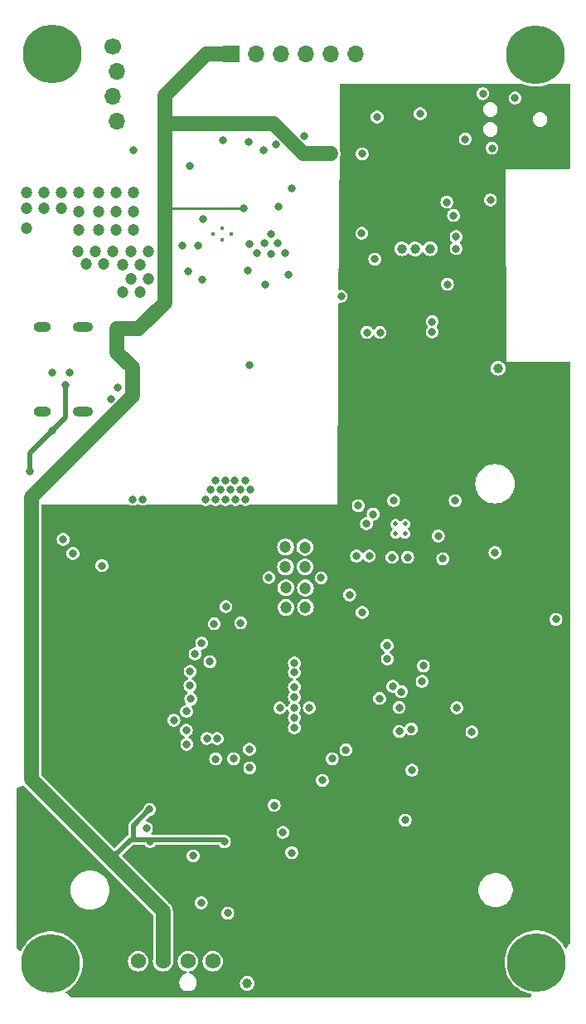
<source format=gbr>
%TF.GenerationSoftware,KiCad,Pcbnew,7.0.10*%
%TF.CreationDate,2024-02-17T13:35:58-05:00*%
%TF.ProjectId,bitaxeSupra,62697461-7865-4537-9570-72612e6b6963,rev?*%
%TF.SameCoordinates,Original*%
%TF.FileFunction,Copper,L3,Inr*%
%TF.FilePolarity,Positive*%
%FSLAX46Y46*%
G04 Gerber Fmt 4.6, Leading zero omitted, Abs format (unit mm)*
G04 Created by KiCad (PCBNEW 7.0.10) date 2024-02-17 13:35:58*
%MOMM*%
%LPD*%
G01*
G04 APERTURE LIST*
%TA.AperFunction,ComponentPad*%
%ADD10C,0.800000*%
%TD*%
%TA.AperFunction,ComponentPad*%
%ADD11C,6.000000*%
%TD*%
%TA.AperFunction,ComponentPad*%
%ADD12R,1.700000X1.700000*%
%TD*%
%TA.AperFunction,ComponentPad*%
%ADD13O,1.700000X1.700000*%
%TD*%
%TA.AperFunction,ComponentPad*%
%ADD14C,0.500000*%
%TD*%
%TA.AperFunction,ComponentPad*%
%ADD15C,0.400000*%
%TD*%
%TA.AperFunction,ComponentPad*%
%ADD16C,1.574800*%
%TD*%
%TA.AperFunction,ComponentPad*%
%ADD17C,1.700000*%
%TD*%
%TA.AperFunction,ComponentPad*%
%ADD18O,1.800000X1.000000*%
%TD*%
%TA.AperFunction,ComponentPad*%
%ADD19O,2.100000X1.000000*%
%TD*%
%TA.AperFunction,ViaPad*%
%ADD20C,0.800000*%
%TD*%
%TA.AperFunction,ViaPad*%
%ADD21C,1.200000*%
%TD*%
%TA.AperFunction,ViaPad*%
%ADD22C,1.000000*%
%TD*%
%TA.AperFunction,Conductor*%
%ADD23C,1.500000*%
%TD*%
%TA.AperFunction,Conductor*%
%ADD24C,1.000000*%
%TD*%
%TA.AperFunction,Conductor*%
%ADD25C,0.508000*%
%TD*%
%TA.AperFunction,Conductor*%
%ADD26C,0.254000*%
%TD*%
G04 APERTURE END LIST*
D10*
%TO.N,GND*%
%TO.C,H7*%
X127985010Y-51120990D03*
X128644020Y-49530000D03*
X128644020Y-52711980D03*
X130235010Y-48870990D03*
D11*
X130235010Y-51120990D03*
D10*
X130235010Y-53370990D03*
X131826000Y-49530000D03*
X131826000Y-52711980D03*
X132485010Y-51120990D03*
%TD*%
%TO.N,GND*%
%TO.C,H9*%
X128052000Y-143728000D03*
X128711010Y-142137010D03*
X128711010Y-145318990D03*
X130302000Y-141478000D03*
D11*
X130302000Y-143728000D03*
D10*
X130302000Y-145978000D03*
X131892990Y-142137010D03*
X131892990Y-145318990D03*
X132552000Y-143728000D03*
%TD*%
D12*
%TO.N,/5V*%
%TO.C,J6*%
X99171505Y-51054000D03*
D13*
%TO.N,GND*%
X101711505Y-51054000D03*
%TO.N,Net-(J6-Pin_3)*%
X104251505Y-51054000D03*
%TO.N,Net-(J6-Pin_4)*%
X106791505Y-51054000D03*
%TO.N,Net-(J6-Pin_5)*%
X109331505Y-51054000D03*
%TO.N,Net-(J6-Pin_6)*%
X111871505Y-51054000D03*
%TD*%
D10*
%TO.N,GND*%
%TO.C,H10*%
X78455010Y-143830990D03*
X79114020Y-142240000D03*
X79114020Y-145421980D03*
X80705010Y-141580990D03*
D11*
X80705010Y-143830990D03*
D10*
X80705010Y-146080990D03*
X82296000Y-142240000D03*
X82296000Y-145421980D03*
X82955010Y-143830990D03*
%TD*%
D14*
%TO.N,GND*%
%TO.C,U2*%
X116902000Y-98995000D03*
X116902000Y-99995000D03*
X115902000Y-99995000D03*
X115902000Y-98995000D03*
%TD*%
D15*
%TO.N,GND*%
%TO.C,U9*%
X98201691Y-68847200D03*
X99151691Y-69422200D03*
X97251691Y-69422200D03*
X98201691Y-69997200D03*
%TD*%
D10*
%TO.N,GND*%
%TO.C,H8*%
X78558000Y-51054000D03*
X79217010Y-49463010D03*
X79217010Y-52644990D03*
X80808000Y-48804000D03*
D11*
X80808000Y-51054000D03*
D10*
X80808000Y-53304000D03*
X82398990Y-49463010D03*
X82398990Y-52644990D03*
X83058000Y-51054000D03*
%TD*%
D16*
%TO.N,GND*%
%TO.C,J4*%
X89621000Y-143622000D03*
%TO.N,/5V*%
X92161000Y-143622000D03*
%TO.N,/Fan/FAN_TACH*%
X94701000Y-143622000D03*
%TO.N,/Fan/FAN_PWM*%
X97241000Y-143622000D03*
%TD*%
D17*
%TO.N,GND*%
%TO.C,J9*%
X87005000Y-50292000D03*
D13*
%TO.N,/3V3*%
X87405000Y-52832000D03*
%TO.N,/SCL*%
X87005000Y-55372000D03*
%TO.N,/SDA*%
X87405000Y-57912000D03*
%TD*%
D18*
%TO.N,GND*%
%TO.C,J8*%
X79790000Y-87580000D03*
D19*
X83970000Y-87580000D03*
D18*
X79790000Y-78940000D03*
D19*
X83970000Y-78940000D03*
%TD*%
D20*
%TO.N,GND*%
X118630000Y-115068900D03*
X110842000Y-122062000D03*
X95240000Y-132860000D03*
X95430000Y-112260000D03*
X103190000Y-69390000D03*
X95758000Y-70612000D03*
D21*
X89840000Y-72570000D03*
D20*
X105580000Y-118749000D03*
X97490000Y-94550000D03*
X122180000Y-117750000D03*
X85920000Y-103260000D03*
D21*
X88000000Y-72550000D03*
X88000000Y-75360000D03*
D20*
X100850600Y-73131400D03*
D21*
X90678000Y-71180000D03*
D20*
X104410000Y-130470000D03*
X105310000Y-132550000D03*
X115553700Y-102418000D03*
D22*
X116540000Y-70920000D03*
D21*
X88866000Y-71180000D03*
D20*
X99060000Y-95504000D03*
D21*
X88900000Y-73990000D03*
D20*
X125600000Y-65940000D03*
X117582000Y-124133000D03*
X104088000Y-117780000D03*
X105556000Y-117786000D03*
X100100000Y-109100000D03*
X82588000Y-83598110D03*
D21*
X90680000Y-73990000D03*
D20*
X98530000Y-94570000D03*
X112460000Y-69350000D03*
X97531000Y-122977000D03*
X99510000Y-94570000D03*
X103886000Y-70358000D03*
X97028000Y-95504000D03*
X118430000Y-57150000D03*
X98044000Y-95504000D03*
D21*
X84340000Y-72470000D03*
D20*
X96070000Y-137650000D03*
X101092000Y-95504000D03*
X116890000Y-129220000D03*
X116300000Y-120160000D03*
X105580000Y-119790000D03*
X128120000Y-55550000D03*
D21*
X85242000Y-71180000D03*
D20*
X115079642Y-112780642D03*
D22*
X100765000Y-145890000D03*
D20*
X94890000Y-62470000D03*
X97550000Y-96520000D03*
X120740000Y-102550000D03*
X107100000Y-117750000D03*
X100600000Y-96510000D03*
X90470000Y-130060000D03*
D22*
X117910000Y-70950000D03*
D20*
X99584000Y-96510000D03*
X101779000Y-71402000D03*
X99373000Y-122957000D03*
X123710000Y-120230000D03*
D21*
X83430000Y-71180000D03*
D20*
X121210000Y-74547000D03*
X105580000Y-115626000D03*
X96534000Y-96520000D03*
X80837800Y-83578425D03*
X102500000Y-70390000D03*
X94160000Y-70610000D03*
X100076000Y-95504000D03*
X113230000Y-102267000D03*
X112512000Y-61250000D03*
X105580000Y-116667000D03*
X100600000Y-94570000D03*
X101010000Y-70410000D03*
X104600000Y-71380000D03*
D22*
X119454234Y-70914234D03*
D20*
X114030000Y-57490000D03*
D22*
X126380000Y-83110000D03*
D20*
X98568000Y-96510000D03*
D21*
X87054000Y-71180000D03*
X86090000Y-72500000D03*
X89840000Y-75330000D03*
D20*
X103210000Y-71420000D03*
X120290000Y-100230000D03*
X132297000Y-108743000D03*
D21*
%TO.N,/Power/VIN*%
X83520000Y-67100000D03*
X80008000Y-65208000D03*
X87330000Y-68960000D03*
X78232000Y-68834000D03*
X81786000Y-65208000D03*
X81758000Y-66826000D03*
X89140000Y-65208000D03*
X87330000Y-67100000D03*
X83520000Y-65208000D03*
X89140000Y-67100000D03*
X78232000Y-66826000D03*
X87330000Y-65208000D03*
X89140000Y-68960000D03*
X85552000Y-67100000D03*
X85552000Y-65208000D03*
X78232000Y-65208000D03*
X79980000Y-66826000D03*
X83520000Y-68960000D03*
X85552000Y-68960000D03*
%TO.N,/VDD*%
X104725000Y-107535000D03*
X104675000Y-103405000D03*
D20*
X121149900Y-66170000D03*
D21*
X104695000Y-105515000D03*
X106705000Y-107505000D03*
D20*
X105580000Y-113210000D03*
X105580000Y-114140000D03*
D21*
X106645000Y-101385000D03*
X104675000Y-101365000D03*
X106705000Y-105535000D03*
X106665000Y-103405000D03*
D20*
X108310000Y-104500000D03*
X102980000Y-104470000D03*
%TO.N,/ESP32/EN*%
X122101300Y-70905000D03*
X126070000Y-101920000D03*
%TO.N,/5V*%
X90790000Y-128130000D03*
X100400000Y-66800000D03*
D21*
X109280000Y-61185155D03*
D20*
X90861000Y-131412000D03*
D21*
X87480000Y-79100000D03*
D20*
X98430000Y-131430000D03*
X98770000Y-138720000D03*
%TO.N,/3V3*%
X80805000Y-89525000D03*
X110500000Y-73050000D03*
X119420000Y-102580000D03*
X129610000Y-55490000D03*
X99040000Y-110220000D03*
D22*
X126000000Y-84500000D03*
D20*
X123394000Y-86260000D03*
X94490000Y-136740000D03*
D21*
X111440000Y-55180000D03*
D20*
X117152000Y-96664000D03*
X114190000Y-59500000D03*
X82180000Y-84800000D03*
X122688524Y-99255635D03*
X80390000Y-97640000D03*
X113750000Y-68810000D03*
X110950000Y-57470000D03*
D22*
X115370000Y-61560000D03*
D20*
X78550000Y-93640000D03*
%TO.N,/TX*%
X114330000Y-79470000D03*
%TO.N,/RX*%
X113000000Y-79462500D03*
%TO.N,/RST*%
X122101800Y-69690000D03*
%TO.N,/SCL*%
X100890000Y-60020000D03*
X106610000Y-59449183D03*
X87560000Y-85090000D03*
X97693800Y-120905400D03*
X90110000Y-96480000D03*
%TO.N,/Power/OUT0*%
X96210000Y-67920000D03*
X98310000Y-59870000D03*
%TO.N,Net-(Q4-D)*%
X105330000Y-64740000D03*
X103940000Y-66630000D03*
%TO.N,Net-(U9-BOOT)*%
X94690000Y-73240000D03*
X96200000Y-74090000D03*
%TO.N,Net-(Q2-G)*%
X100990000Y-82811400D03*
X102630000Y-74620000D03*
%TO.N,/ESP32/P_TX*%
X125760000Y-60660000D03*
%TO.N,/ESP32/P_RX*%
X123040000Y-59730000D03*
%TO.N,/ESP32/IO0*%
X124830000Y-55100000D03*
X122010000Y-96630000D03*
X121828800Y-67530000D03*
%TO.N,/ESP32/XIN32*%
X119660000Y-79420000D03*
%TO.N,/ESP32/XOUT32*%
X119660000Y-78360000D03*
%TO.N,/Power/PGOOD*%
X104940000Y-73540000D03*
%TO.N,/ESP32/PWR_EN*%
X110350000Y-75785000D03*
%TO.N,/SDA*%
X96636000Y-120889000D03*
X86858711Y-86240000D03*
X89070000Y-96480000D03*
X103670000Y-60270000D03*
%TO.N,/PLUG_SENSE*%
X113800000Y-71990000D03*
X89110000Y-60840000D03*
X102440000Y-60880000D03*
%TO.N,Net-(J8-CC1)*%
X82960000Y-102010000D03*
%TO.N,Net-(J8-CC2)*%
X81963140Y-100574802D03*
%TO.N,/BM1368/1V8*%
X115717362Y-96615646D03*
X109438000Y-122953000D03*
X117152000Y-102403000D03*
%TO.N,/BM1368/VDD3_0*%
X115050000Y-111390000D03*
%TO.N,/BM1368/VDD2_0*%
X112510000Y-108030000D03*
%TO.N,/BM1368/0V8*%
X108448000Y-125169000D03*
X103510000Y-127720000D03*
%TO.N,/BM1368/VDD1_0*%
X111230000Y-106240000D03*
%TO.N,/BM1368/VDD1_1*%
X98582800Y-107443400D03*
%TO.N,Net-(U4-VDDIO_12_1)*%
X100995000Y-122005000D03*
%TO.N,/BM1368/VDD2_1*%
X97389000Y-109196000D03*
%TO.N,Net-(U4-VDDIO_08_1)*%
X101020000Y-123891000D03*
%TO.N,/BM1368/VDD3_1*%
X96110000Y-111150000D03*
%TO.N,/BM1368/BI*%
X115630055Y-115580055D03*
%TO.N,Net-(R11-Pad2)*%
X116520000Y-116120000D03*
%TO.N,Net-(R17-Pad2)*%
X116280000Y-117730000D03*
%TO.N,/BM1368/CLKI*%
X114290000Y-116810000D03*
%TO.N,/BM1368/BO*%
X94560000Y-118120000D03*
%TO.N,Net-(TP3-Pad1)*%
X117520000Y-119940000D03*
%TO.N,Net-(TP4-Pad1)*%
X94540000Y-120050000D03*
%TO.N,/BM1368/CI*%
X112951100Y-98970000D03*
%TO.N,Net-(TP6-Pad1)*%
X93280000Y-119025800D03*
%TO.N,/BM1368/RO*%
X118760000Y-113490000D03*
X113630000Y-98010000D03*
%TO.N,/BM1368/RST_N*%
X111928000Y-102283000D03*
X112110000Y-97140000D03*
%TO.N,/BM1368/NRSTO*%
X96947045Y-113066955D03*
%TO.N,/BM1368/RI*%
X94920000Y-115510000D03*
%TO.N,/BM1368/CLKO*%
X94930000Y-114050000D03*
%TO.N,/BM1368/CO*%
X94995000Y-116865000D03*
%TO.N,/BM1368/PIN_MODE*%
X94590000Y-121480000D03*
%TD*%
D23*
%TO.N,/5V*%
X89040000Y-85900583D02*
X78720000Y-96220583D01*
X92207000Y-143576000D02*
X92161000Y-143622000D01*
X92320000Y-76410000D02*
X89630000Y-79100000D01*
X78720000Y-96220583D02*
X78720000Y-125060000D01*
D24*
X92330000Y-66750000D02*
X92320000Y-66740000D01*
D23*
X92320000Y-65010000D02*
X92320000Y-76410000D01*
D25*
X88844000Y-131200000D02*
X89170000Y-131200000D01*
D23*
X109280000Y-61185155D02*
X106504100Y-61185155D01*
X92745617Y-58146783D02*
X92322400Y-58570000D01*
X92322400Y-65007600D02*
X92322400Y-58570000D01*
X92320000Y-65010000D02*
X92322400Y-65007600D01*
D26*
X100400000Y-66800000D02*
X92380000Y-66800000D01*
D25*
X89170000Y-131200000D02*
X89170000Y-129750000D01*
D23*
X87480000Y-81510000D02*
X89040000Y-83070000D01*
X89040000Y-83070000D02*
X89040000Y-85900583D01*
X78720000Y-125060000D02*
X92161000Y-138501000D01*
X92322400Y-55317600D02*
X96586000Y-51054000D01*
X92161000Y-138501000D02*
X92161000Y-143622000D01*
X103465728Y-58146783D02*
X92745617Y-58146783D01*
D25*
X87130000Y-132914000D02*
X88844000Y-131200000D01*
X89170000Y-129750000D02*
X90790000Y-128130000D01*
D23*
X92322400Y-58570000D02*
X92322400Y-55317600D01*
X106504100Y-61185155D02*
X103465728Y-58146783D01*
D25*
X89170000Y-131200000D02*
X98450000Y-131200000D01*
D23*
X87480000Y-79100000D02*
X87480000Y-81510000D01*
X89630000Y-79100000D02*
X87480000Y-79100000D01*
D25*
X87130000Y-133529000D02*
X87130000Y-132914000D01*
D23*
X96586000Y-51054000D02*
X99171505Y-51054000D01*
D26*
X92380000Y-66800000D02*
X92330000Y-66750000D01*
D25*
%TO.N,/3V3*%
X82180000Y-88150000D02*
X80805000Y-89525000D01*
X82180000Y-84800000D02*
X82180000Y-88150000D01*
X80805000Y-89525000D02*
X78550000Y-91780000D01*
X78550000Y-91780000D02*
X78550000Y-93640000D01*
%TD*%
%TA.AperFunction,Conductor*%
%TO.N,/3V3*%
G36*
X128857570Y-54069646D02*
G01*
X129028614Y-54148780D01*
X129028626Y-54148785D01*
X129363060Y-54261469D01*
X129707717Y-54337334D01*
X130058556Y-54375490D01*
X130058564Y-54375490D01*
X130411456Y-54375490D01*
X130411464Y-54375490D01*
X130762303Y-54337334D01*
X131106960Y-54261469D01*
X131441394Y-54148785D01*
X131478414Y-54131658D01*
X131612450Y-54069646D01*
X131665356Y-54058000D01*
X133605500Y-54058000D01*
X133673621Y-54078002D01*
X133720114Y-54131658D01*
X133731500Y-54184000D01*
X133731500Y-62672099D01*
X133711498Y-62740220D01*
X133657842Y-62786713D01*
X133606121Y-62798097D01*
X127129999Y-62829999D01*
X127239999Y-82460000D01*
X127240000Y-82460000D01*
X133604886Y-82428836D01*
X133673101Y-82448504D01*
X133719856Y-82501931D01*
X133731500Y-82554834D01*
X133731500Y-141760143D01*
X133711498Y-141828264D01*
X133706693Y-141835216D01*
X133403079Y-142244469D01*
X133346428Y-142287260D01*
X133275635Y-142292631D01*
X133213176Y-142258875D01*
X133190567Y-142228420D01*
X133119914Y-142095156D01*
X133094739Y-142047669D01*
X133094737Y-142047666D01*
X132966519Y-141858558D01*
X132896690Y-141755568D01*
X132668223Y-141486595D01*
X132668222Y-141486594D01*
X132412027Y-141243912D01*
X132412012Y-141243899D01*
X132131070Y-141030333D01*
X132131064Y-141030329D01*
X131828674Y-140848387D01*
X131828668Y-140848384D01*
X131508395Y-140700209D01*
X131508383Y-140700204D01*
X131173959Y-140587524D01*
X131173958Y-140587523D01*
X131173950Y-140587521D01*
X131123836Y-140576490D01*
X130829305Y-140511658D01*
X130829281Y-140511654D01*
X130478461Y-140473500D01*
X130478454Y-140473500D01*
X130125546Y-140473500D01*
X130125538Y-140473500D01*
X129774718Y-140511654D01*
X129774694Y-140511658D01*
X129430054Y-140587520D01*
X129430040Y-140587524D01*
X129095616Y-140700204D01*
X129095604Y-140700209D01*
X128775331Y-140848384D01*
X128775324Y-140848388D01*
X128472935Y-141030329D01*
X128472929Y-141030333D01*
X128191987Y-141243899D01*
X128191972Y-141243912D01*
X127935777Y-141486594D01*
X127707308Y-141755570D01*
X127509262Y-142047666D01*
X127509260Y-142047670D01*
X127343957Y-142359466D01*
X127343953Y-142359475D01*
X127213332Y-142687308D01*
X127118918Y-143027355D01*
X127061826Y-143375609D01*
X127042720Y-143727996D01*
X127042720Y-143728003D01*
X127061826Y-144080390D01*
X127118918Y-144428644D01*
X127213332Y-144768691D01*
X127265087Y-144898587D01*
X127343958Y-145096536D01*
X127447835Y-145292470D01*
X127509260Y-145408329D01*
X127509262Y-145408333D01*
X127627516Y-145582744D01*
X127707310Y-145700432D01*
X127830827Y-145845848D01*
X127935777Y-145969405D01*
X128191972Y-146212087D01*
X128191987Y-146212100D01*
X128472934Y-146425670D01*
X128775326Y-146607613D01*
X128865373Y-146649273D01*
X129095604Y-146755790D01*
X129095616Y-146755795D01*
X129430050Y-146868479D01*
X129684817Y-146924557D01*
X129706434Y-146929316D01*
X129768662Y-146963494D01*
X129802533Y-147025890D01*
X129797294Y-147096693D01*
X129780541Y-147127441D01*
X129702546Y-147232573D01*
X129645898Y-147275364D01*
X129601355Y-147283500D01*
X82750927Y-147283500D01*
X82682806Y-147263498D01*
X82666106Y-147250674D01*
X82261177Y-146882045D01*
X82224268Y-146821396D01*
X82226008Y-146750421D01*
X82265844Y-146691653D01*
X82281031Y-146680911D01*
X82534076Y-146528660D01*
X82815023Y-146315090D01*
X83071233Y-146072395D01*
X83299700Y-145803422D01*
X83497747Y-145511324D01*
X83663052Y-145199526D01*
X83793677Y-144871683D01*
X83888090Y-144531639D01*
X83894507Y-144492500D01*
X83904975Y-144428644D01*
X83945184Y-144183380D01*
X83964290Y-143830990D01*
X83962447Y-143797006D01*
X83952959Y-143622002D01*
X88574059Y-143622002D01*
X88594174Y-143826241D01*
X88594175Y-143826247D01*
X88594176Y-143826248D01*
X88653753Y-144022647D01*
X88750500Y-144203649D01*
X88880701Y-144362299D01*
X89039351Y-144492500D01*
X89220353Y-144589247D01*
X89416752Y-144648824D01*
X89416756Y-144648824D01*
X89416758Y-144648825D01*
X89620997Y-144668941D01*
X89621000Y-144668941D01*
X89621003Y-144668941D01*
X89825241Y-144648825D01*
X89825242Y-144648824D01*
X89825248Y-144648824D01*
X90021647Y-144589247D01*
X90202649Y-144492500D01*
X90361299Y-144362299D01*
X90491500Y-144203649D01*
X90588247Y-144022647D01*
X90647824Y-143826248D01*
X90651823Y-143785652D01*
X90667941Y-143622002D01*
X90667941Y-143621997D01*
X90647825Y-143417758D01*
X90647824Y-143417756D01*
X90647824Y-143417752D01*
X90588247Y-143221353D01*
X90491500Y-143040351D01*
X90361299Y-142881701D01*
X90202649Y-142751500D01*
X90021647Y-142654753D01*
X89825248Y-142595176D01*
X89825247Y-142595175D01*
X89825241Y-142595174D01*
X89621003Y-142575059D01*
X89620997Y-142575059D01*
X89416758Y-142595174D01*
X89220352Y-142654753D01*
X89039350Y-142751500D01*
X88880701Y-142881701D01*
X88750500Y-143040350D01*
X88653753Y-143221352D01*
X88594174Y-143417758D01*
X88574059Y-143621997D01*
X88574059Y-143622002D01*
X83952959Y-143622002D01*
X83945184Y-143478600D01*
X83888090Y-143130341D01*
X83793677Y-142790297D01*
X83663052Y-142462454D01*
X83497747Y-142150656D01*
X83299700Y-141858558D01*
X83071233Y-141589585D01*
X82962507Y-141486594D01*
X82815037Y-141346902D01*
X82815022Y-141346889D01*
X82534080Y-141133323D01*
X82534074Y-141133319D01*
X82362903Y-141030329D01*
X82231684Y-140951377D01*
X82231678Y-140951374D01*
X81911405Y-140803199D01*
X81911393Y-140803194D01*
X81576969Y-140690514D01*
X81576968Y-140690513D01*
X81576960Y-140690511D01*
X81530234Y-140680225D01*
X81232315Y-140614648D01*
X81232291Y-140614644D01*
X80881471Y-140576490D01*
X80881464Y-140576490D01*
X80528556Y-140576490D01*
X80528548Y-140576490D01*
X80177728Y-140614644D01*
X80177704Y-140614648D01*
X79833064Y-140690510D01*
X79833050Y-140690514D01*
X79498626Y-140803194D01*
X79498614Y-140803199D01*
X79178341Y-140951374D01*
X79178334Y-140951378D01*
X78875945Y-141133319D01*
X78875939Y-141133323D01*
X78594997Y-141346889D01*
X78594982Y-141346902D01*
X78338787Y-141589584D01*
X78110318Y-141858560D01*
X77912272Y-142150656D01*
X77912270Y-142150660D01*
X77746967Y-142462455D01*
X77723653Y-142520969D01*
X77679856Y-142576847D01*
X77612802Y-142600177D01*
X77543780Y-142583552D01*
X77521781Y-142567504D01*
X77230679Y-142302497D01*
X77193770Y-142241848D01*
X77189500Y-142209323D01*
X77189500Y-136360000D01*
X82704390Y-136360000D01*
X82724803Y-136645424D01*
X82785631Y-136925046D01*
X82885632Y-137193160D01*
X82885637Y-137193170D01*
X83022768Y-137444307D01*
X83022772Y-137444312D01*
X83022774Y-137444315D01*
X83166869Y-137636804D01*
X83194262Y-137673396D01*
X83194270Y-137673405D01*
X83396594Y-137875729D01*
X83396603Y-137875737D01*
X83396605Y-137875739D01*
X83625685Y-138047226D01*
X83625687Y-138047227D01*
X83625692Y-138047231D01*
X83876829Y-138184362D01*
X83876839Y-138184367D01*
X84144954Y-138284369D01*
X84424572Y-138345196D01*
X84638552Y-138360500D01*
X84638558Y-138360500D01*
X84781442Y-138360500D01*
X84781448Y-138360500D01*
X84995428Y-138345196D01*
X85275046Y-138284369D01*
X85543161Y-138184367D01*
X85691190Y-138103537D01*
X85794307Y-138047231D01*
X85794309Y-138047229D01*
X85794315Y-138047226D01*
X86023395Y-137875739D01*
X86225739Y-137673395D01*
X86397226Y-137444315D01*
X86397229Y-137444309D01*
X86397231Y-137444307D01*
X86534362Y-137193170D01*
X86534367Y-137193161D01*
X86634369Y-136925046D01*
X86695196Y-136645428D01*
X86715610Y-136360000D01*
X86695196Y-136074572D01*
X86634369Y-135794954D01*
X86534367Y-135526839D01*
X86534362Y-135526829D01*
X86397231Y-135275692D01*
X86397227Y-135275687D01*
X86397226Y-135275685D01*
X86225739Y-135046605D01*
X86225737Y-135046603D01*
X86225729Y-135046594D01*
X86023405Y-134844270D01*
X86023396Y-134844262D01*
X85922100Y-134768433D01*
X85794315Y-134672774D01*
X85794313Y-134672773D01*
X85794312Y-134672772D01*
X85794307Y-134672768D01*
X85543170Y-134535637D01*
X85543160Y-134535632D01*
X85275046Y-134435631D01*
X84995424Y-134374803D01*
X84861775Y-134365245D01*
X84781448Y-134359500D01*
X84638552Y-134359500D01*
X84562954Y-134364906D01*
X84424575Y-134374803D01*
X84144953Y-134435631D01*
X83876839Y-134535632D01*
X83876829Y-134535637D01*
X83625692Y-134672768D01*
X83625687Y-134672772D01*
X83396603Y-134844262D01*
X83396594Y-134844270D01*
X83194270Y-135046594D01*
X83194262Y-135046603D01*
X83022772Y-135275687D01*
X83022768Y-135275692D01*
X82885637Y-135526829D01*
X82885632Y-135526839D01*
X82785631Y-135794953D01*
X82724803Y-136074575D01*
X82704390Y-136360000D01*
X77189500Y-136360000D01*
X77189500Y-126043381D01*
X77209502Y-125975260D01*
X77263158Y-125928767D01*
X77282509Y-125921777D01*
X77897985Y-125754844D01*
X77968963Y-125756316D01*
X78018307Y-125788913D01*
X78019737Y-125787410D01*
X78024365Y-125791810D01*
X78048443Y-125810447D01*
X78060414Y-125820991D01*
X91119595Y-138880172D01*
X91153621Y-138942484D01*
X91156500Y-138969267D01*
X91156500Y-143325467D01*
X91151075Y-143362041D01*
X91134174Y-143417756D01*
X91114059Y-143621997D01*
X91114059Y-143622002D01*
X91134174Y-143826241D01*
X91134175Y-143826247D01*
X91134176Y-143826248D01*
X91193753Y-144022647D01*
X91290500Y-144203649D01*
X91420701Y-144362299D01*
X91579351Y-144492500D01*
X91760353Y-144589247D01*
X91956752Y-144648824D01*
X91956756Y-144648824D01*
X91956758Y-144648825D01*
X92160997Y-144668941D01*
X92161000Y-144668941D01*
X92161003Y-144668941D01*
X92365241Y-144648825D01*
X92365242Y-144648824D01*
X92365248Y-144648824D01*
X92561647Y-144589247D01*
X92742649Y-144492500D01*
X92901299Y-144362299D01*
X93031500Y-144203649D01*
X93128247Y-144022647D01*
X93187824Y-143826248D01*
X93190704Y-143796997D01*
X93194957Y-143774694D01*
X93200843Y-143754127D01*
X93210905Y-143622002D01*
X93654059Y-143622002D01*
X93674174Y-143826241D01*
X93674175Y-143826247D01*
X93674176Y-143826248D01*
X93733753Y-144022647D01*
X93830500Y-144203649D01*
X93960701Y-144362299D01*
X94119351Y-144492500D01*
X94300353Y-144589247D01*
X94496752Y-144648824D01*
X94502156Y-144649356D01*
X94567989Y-144675937D01*
X94609001Y-144733890D01*
X94612170Y-144804816D01*
X94576491Y-144866196D01*
X94519397Y-144896217D01*
X94519505Y-144896548D01*
X94517578Y-144897174D01*
X94516017Y-144897995D01*
X94513223Y-144898589D01*
X94333662Y-144956931D01*
X94333655Y-144956934D01*
X94170145Y-145051337D01*
X94170141Y-145051340D01*
X94029829Y-145177677D01*
X93918853Y-145330422D01*
X93842055Y-145502912D01*
X93825087Y-145582744D01*
X93802800Y-145687596D01*
X93802800Y-145876406D01*
X93842055Y-146061089D01*
X93912556Y-146219437D01*
X93918853Y-146233579D01*
X94029829Y-146386324D01*
X94029830Y-146386325D01*
X94170143Y-146512663D01*
X94170145Y-146512664D01*
X94333655Y-146607067D01*
X94333662Y-146607070D01*
X94513225Y-146665413D01*
X94513222Y-146665413D01*
X94578015Y-146672222D01*
X94653923Y-146680201D01*
X94653926Y-146680201D01*
X94748074Y-146680201D01*
X94748077Y-146680201D01*
X94888775Y-146665413D01*
X95068343Y-146607068D01*
X95231857Y-146512663D01*
X95372170Y-146386325D01*
X95483149Y-146233575D01*
X95559945Y-146061089D01*
X95596311Y-145890000D01*
X100005726Y-145890000D01*
X100024763Y-146058954D01*
X100024764Y-146058956D01*
X100080918Y-146219437D01*
X100080919Y-146219439D01*
X100171375Y-146363399D01*
X100171377Y-146363402D01*
X100291597Y-146483622D01*
X100291600Y-146483624D01*
X100435563Y-146574082D01*
X100596046Y-146630237D01*
X100765000Y-146649274D01*
X100933954Y-146630237D01*
X101094437Y-146574082D01*
X101238400Y-146483624D01*
X101358624Y-146363400D01*
X101449082Y-146219437D01*
X101505237Y-146058954D01*
X101524274Y-145890000D01*
X101505237Y-145721046D01*
X101449082Y-145560563D01*
X101358624Y-145416600D01*
X101358622Y-145416597D01*
X101238402Y-145296377D01*
X101238399Y-145296375D01*
X101094439Y-145205919D01*
X101094437Y-145205918D01*
X100933954Y-145149763D01*
X100765000Y-145130726D01*
X100596046Y-145149763D01*
X100596043Y-145149763D01*
X100596043Y-145149764D01*
X100435562Y-145205918D01*
X100435560Y-145205919D01*
X100291600Y-145296375D01*
X100291597Y-145296377D01*
X100171377Y-145416597D01*
X100171375Y-145416600D01*
X100080919Y-145560560D01*
X100080918Y-145560562D01*
X100031977Y-145700429D01*
X100024763Y-145721046D01*
X100005726Y-145890000D01*
X95596311Y-145890000D01*
X95599200Y-145876406D01*
X95599200Y-145687596D01*
X95559945Y-145502913D01*
X95483149Y-145330427D01*
X95483147Y-145330424D01*
X95483146Y-145330422D01*
X95372170Y-145177677D01*
X95320025Y-145130726D01*
X95231857Y-145051339D01*
X95231854Y-145051337D01*
X95068344Y-144956934D01*
X95068337Y-144956931D01*
X94888772Y-144898587D01*
X94885985Y-144897995D01*
X94884529Y-144897208D01*
X94882495Y-144896548D01*
X94882615Y-144896175D01*
X94823514Y-144864263D01*
X94789196Y-144802112D01*
X94793928Y-144731273D01*
X94836206Y-144674238D01*
X94899843Y-144649356D01*
X94905248Y-144648824D01*
X95101647Y-144589247D01*
X95282649Y-144492500D01*
X95441299Y-144362299D01*
X95571500Y-144203649D01*
X95668247Y-144022647D01*
X95727824Y-143826248D01*
X95731823Y-143785652D01*
X95747941Y-143622002D01*
X96194059Y-143622002D01*
X96214174Y-143826241D01*
X96214175Y-143826247D01*
X96214176Y-143826248D01*
X96273753Y-144022647D01*
X96370500Y-144203649D01*
X96500701Y-144362299D01*
X96659351Y-144492500D01*
X96840353Y-144589247D01*
X97036752Y-144648824D01*
X97036756Y-144648824D01*
X97036758Y-144648825D01*
X97240997Y-144668941D01*
X97241000Y-144668941D01*
X97241003Y-144668941D01*
X97445241Y-144648825D01*
X97445242Y-144648824D01*
X97445248Y-144648824D01*
X97641647Y-144589247D01*
X97822649Y-144492500D01*
X97981299Y-144362299D01*
X98111500Y-144203649D01*
X98208247Y-144022647D01*
X98267824Y-143826248D01*
X98271823Y-143785652D01*
X98287941Y-143622002D01*
X98287941Y-143621997D01*
X98267825Y-143417758D01*
X98267824Y-143417756D01*
X98267824Y-143417752D01*
X98208247Y-143221353D01*
X98111500Y-143040351D01*
X97981299Y-142881701D01*
X97822649Y-142751500D01*
X97641647Y-142654753D01*
X97445248Y-142595176D01*
X97445247Y-142595175D01*
X97445241Y-142595174D01*
X97241003Y-142575059D01*
X97240997Y-142575059D01*
X97036758Y-142595174D01*
X96840352Y-142654753D01*
X96659350Y-142751500D01*
X96500701Y-142881701D01*
X96370500Y-143040350D01*
X96273753Y-143221352D01*
X96214174Y-143417758D01*
X96194059Y-143621997D01*
X96194059Y-143622002D01*
X95747941Y-143622002D01*
X95747941Y-143621997D01*
X95727825Y-143417758D01*
X95727824Y-143417756D01*
X95727824Y-143417752D01*
X95668247Y-143221353D01*
X95571500Y-143040351D01*
X95441299Y-142881701D01*
X95282649Y-142751500D01*
X95101647Y-142654753D01*
X94905248Y-142595176D01*
X94905247Y-142595175D01*
X94905241Y-142595174D01*
X94701003Y-142575059D01*
X94700997Y-142575059D01*
X94496758Y-142595174D01*
X94300352Y-142654753D01*
X94119350Y-142751500D01*
X93960701Y-142881701D01*
X93830500Y-143040350D01*
X93733753Y-143221352D01*
X93674174Y-143417758D01*
X93654059Y-143621997D01*
X93654059Y-143622002D01*
X93210905Y-143622002D01*
X93216356Y-143550422D01*
X93207208Y-143478599D01*
X93190546Y-143347770D01*
X93190545Y-143347769D01*
X93190545Y-143347763D01*
X93178646Y-143312951D01*
X93172272Y-143294301D01*
X93165500Y-143253550D01*
X93165500Y-138720003D01*
X98110693Y-138720003D01*
X98129849Y-138877779D01*
X98154389Y-138942484D01*
X98186213Y-139026395D01*
X98276502Y-139157201D01*
X98395471Y-139262599D01*
X98395472Y-139262599D01*
X98395474Y-139262601D01*
X98470200Y-139301820D01*
X98536207Y-139336463D01*
X98690529Y-139374500D01*
X98690530Y-139374500D01*
X98849470Y-139374500D01*
X98849471Y-139374500D01*
X99003793Y-139336463D01*
X99144529Y-139262599D01*
X99263498Y-139157201D01*
X99353787Y-139026395D01*
X99410149Y-138877782D01*
X99410149Y-138877781D01*
X99410150Y-138877779D01*
X99429307Y-138720003D01*
X99429307Y-138719996D01*
X99410150Y-138562220D01*
X99357851Y-138424322D01*
X99353787Y-138413605D01*
X99263498Y-138282799D01*
X99144529Y-138177401D01*
X99144528Y-138177400D01*
X99144525Y-138177398D01*
X99003797Y-138103539D01*
X99003795Y-138103538D01*
X99003793Y-138103537D01*
X99003791Y-138103536D01*
X99003790Y-138103536D01*
X98849472Y-138065500D01*
X98849471Y-138065500D01*
X98690529Y-138065500D01*
X98690527Y-138065500D01*
X98536209Y-138103536D01*
X98536202Y-138103539D01*
X98395474Y-138177398D01*
X98395469Y-138177402D01*
X98276501Y-138282800D01*
X98186215Y-138413601D01*
X98186212Y-138413607D01*
X98129849Y-138562220D01*
X98110693Y-138719996D01*
X98110693Y-138720003D01*
X93165500Y-138720003D01*
X93165500Y-138515314D01*
X93165540Y-138512123D01*
X93165553Y-138511574D01*
X93167765Y-138424332D01*
X93157326Y-138366094D01*
X93155999Y-138356633D01*
X93150012Y-138297753D01*
X93145813Y-138284369D01*
X93140896Y-138268697D01*
X93137095Y-138253210D01*
X93131724Y-138223247D01*
X93131723Y-138223241D01*
X93109774Y-138168295D01*
X93106564Y-138159278D01*
X93088852Y-138102824D01*
X93088851Y-138102822D01*
X93074078Y-138076208D01*
X93067234Y-138061797D01*
X93055940Y-138033523D01*
X93051918Y-138027420D01*
X93023367Y-137984099D01*
X93018421Y-137975933D01*
X93007578Y-137956398D01*
X92989708Y-137924202D01*
X92969878Y-137901103D01*
X92960273Y-137888364D01*
X92951953Y-137875739D01*
X92943518Y-137862940D01*
X92943517Y-137862939D01*
X92943515Y-137862936D01*
X92901685Y-137821107D01*
X92895176Y-137814085D01*
X92889765Y-137807782D01*
X92856636Y-137769191D01*
X92856634Y-137769189D01*
X92856632Y-137769187D01*
X92832557Y-137750552D01*
X92820588Y-137740010D01*
X92730581Y-137650003D01*
X95410693Y-137650003D01*
X95429849Y-137807779D01*
X95476797Y-137931568D01*
X95486213Y-137956395D01*
X95576502Y-138087201D01*
X95695471Y-138192599D01*
X95695472Y-138192599D01*
X95695474Y-138192601D01*
X95753849Y-138223238D01*
X95836207Y-138266463D01*
X95990529Y-138304500D01*
X95990530Y-138304500D01*
X96149470Y-138304500D01*
X96149471Y-138304500D01*
X96303793Y-138266463D01*
X96444529Y-138192599D01*
X96563498Y-138087201D01*
X96653787Y-137956395D01*
X96710149Y-137807782D01*
X96710149Y-137807781D01*
X96710150Y-137807779D01*
X96729307Y-137650003D01*
X96729307Y-137649996D01*
X96710150Y-137492220D01*
X96691979Y-137444307D01*
X96653787Y-137343605D01*
X96563498Y-137212799D01*
X96444529Y-137107401D01*
X96444528Y-137107400D01*
X96444525Y-137107398D01*
X96303797Y-137033539D01*
X96303795Y-137033538D01*
X96303793Y-137033537D01*
X96303791Y-137033536D01*
X96303790Y-137033536D01*
X96149472Y-136995500D01*
X96149471Y-136995500D01*
X95990529Y-136995500D01*
X95990527Y-136995500D01*
X95836209Y-137033536D01*
X95836202Y-137033539D01*
X95695474Y-137107398D01*
X95695469Y-137107402D01*
X95576501Y-137212800D01*
X95486215Y-137343601D01*
X95486212Y-137343607D01*
X95429849Y-137492220D01*
X95410693Y-137649996D01*
X95410693Y-137650003D01*
X92730581Y-137650003D01*
X91561760Y-136481182D01*
X124379500Y-136481182D01*
X124401224Y-136625311D01*
X124418604Y-136740619D01*
X124495933Y-136991314D01*
X124495938Y-136991327D01*
X124609773Y-137227706D01*
X124609777Y-137227713D01*
X124688793Y-137343607D01*
X124757567Y-137444479D01*
X124936019Y-137636805D01*
X125141143Y-137800386D01*
X125141146Y-137800388D01*
X125368352Y-137931566D01*
X125368356Y-137931567D01*
X125368357Y-137931568D01*
X125612584Y-138027420D01*
X125868370Y-138085802D01*
X126064506Y-138100500D01*
X126064507Y-138100500D01*
X126195493Y-138100500D01*
X126195494Y-138100500D01*
X126391630Y-138085802D01*
X126647416Y-138027420D01*
X126891643Y-137931568D01*
X126891645Y-137931566D01*
X126891647Y-137931566D01*
X127088851Y-137817710D01*
X127118857Y-137800386D01*
X127323981Y-137636805D01*
X127502433Y-137444479D01*
X127650228Y-137227704D01*
X127764063Y-136991323D01*
X127841396Y-136740615D01*
X127880500Y-136481182D01*
X127880500Y-136218818D01*
X127841396Y-135959385D01*
X127841395Y-135959383D01*
X127841395Y-135959380D01*
X127764066Y-135708685D01*
X127764061Y-135708672D01*
X127715854Y-135608570D01*
X127650228Y-135472296D01*
X127650226Y-135472293D01*
X127650222Y-135472286D01*
X127502437Y-135255527D01*
X127502433Y-135255521D01*
X127323981Y-135063195D01*
X127118857Y-134899614D01*
X127118852Y-134899611D01*
X127118853Y-134899611D01*
X126891647Y-134768433D01*
X126891639Y-134768430D01*
X126647419Y-134672581D01*
X126647417Y-134672580D01*
X126391633Y-134614198D01*
X126244528Y-134603174D01*
X126195494Y-134599500D01*
X126064506Y-134599500D01*
X126025278Y-134602439D01*
X125868366Y-134614198D01*
X125612582Y-134672580D01*
X125612580Y-134672581D01*
X125368360Y-134768430D01*
X125368352Y-134768433D01*
X125141146Y-134899611D01*
X124936018Y-135063195D01*
X124757566Y-135255522D01*
X124757562Y-135255527D01*
X124609777Y-135472286D01*
X124609773Y-135472293D01*
X124495938Y-135708672D01*
X124495933Y-135708685D01*
X124418604Y-135959380D01*
X124396879Y-136103514D01*
X124379500Y-136218818D01*
X124379500Y-136481182D01*
X91561760Y-136481182D01*
X88010948Y-132930370D01*
X87976922Y-132868058D01*
X87977498Y-132860003D01*
X94580693Y-132860003D01*
X94599849Y-133017779D01*
X94628226Y-133092601D01*
X94656213Y-133166395D01*
X94746502Y-133297201D01*
X94865471Y-133402599D01*
X94865472Y-133402599D01*
X94865474Y-133402601D01*
X94940200Y-133441820D01*
X95006207Y-133476463D01*
X95160529Y-133514500D01*
X95160530Y-133514500D01*
X95319470Y-133514500D01*
X95319471Y-133514500D01*
X95473793Y-133476463D01*
X95614529Y-133402599D01*
X95733498Y-133297201D01*
X95823787Y-133166395D01*
X95880149Y-133017782D01*
X95880149Y-133017781D01*
X95880150Y-133017779D01*
X95899307Y-132860003D01*
X95899307Y-132859996D01*
X95880150Y-132702220D01*
X95866538Y-132666331D01*
X95823787Y-132553605D01*
X95821301Y-132550003D01*
X104650693Y-132550003D01*
X104669849Y-132707779D01*
X104686689Y-132752180D01*
X104726213Y-132856395D01*
X104816502Y-132987201D01*
X104935471Y-133092599D01*
X104935472Y-133092599D01*
X104935474Y-133092601D01*
X105010200Y-133131820D01*
X105076207Y-133166463D01*
X105230529Y-133204500D01*
X105230530Y-133204500D01*
X105389470Y-133204500D01*
X105389471Y-133204500D01*
X105543793Y-133166463D01*
X105684529Y-133092599D01*
X105803498Y-132987201D01*
X105893787Y-132856395D01*
X105950149Y-132707782D01*
X105950149Y-132707781D01*
X105950150Y-132707779D01*
X105969307Y-132550003D01*
X105969307Y-132549996D01*
X105950150Y-132392220D01*
X105921773Y-132317398D01*
X105893787Y-132243605D01*
X105803498Y-132112799D01*
X105684529Y-132007401D01*
X105684528Y-132007400D01*
X105684525Y-132007398D01*
X105543797Y-131933539D01*
X105543795Y-131933538D01*
X105543793Y-131933537D01*
X105543791Y-131933536D01*
X105543790Y-131933536D01*
X105389472Y-131895500D01*
X105389471Y-131895500D01*
X105230529Y-131895500D01*
X105230527Y-131895500D01*
X105076209Y-131933536D01*
X105076202Y-131933539D01*
X104935474Y-132007398D01*
X104935469Y-132007402D01*
X104816501Y-132112800D01*
X104726215Y-132243601D01*
X104726212Y-132243607D01*
X104669849Y-132392220D01*
X104650693Y-132549996D01*
X104650693Y-132550003D01*
X95821301Y-132550003D01*
X95733498Y-132422799D01*
X95614529Y-132317401D01*
X95614528Y-132317400D01*
X95614525Y-132317398D01*
X95473797Y-132243539D01*
X95473795Y-132243538D01*
X95473793Y-132243537D01*
X95473791Y-132243536D01*
X95473790Y-132243536D01*
X95319472Y-132205500D01*
X95319471Y-132205500D01*
X95160529Y-132205500D01*
X95160527Y-132205500D01*
X95006209Y-132243536D01*
X95006202Y-132243539D01*
X94865474Y-132317398D01*
X94865469Y-132317402D01*
X94746501Y-132422800D01*
X94656215Y-132553601D01*
X94656212Y-132553607D01*
X94599849Y-132702220D01*
X94580693Y-132859996D01*
X94580693Y-132860003D01*
X87977498Y-132860003D01*
X87981987Y-132797243D01*
X88010948Y-132752180D01*
X89017723Y-131745405D01*
X89080035Y-131711379D01*
X89106818Y-131708500D01*
X89133632Y-131708500D01*
X90204253Y-131708500D01*
X90272374Y-131728502D01*
X90307949Y-131762924D01*
X90367500Y-131849199D01*
X90367501Y-131849200D01*
X90367502Y-131849201D01*
X90486471Y-131954599D01*
X90486472Y-131954599D01*
X90486474Y-131954601D01*
X90561200Y-131993820D01*
X90627207Y-132028463D01*
X90781529Y-132066500D01*
X90781530Y-132066500D01*
X90940470Y-132066500D01*
X90940471Y-132066500D01*
X91094793Y-132028463D01*
X91235529Y-131954599D01*
X91354498Y-131849201D01*
X91414051Y-131762924D01*
X91469210Y-131718224D01*
X91517747Y-131708500D01*
X97760828Y-131708500D01*
X97828949Y-131728502D01*
X97864523Y-131762922D01*
X97936502Y-131867201D01*
X98055471Y-131972599D01*
X98055472Y-131972599D01*
X98055474Y-131972601D01*
X98130200Y-132011820D01*
X98196207Y-132046463D01*
X98350529Y-132084500D01*
X98350530Y-132084500D01*
X98509470Y-132084500D01*
X98509471Y-132084500D01*
X98663793Y-132046463D01*
X98804529Y-131972599D01*
X98923498Y-131867201D01*
X99013787Y-131736395D01*
X99070149Y-131587782D01*
X99070149Y-131587781D01*
X99070150Y-131587779D01*
X99089307Y-131430003D01*
X99089307Y-131429996D01*
X99070150Y-131272220D01*
X99014126Y-131124500D01*
X99013787Y-131123605D01*
X98923498Y-130992799D01*
X98921911Y-130991008D01*
X98910224Y-130975573D01*
X98838251Y-130863580D01*
X98838251Y-130863579D01*
X98727743Y-130767824D01*
X98594734Y-130707081D01*
X98594727Y-130707079D01*
X98486374Y-130691500D01*
X98486368Y-130691500D01*
X91069456Y-130691500D01*
X91001335Y-130671498D01*
X90954842Y-130617842D01*
X90944738Y-130547568D01*
X90965760Y-130493924D01*
X90982271Y-130470003D01*
X103750693Y-130470003D01*
X103769849Y-130627779D01*
X103815865Y-130749111D01*
X103826213Y-130776395D01*
X103916502Y-130907201D01*
X104035471Y-131012599D01*
X104035472Y-131012599D01*
X104035474Y-131012601D01*
X104110200Y-131051820D01*
X104176207Y-131086463D01*
X104330529Y-131124500D01*
X104330530Y-131124500D01*
X104489470Y-131124500D01*
X104489471Y-131124500D01*
X104643793Y-131086463D01*
X104784529Y-131012599D01*
X104903498Y-130907201D01*
X104993787Y-130776395D01*
X105050149Y-130627782D01*
X105050149Y-130627781D01*
X105050150Y-130627779D01*
X105069307Y-130470003D01*
X105069307Y-130469996D01*
X105050150Y-130312220D01*
X105036538Y-130276331D01*
X104993787Y-130163605D01*
X104903498Y-130032799D01*
X104784529Y-129927401D01*
X104784528Y-129927400D01*
X104784525Y-129927398D01*
X104643797Y-129853539D01*
X104643795Y-129853538D01*
X104643793Y-129853537D01*
X104643791Y-129853536D01*
X104643790Y-129853536D01*
X104489472Y-129815500D01*
X104489471Y-129815500D01*
X104330529Y-129815500D01*
X104330527Y-129815500D01*
X104176209Y-129853536D01*
X104176202Y-129853539D01*
X104035474Y-129927398D01*
X104035469Y-129927402D01*
X103916501Y-130032800D01*
X103826215Y-130163601D01*
X103826212Y-130163607D01*
X103769849Y-130312220D01*
X103750693Y-130469996D01*
X103750693Y-130470003D01*
X90982271Y-130470003D01*
X91053787Y-130366395D01*
X91110149Y-130217782D01*
X91110149Y-130217781D01*
X91110150Y-130217779D01*
X91129307Y-130060003D01*
X91129307Y-130059996D01*
X91110150Y-129902220D01*
X91091687Y-129853539D01*
X91053787Y-129753605D01*
X90963498Y-129622799D01*
X90844529Y-129517401D01*
X90844528Y-129517400D01*
X90844525Y-129517398D01*
X90703797Y-129443539D01*
X90703795Y-129443538D01*
X90703793Y-129443537D01*
X90703791Y-129443536D01*
X90703790Y-129443536D01*
X90549472Y-129405500D01*
X90549471Y-129405500D01*
X90537818Y-129405500D01*
X90469697Y-129385498D01*
X90423204Y-129331842D01*
X90413100Y-129261568D01*
X90432083Y-129220003D01*
X116230693Y-129220003D01*
X116249849Y-129377779D01*
X116296151Y-129499864D01*
X116306213Y-129526395D01*
X116396502Y-129657201D01*
X116515471Y-129762599D01*
X116515472Y-129762599D01*
X116515474Y-129762601D01*
X116561294Y-129786649D01*
X116656207Y-129836463D01*
X116810529Y-129874500D01*
X116810530Y-129874500D01*
X116969470Y-129874500D01*
X116969471Y-129874500D01*
X117123793Y-129836463D01*
X117264529Y-129762599D01*
X117383498Y-129657201D01*
X117473787Y-129526395D01*
X117530149Y-129377782D01*
X117530149Y-129377781D01*
X117530150Y-129377779D01*
X117549307Y-129220003D01*
X117549307Y-129219996D01*
X117530150Y-129062220D01*
X117516538Y-129026331D01*
X117473787Y-128913605D01*
X117383498Y-128782799D01*
X117264529Y-128677401D01*
X117264528Y-128677400D01*
X117264525Y-128677398D01*
X117123797Y-128603539D01*
X117123795Y-128603538D01*
X117123793Y-128603537D01*
X117123791Y-128603536D01*
X117123790Y-128603536D01*
X116969472Y-128565500D01*
X116969471Y-128565500D01*
X116810529Y-128565500D01*
X116810527Y-128565500D01*
X116656209Y-128603536D01*
X116656202Y-128603539D01*
X116515474Y-128677398D01*
X116515469Y-128677402D01*
X116396501Y-128782800D01*
X116306215Y-128913601D01*
X116306212Y-128913607D01*
X116249849Y-129062220D01*
X116230693Y-129219996D01*
X116230693Y-129220003D01*
X90432083Y-129220003D01*
X90442594Y-129196988D01*
X90448723Y-129190405D01*
X90824935Y-128814193D01*
X90883876Y-128780949D01*
X91023793Y-128746463D01*
X91164529Y-128672599D01*
X91283498Y-128567201D01*
X91373787Y-128436395D01*
X91430149Y-128287782D01*
X91430149Y-128287781D01*
X91430150Y-128287779D01*
X91449307Y-128130003D01*
X91449307Y-128129996D01*
X91430150Y-127972220D01*
X91416538Y-127936331D01*
X91373787Y-127823605D01*
X91302276Y-127720003D01*
X102850693Y-127720003D01*
X102869849Y-127877779D01*
X102905666Y-127972218D01*
X102926213Y-128026395D01*
X103016502Y-128157201D01*
X103135471Y-128262599D01*
X103135472Y-128262599D01*
X103135474Y-128262601D01*
X103183447Y-128287779D01*
X103276207Y-128336463D01*
X103430529Y-128374500D01*
X103430530Y-128374500D01*
X103589470Y-128374500D01*
X103589471Y-128374500D01*
X103743793Y-128336463D01*
X103884529Y-128262599D01*
X104003498Y-128157201D01*
X104093787Y-128026395D01*
X104150149Y-127877782D01*
X104150149Y-127877781D01*
X104150150Y-127877779D01*
X104169307Y-127720003D01*
X104169307Y-127719996D01*
X104150150Y-127562220D01*
X104131687Y-127513539D01*
X104093787Y-127413605D01*
X104003498Y-127282799D01*
X103884529Y-127177401D01*
X103884528Y-127177400D01*
X103884525Y-127177398D01*
X103743797Y-127103539D01*
X103743795Y-127103538D01*
X103743793Y-127103537D01*
X103743791Y-127103536D01*
X103743790Y-127103536D01*
X103589472Y-127065500D01*
X103589471Y-127065500D01*
X103430529Y-127065500D01*
X103430527Y-127065500D01*
X103276209Y-127103536D01*
X103276202Y-127103539D01*
X103135474Y-127177398D01*
X103135469Y-127177402D01*
X103016501Y-127282800D01*
X102926215Y-127413601D01*
X102926212Y-127413607D01*
X102869849Y-127562220D01*
X102850693Y-127719996D01*
X102850693Y-127720003D01*
X91302276Y-127720003D01*
X91283498Y-127692799D01*
X91164529Y-127587401D01*
X91164528Y-127587400D01*
X91164525Y-127587398D01*
X91023797Y-127513539D01*
X91023795Y-127513538D01*
X91023793Y-127513537D01*
X91023791Y-127513536D01*
X91023790Y-127513536D01*
X90869472Y-127475500D01*
X90869471Y-127475500D01*
X90710529Y-127475500D01*
X90710527Y-127475500D01*
X90556209Y-127513536D01*
X90556202Y-127513539D01*
X90415474Y-127587398D01*
X90415469Y-127587402D01*
X90296501Y-127692800D01*
X90206215Y-127823601D01*
X90206212Y-127823607D01*
X90149850Y-127972220D01*
X90144200Y-128018750D01*
X90116132Y-128083962D01*
X90108214Y-128092656D01*
X88858669Y-129342201D01*
X88837704Y-129359098D01*
X88833581Y-129361747D01*
X88833576Y-129361752D01*
X88800542Y-129399874D01*
X88794426Y-129406444D01*
X88784723Y-129416149D01*
X88784715Y-129416158D01*
X88776505Y-129427125D01*
X88770865Y-129434124D01*
X88737822Y-129472258D01*
X88737820Y-129472261D01*
X88735783Y-129476722D01*
X88722053Y-129499864D01*
X88719114Y-129503791D01*
X88719109Y-129503800D01*
X88701475Y-129551073D01*
X88698037Y-129559373D01*
X88677080Y-129605266D01*
X88677079Y-129605271D01*
X88676381Y-129610123D01*
X88669726Y-129636197D01*
X88668012Y-129640793D01*
X88668011Y-129640797D01*
X88664410Y-129691133D01*
X88663450Y-129700063D01*
X88661500Y-129713630D01*
X88661500Y-129727338D01*
X88661179Y-129736327D01*
X88657579Y-129786648D01*
X88658620Y-129791429D01*
X88661500Y-129818215D01*
X88661500Y-130639566D01*
X88641498Y-130707687D01*
X88604097Y-130742512D01*
X88605000Y-130743719D01*
X88593864Y-130752053D01*
X88570722Y-130765783D01*
X88566261Y-130767820D01*
X88566258Y-130767822D01*
X88528124Y-130800865D01*
X88521125Y-130806505D01*
X88510158Y-130814715D01*
X88510149Y-130814723D01*
X88500444Y-130824426D01*
X88493874Y-130830542D01*
X88455752Y-130863576D01*
X88455747Y-130863581D01*
X88453098Y-130867704D01*
X88436201Y-130888669D01*
X87291819Y-132033051D01*
X87229507Y-132067077D01*
X87158692Y-132062012D01*
X87113629Y-132033051D01*
X80249581Y-125169003D01*
X107788693Y-125169003D01*
X107807849Y-125326779D01*
X107834538Y-125397150D01*
X107864213Y-125475395D01*
X107954502Y-125606201D01*
X108073471Y-125711599D01*
X108073472Y-125711599D01*
X108073474Y-125711601D01*
X108133838Y-125743282D01*
X108214207Y-125785463D01*
X108368529Y-125823500D01*
X108368530Y-125823500D01*
X108527470Y-125823500D01*
X108527471Y-125823500D01*
X108681793Y-125785463D01*
X108822529Y-125711599D01*
X108941498Y-125606201D01*
X109031787Y-125475395D01*
X109088149Y-125326782D01*
X109088149Y-125326781D01*
X109088150Y-125326779D01*
X109107307Y-125169003D01*
X109107307Y-125168996D01*
X109088150Y-125011220D01*
X109074538Y-124975331D01*
X109031787Y-124862605D01*
X108941498Y-124731799D01*
X108822529Y-124626401D01*
X108822528Y-124626400D01*
X108822525Y-124626398D01*
X108681797Y-124552539D01*
X108681795Y-124552538D01*
X108681793Y-124552537D01*
X108681791Y-124552536D01*
X108681790Y-124552536D01*
X108527472Y-124514500D01*
X108527471Y-124514500D01*
X108368529Y-124514500D01*
X108368527Y-124514500D01*
X108214209Y-124552536D01*
X108214202Y-124552539D01*
X108073474Y-124626398D01*
X108073469Y-124626402D01*
X107954501Y-124731800D01*
X107864215Y-124862601D01*
X107864212Y-124862607D01*
X107807849Y-125011220D01*
X107788693Y-125168996D01*
X107788693Y-125169003D01*
X80249581Y-125169003D01*
X79761405Y-124680827D01*
X79727379Y-124618515D01*
X79724500Y-124591732D01*
X79724500Y-123891003D01*
X100360693Y-123891003D01*
X100379849Y-124048779D01*
X100411789Y-124132996D01*
X100436213Y-124197395D01*
X100526502Y-124328201D01*
X100645471Y-124433599D01*
X100645472Y-124433599D01*
X100645474Y-124433601D01*
X100720200Y-124472820D01*
X100786207Y-124507463D01*
X100940529Y-124545500D01*
X100940530Y-124545500D01*
X101099470Y-124545500D01*
X101099471Y-124545500D01*
X101253793Y-124507463D01*
X101394529Y-124433599D01*
X101513498Y-124328201D01*
X101603787Y-124197395D01*
X101628208Y-124133003D01*
X116922693Y-124133003D01*
X116941849Y-124290779D01*
X116956042Y-124328201D01*
X116998213Y-124439395D01*
X117088502Y-124570201D01*
X117207471Y-124675599D01*
X117207472Y-124675599D01*
X117207474Y-124675601D01*
X117282200Y-124714820D01*
X117348207Y-124749463D01*
X117502529Y-124787500D01*
X117502530Y-124787500D01*
X117661470Y-124787500D01*
X117661471Y-124787500D01*
X117815793Y-124749463D01*
X117956529Y-124675599D01*
X118075498Y-124570201D01*
X118165787Y-124439395D01*
X118222149Y-124290782D01*
X118222149Y-124290781D01*
X118222150Y-124290779D01*
X118241307Y-124133003D01*
X118241307Y-124132996D01*
X118222150Y-123975220D01*
X118190209Y-123891000D01*
X118165787Y-123826605D01*
X118075498Y-123695799D01*
X117956529Y-123590401D01*
X117956528Y-123590400D01*
X117956525Y-123590398D01*
X117815797Y-123516539D01*
X117815795Y-123516538D01*
X117815793Y-123516537D01*
X117815791Y-123516536D01*
X117815790Y-123516536D01*
X117661472Y-123478500D01*
X117661471Y-123478500D01*
X117502529Y-123478500D01*
X117502527Y-123478500D01*
X117348209Y-123516536D01*
X117348202Y-123516539D01*
X117207474Y-123590398D01*
X117207469Y-123590402D01*
X117088501Y-123695800D01*
X116998215Y-123826601D01*
X116998212Y-123826607D01*
X116941849Y-123975220D01*
X116922693Y-124132996D01*
X116922693Y-124133003D01*
X101628208Y-124133003D01*
X101660149Y-124048782D01*
X101660149Y-124048781D01*
X101660150Y-124048779D01*
X101679307Y-123891003D01*
X101679307Y-123890996D01*
X101660150Y-123733220D01*
X101621572Y-123631500D01*
X101603787Y-123584605D01*
X101513498Y-123453799D01*
X101394529Y-123348401D01*
X101394528Y-123348400D01*
X101394525Y-123348398D01*
X101253797Y-123274539D01*
X101253795Y-123274538D01*
X101253793Y-123274537D01*
X101253791Y-123274536D01*
X101253790Y-123274536D01*
X101099472Y-123236500D01*
X101099471Y-123236500D01*
X100940529Y-123236500D01*
X100940527Y-123236500D01*
X100786209Y-123274536D01*
X100786202Y-123274539D01*
X100645474Y-123348398D01*
X100645469Y-123348402D01*
X100526501Y-123453800D01*
X100436215Y-123584601D01*
X100436212Y-123584607D01*
X100379849Y-123733220D01*
X100360693Y-123890996D01*
X100360693Y-123891003D01*
X79724500Y-123891003D01*
X79724500Y-122977003D01*
X96871693Y-122977003D01*
X96890849Y-123134779D01*
X96929428Y-123236500D01*
X96947213Y-123283395D01*
X97037502Y-123414201D01*
X97156471Y-123519599D01*
X97156472Y-123519599D01*
X97156474Y-123519601D01*
X97231200Y-123558820D01*
X97297207Y-123593463D01*
X97451529Y-123631500D01*
X97451530Y-123631500D01*
X97610470Y-123631500D01*
X97610471Y-123631500D01*
X97764793Y-123593463D01*
X97905529Y-123519599D01*
X98024498Y-123414201D01*
X98114787Y-123283395D01*
X98171149Y-123134782D01*
X98171149Y-123134781D01*
X98171150Y-123134779D01*
X98190307Y-122977003D01*
X98190307Y-122976996D01*
X98187879Y-122957003D01*
X98713693Y-122957003D01*
X98732849Y-123114779D01*
X98779013Y-123236500D01*
X98789213Y-123263395D01*
X98879502Y-123394201D01*
X98998471Y-123499599D01*
X98998472Y-123499599D01*
X98998474Y-123499601D01*
X99073200Y-123538820D01*
X99139207Y-123573463D01*
X99293529Y-123611500D01*
X99293530Y-123611500D01*
X99452470Y-123611500D01*
X99452471Y-123611500D01*
X99606793Y-123573463D01*
X99747529Y-123499599D01*
X99866498Y-123394201D01*
X99956787Y-123263395D01*
X100013149Y-123114782D01*
X100013149Y-123114781D01*
X100013150Y-123114779D01*
X100032307Y-122957003D01*
X100032307Y-122956996D01*
X100031822Y-122953003D01*
X108778693Y-122953003D01*
X108797849Y-123110779D01*
X108845530Y-123236500D01*
X108854213Y-123259395D01*
X108944502Y-123390201D01*
X109063471Y-123495599D01*
X109063472Y-123495599D01*
X109063474Y-123495601D01*
X109109195Y-123519597D01*
X109204207Y-123569463D01*
X109358529Y-123607500D01*
X109358530Y-123607500D01*
X109517470Y-123607500D01*
X109517471Y-123607500D01*
X109671793Y-123569463D01*
X109812529Y-123495599D01*
X109931498Y-123390201D01*
X110021787Y-123259395D01*
X110078149Y-123110782D01*
X110078149Y-123110781D01*
X110078150Y-123110779D01*
X110097307Y-122953003D01*
X110097307Y-122952996D01*
X110078150Y-122795220D01*
X110048295Y-122716500D01*
X110021787Y-122646605D01*
X109931498Y-122515799D01*
X109812529Y-122410401D01*
X109812528Y-122410400D01*
X109812525Y-122410398D01*
X109671797Y-122336539D01*
X109671795Y-122336538D01*
X109671793Y-122336537D01*
X109671791Y-122336536D01*
X109671790Y-122336536D01*
X109517472Y-122298500D01*
X109517471Y-122298500D01*
X109358529Y-122298500D01*
X109358527Y-122298500D01*
X109204209Y-122336536D01*
X109204202Y-122336539D01*
X109063474Y-122410398D01*
X109063469Y-122410402D01*
X108944501Y-122515800D01*
X108854215Y-122646601D01*
X108854212Y-122646607D01*
X108797849Y-122795220D01*
X108778693Y-122952996D01*
X108778693Y-122953003D01*
X100031822Y-122953003D01*
X100013150Y-122799220D01*
X99981778Y-122716500D01*
X99956787Y-122650605D01*
X99866498Y-122519799D01*
X99747529Y-122414401D01*
X99747528Y-122414400D01*
X99747525Y-122414398D01*
X99606797Y-122340539D01*
X99606795Y-122340538D01*
X99606793Y-122340537D01*
X99606791Y-122340536D01*
X99606790Y-122340536D01*
X99452472Y-122302500D01*
X99452471Y-122302500D01*
X99293529Y-122302500D01*
X99293527Y-122302500D01*
X99139209Y-122340536D01*
X99139202Y-122340539D01*
X98998474Y-122414398D01*
X98998469Y-122414402D01*
X98879501Y-122519800D01*
X98789215Y-122650601D01*
X98789212Y-122650607D01*
X98732849Y-122799220D01*
X98713693Y-122956996D01*
X98713693Y-122957003D01*
X98187879Y-122957003D01*
X98171150Y-122819220D01*
X98157538Y-122783331D01*
X98114787Y-122670605D01*
X98024498Y-122539799D01*
X97905529Y-122434401D01*
X97905528Y-122434400D01*
X97905525Y-122434398D01*
X97764797Y-122360539D01*
X97764795Y-122360538D01*
X97764793Y-122360537D01*
X97764791Y-122360536D01*
X97764790Y-122360536D01*
X97610472Y-122322500D01*
X97610471Y-122322500D01*
X97451529Y-122322500D01*
X97451527Y-122322500D01*
X97297209Y-122360536D01*
X97297202Y-122360539D01*
X97156474Y-122434398D01*
X97156469Y-122434402D01*
X97037501Y-122539800D01*
X96947215Y-122670601D01*
X96947212Y-122670607D01*
X96890849Y-122819220D01*
X96871693Y-122976996D01*
X96871693Y-122977003D01*
X79724500Y-122977003D01*
X79724500Y-120050003D01*
X93880693Y-120050003D01*
X93899849Y-120207779D01*
X93924410Y-120272539D01*
X93956213Y-120356395D01*
X94046502Y-120487201D01*
X94165471Y-120592599D01*
X94165472Y-120592599D01*
X94165474Y-120592601D01*
X94306379Y-120666554D01*
X94357402Y-120715922D01*
X94373634Y-120785038D01*
X94349922Y-120851958D01*
X94306380Y-120889688D01*
X94215471Y-120937400D01*
X94215469Y-120937402D01*
X94096501Y-121042800D01*
X94006215Y-121173601D01*
X94006212Y-121173607D01*
X93949849Y-121322220D01*
X93930693Y-121479996D01*
X93930693Y-121480003D01*
X93949849Y-121637779D01*
X93998447Y-121765919D01*
X94006213Y-121786395D01*
X94096502Y-121917201D01*
X94215471Y-122022599D01*
X94215472Y-122022599D01*
X94215474Y-122022601D01*
X94290200Y-122061820D01*
X94356207Y-122096463D01*
X94510529Y-122134500D01*
X94510530Y-122134500D01*
X94669470Y-122134500D01*
X94669471Y-122134500D01*
X94823793Y-122096463D01*
X94964529Y-122022599D01*
X94984391Y-122005003D01*
X100335693Y-122005003D01*
X100354849Y-122162779D01*
X100376467Y-122219779D01*
X100411213Y-122311395D01*
X100501502Y-122442201D01*
X100620471Y-122547599D01*
X100620472Y-122547599D01*
X100620474Y-122547601D01*
X100695200Y-122586820D01*
X100761207Y-122621463D01*
X100915529Y-122659500D01*
X100915530Y-122659500D01*
X101074470Y-122659500D01*
X101074471Y-122659500D01*
X101228793Y-122621463D01*
X101369529Y-122547599D01*
X101488498Y-122442201D01*
X101578787Y-122311395D01*
X101635149Y-122162782D01*
X101635149Y-122162781D01*
X101635150Y-122162779D01*
X101647386Y-122062003D01*
X110182693Y-122062003D01*
X110201849Y-122219779D01*
X110250447Y-122347919D01*
X110258213Y-122368395D01*
X110348502Y-122499201D01*
X110467471Y-122604599D01*
X110467472Y-122604599D01*
X110467474Y-122604601D01*
X110542200Y-122643820D01*
X110608207Y-122678463D01*
X110762529Y-122716500D01*
X110762530Y-122716500D01*
X110921470Y-122716500D01*
X110921471Y-122716500D01*
X111075793Y-122678463D01*
X111216529Y-122604599D01*
X111335498Y-122499201D01*
X111425787Y-122368395D01*
X111482149Y-122219782D01*
X111482149Y-122219781D01*
X111482150Y-122219779D01*
X111501307Y-122062003D01*
X111501307Y-122061996D01*
X111482150Y-121904220D01*
X111460532Y-121847220D01*
X111425787Y-121755605D01*
X111335498Y-121624799D01*
X111216529Y-121519401D01*
X111216528Y-121519400D01*
X111216525Y-121519398D01*
X111075797Y-121445539D01*
X111075795Y-121445538D01*
X111075793Y-121445537D01*
X111075791Y-121445536D01*
X111075790Y-121445536D01*
X110921472Y-121407500D01*
X110921471Y-121407500D01*
X110762529Y-121407500D01*
X110762527Y-121407500D01*
X110608209Y-121445536D01*
X110608202Y-121445539D01*
X110467474Y-121519398D01*
X110467469Y-121519402D01*
X110348501Y-121624800D01*
X110258215Y-121755601D01*
X110258212Y-121755607D01*
X110201849Y-121904220D01*
X110182693Y-122061996D01*
X110182693Y-122062003D01*
X101647386Y-122062003D01*
X101654307Y-122005003D01*
X101654307Y-122004996D01*
X101635150Y-121847220D01*
X101612083Y-121786398D01*
X101578787Y-121698605D01*
X101488498Y-121567799D01*
X101369529Y-121462401D01*
X101369528Y-121462400D01*
X101369525Y-121462398D01*
X101228797Y-121388539D01*
X101228795Y-121388538D01*
X101228793Y-121388537D01*
X101228791Y-121388536D01*
X101228790Y-121388536D01*
X101074472Y-121350500D01*
X101074471Y-121350500D01*
X100915529Y-121350500D01*
X100915527Y-121350500D01*
X100761209Y-121388536D01*
X100761202Y-121388539D01*
X100620474Y-121462398D01*
X100620469Y-121462402D01*
X100501501Y-121567800D01*
X100411215Y-121698601D01*
X100411212Y-121698607D01*
X100354849Y-121847220D01*
X100335693Y-122004996D01*
X100335693Y-122005003D01*
X94984391Y-122005003D01*
X95083498Y-121917201D01*
X95173787Y-121786395D01*
X95230149Y-121637782D01*
X95230149Y-121637781D01*
X95230150Y-121637779D01*
X95249307Y-121480003D01*
X95249307Y-121479996D01*
X95230150Y-121322220D01*
X95215318Y-121283112D01*
X95173787Y-121173605D01*
X95083498Y-121042799D01*
X94964529Y-120937401D01*
X94964528Y-120937400D01*
X94872316Y-120889003D01*
X95976693Y-120889003D01*
X95995849Y-121046779D01*
X96043948Y-121173601D01*
X96052213Y-121195395D01*
X96142502Y-121326201D01*
X96261471Y-121431599D01*
X96261472Y-121431599D01*
X96261474Y-121431601D01*
X96320159Y-121462401D01*
X96402207Y-121505463D01*
X96556529Y-121543500D01*
X96556530Y-121543500D01*
X96715470Y-121543500D01*
X96715471Y-121543500D01*
X96869793Y-121505463D01*
X97010529Y-121431599D01*
X97072092Y-121377058D01*
X97136342Y-121346858D01*
X97206723Y-121356189D01*
X97239193Y-121377056D01*
X97319271Y-121447999D01*
X97319273Y-121448000D01*
X97319274Y-121448001D01*
X97380236Y-121479996D01*
X97460007Y-121521863D01*
X97614329Y-121559900D01*
X97614330Y-121559900D01*
X97773270Y-121559900D01*
X97773271Y-121559900D01*
X97927593Y-121521863D01*
X98068329Y-121447999D01*
X98187298Y-121342601D01*
X98277587Y-121211795D01*
X98333949Y-121063182D01*
X98333949Y-121063181D01*
X98333950Y-121063179D01*
X98353107Y-120905403D01*
X98353107Y-120905396D01*
X98333950Y-120747620D01*
X98316875Y-120702597D01*
X98277587Y-120599005D01*
X98187298Y-120468199D01*
X98068329Y-120362801D01*
X98068328Y-120362800D01*
X98068325Y-120362798D01*
X97927597Y-120288939D01*
X97927595Y-120288938D01*
X97927593Y-120288937D01*
X97927591Y-120288936D01*
X97927590Y-120288936D01*
X97773272Y-120250900D01*
X97773271Y-120250900D01*
X97614329Y-120250900D01*
X97614327Y-120250900D01*
X97460009Y-120288936D01*
X97460002Y-120288939D01*
X97319274Y-120362798D01*
X97319270Y-120362802D01*
X97257708Y-120417341D01*
X97193455Y-120447541D01*
X97123074Y-120438210D01*
X97090603Y-120417341D01*
X97010529Y-120346401D01*
X97010526Y-120346399D01*
X97010525Y-120346398D01*
X96869797Y-120272539D01*
X96869795Y-120272538D01*
X96869793Y-120272537D01*
X96869791Y-120272536D01*
X96869790Y-120272536D01*
X96715472Y-120234500D01*
X96715471Y-120234500D01*
X96556529Y-120234500D01*
X96556527Y-120234500D01*
X96402209Y-120272536D01*
X96402202Y-120272539D01*
X96261474Y-120346398D01*
X96261469Y-120346402D01*
X96142501Y-120451800D01*
X96052215Y-120582601D01*
X96052212Y-120582607D01*
X95995849Y-120731220D01*
X95976693Y-120888996D01*
X95976693Y-120889003D01*
X94872316Y-120889003D01*
X94823619Y-120863445D01*
X94772597Y-120814077D01*
X94756365Y-120744960D01*
X94780077Y-120678041D01*
X94823617Y-120640313D01*
X94914529Y-120592599D01*
X95033498Y-120487201D01*
X95123787Y-120356395D01*
X95180149Y-120207782D01*
X95180149Y-120207781D01*
X95180150Y-120207779D01*
X95199307Y-120050003D01*
X95199307Y-120049996D01*
X95180150Y-119892220D01*
X95142444Y-119792799D01*
X95123787Y-119743605D01*
X95033498Y-119612799D01*
X94914529Y-119507401D01*
X94914528Y-119507400D01*
X94914525Y-119507398D01*
X94773797Y-119433539D01*
X94773795Y-119433538D01*
X94773793Y-119433537D01*
X94773791Y-119433536D01*
X94773790Y-119433536D01*
X94619472Y-119395500D01*
X94619471Y-119395500D01*
X94460529Y-119395500D01*
X94460527Y-119395500D01*
X94306209Y-119433536D01*
X94306202Y-119433539D01*
X94165474Y-119507398D01*
X94165469Y-119507402D01*
X94046501Y-119612800D01*
X93956215Y-119743601D01*
X93956212Y-119743607D01*
X93899849Y-119892220D01*
X93880693Y-120049996D01*
X93880693Y-120050003D01*
X79724500Y-120050003D01*
X79724500Y-119025803D01*
X92620693Y-119025803D01*
X92639849Y-119183579D01*
X92678504Y-119285500D01*
X92696213Y-119332195D01*
X92786502Y-119463001D01*
X92905471Y-119568399D01*
X92905472Y-119568399D01*
X92905474Y-119568401D01*
X92980200Y-119607620D01*
X93046207Y-119642263D01*
X93200529Y-119680300D01*
X93200530Y-119680300D01*
X93359470Y-119680300D01*
X93359471Y-119680300D01*
X93513793Y-119642263D01*
X93654529Y-119568399D01*
X93773498Y-119463001D01*
X93863787Y-119332195D01*
X93920149Y-119183582D01*
X93920149Y-119183581D01*
X93920150Y-119183579D01*
X93939307Y-119025803D01*
X93939307Y-119025796D01*
X93920150Y-118868020D01*
X93884682Y-118774500D01*
X93863787Y-118719405D01*
X93773498Y-118588599D01*
X93654529Y-118483201D01*
X93654528Y-118483200D01*
X93654525Y-118483198D01*
X93513797Y-118409339D01*
X93513795Y-118409338D01*
X93513793Y-118409337D01*
X93513791Y-118409336D01*
X93513790Y-118409336D01*
X93359472Y-118371300D01*
X93359471Y-118371300D01*
X93200529Y-118371300D01*
X93200527Y-118371300D01*
X93046209Y-118409336D01*
X93046202Y-118409339D01*
X92905474Y-118483198D01*
X92905469Y-118483202D01*
X92786501Y-118588600D01*
X92696215Y-118719401D01*
X92696212Y-118719407D01*
X92639849Y-118868020D01*
X92620693Y-119025796D01*
X92620693Y-119025803D01*
X79724500Y-119025803D01*
X79724500Y-118120003D01*
X93900693Y-118120003D01*
X93919849Y-118277779D01*
X93955318Y-118371300D01*
X93976213Y-118426395D01*
X94066502Y-118557201D01*
X94185471Y-118662599D01*
X94185472Y-118662599D01*
X94185474Y-118662601D01*
X94260200Y-118701820D01*
X94326207Y-118736463D01*
X94480529Y-118774500D01*
X94480530Y-118774500D01*
X94639470Y-118774500D01*
X94639471Y-118774500D01*
X94793793Y-118736463D01*
X94934529Y-118662599D01*
X95053498Y-118557201D01*
X95143787Y-118426395D01*
X95200149Y-118277782D01*
X95200149Y-118277781D01*
X95200150Y-118277779D01*
X95219307Y-118120003D01*
X95219307Y-118119996D01*
X95200150Y-117962220D01*
X95171919Y-117887782D01*
X95143787Y-117813605D01*
X95120593Y-117780003D01*
X103428693Y-117780003D01*
X103447849Y-117937779D01*
X103504212Y-118086392D01*
X103504215Y-118086398D01*
X103508357Y-118092398D01*
X103594502Y-118217201D01*
X103713471Y-118322599D01*
X103713472Y-118322599D01*
X103713474Y-118322601D01*
X103777988Y-118356460D01*
X103854207Y-118396463D01*
X104008529Y-118434500D01*
X104008530Y-118434500D01*
X104167470Y-118434500D01*
X104167471Y-118434500D01*
X104321793Y-118396463D01*
X104462529Y-118322599D01*
X104581498Y-118217201D01*
X104671787Y-118086395D01*
X104703050Y-118003959D01*
X104745908Y-117947360D01*
X104812564Y-117922915D01*
X104881854Y-117938387D01*
X104931780Y-117988864D01*
X104938672Y-118003956D01*
X104972212Y-118092393D01*
X104972215Y-118092398D01*
X105055673Y-118213309D01*
X105077909Y-118280734D01*
X105060161Y-118349477D01*
X105055674Y-118356460D01*
X104996214Y-118442603D01*
X104996212Y-118442607D01*
X104939849Y-118591220D01*
X104920693Y-118748996D01*
X104920693Y-118749003D01*
X104939849Y-118906779D01*
X104996212Y-119055392D01*
X104996215Y-119055398D01*
X105090832Y-119192474D01*
X105089709Y-119193248D01*
X105116478Y-119250203D01*
X105107144Y-119320583D01*
X105090582Y-119346353D01*
X105090832Y-119346526D01*
X104996215Y-119483601D01*
X104996212Y-119483607D01*
X104939849Y-119632220D01*
X104920693Y-119789996D01*
X104920693Y-119790003D01*
X104939849Y-119947779D01*
X104987044Y-120072218D01*
X104996213Y-120096395D01*
X105086502Y-120227201D01*
X105205471Y-120332599D01*
X105205472Y-120332599D01*
X105205474Y-120332601D01*
X105250810Y-120356395D01*
X105346207Y-120406463D01*
X105500529Y-120444500D01*
X105500530Y-120444500D01*
X105659470Y-120444500D01*
X105659471Y-120444500D01*
X105813793Y-120406463D01*
X105954529Y-120332599D01*
X106073498Y-120227201D01*
X106119882Y-120160003D01*
X115640693Y-120160003D01*
X115659849Y-120317779D01*
X115695049Y-120410590D01*
X115716213Y-120466395D01*
X115806502Y-120597201D01*
X115925471Y-120702599D01*
X115925472Y-120702599D01*
X115925474Y-120702601D01*
X115980000Y-120731218D01*
X116066207Y-120776463D01*
X116220529Y-120814500D01*
X116220530Y-120814500D01*
X116379470Y-120814500D01*
X116379471Y-120814500D01*
X116533793Y-120776463D01*
X116674529Y-120702599D01*
X116793498Y-120597201D01*
X116883787Y-120466395D01*
X116883789Y-120466387D01*
X116886296Y-120461614D01*
X116935662Y-120410590D01*
X117004777Y-120394355D01*
X117071698Y-120418064D01*
X117081412Y-120425848D01*
X117145471Y-120482599D01*
X117145472Y-120482599D01*
X117145474Y-120482601D01*
X117154239Y-120487201D01*
X117286207Y-120556463D01*
X117440529Y-120594500D01*
X117440530Y-120594500D01*
X117599470Y-120594500D01*
X117599471Y-120594500D01*
X117753793Y-120556463D01*
X117894529Y-120482599D01*
X118013498Y-120377201D01*
X118103787Y-120246395D01*
X118110004Y-120230003D01*
X123050693Y-120230003D01*
X123069849Y-120387779D01*
X123105811Y-120482601D01*
X123126213Y-120536395D01*
X123216502Y-120667201D01*
X123335471Y-120772599D01*
X123335472Y-120772599D01*
X123335474Y-120772601D01*
X123410200Y-120811820D01*
X123476207Y-120846463D01*
X123630529Y-120884500D01*
X123630530Y-120884500D01*
X123789470Y-120884500D01*
X123789471Y-120884500D01*
X123943793Y-120846463D01*
X124084529Y-120772599D01*
X124203498Y-120667201D01*
X124293787Y-120536395D01*
X124350149Y-120387782D01*
X124350149Y-120387781D01*
X124350150Y-120387779D01*
X124369307Y-120230003D01*
X124369307Y-120229996D01*
X124350150Y-120072220D01*
X124302956Y-119947782D01*
X124293787Y-119923605D01*
X124203498Y-119792799D01*
X124084529Y-119687401D01*
X124084528Y-119687400D01*
X124084525Y-119687398D01*
X123943797Y-119613539D01*
X123943795Y-119613538D01*
X123943793Y-119613537D01*
X123943791Y-119613536D01*
X123943790Y-119613536D01*
X123789472Y-119575500D01*
X123789471Y-119575500D01*
X123630529Y-119575500D01*
X123630527Y-119575500D01*
X123476209Y-119613536D01*
X123476202Y-119613539D01*
X123335474Y-119687398D01*
X123335469Y-119687402D01*
X123272030Y-119743605D01*
X123219662Y-119790000D01*
X123216501Y-119792800D01*
X123126215Y-119923601D01*
X123126212Y-119923607D01*
X123069849Y-120072220D01*
X123050693Y-120229996D01*
X123050693Y-120230003D01*
X118110004Y-120230003D01*
X118160149Y-120097782D01*
X118160149Y-120097781D01*
X118160150Y-120097779D01*
X118179307Y-119940003D01*
X118179307Y-119939996D01*
X118160150Y-119782220D01*
X118145503Y-119743601D01*
X118103787Y-119633605D01*
X118013498Y-119502799D01*
X117894529Y-119397401D01*
X117894528Y-119397400D01*
X117894525Y-119397398D01*
X117753797Y-119323539D01*
X117753795Y-119323538D01*
X117753793Y-119323537D01*
X117753791Y-119323536D01*
X117753790Y-119323536D01*
X117599472Y-119285500D01*
X117599471Y-119285500D01*
X117440529Y-119285500D01*
X117440527Y-119285500D01*
X117286209Y-119323536D01*
X117286202Y-119323539D01*
X117145474Y-119397398D01*
X117145469Y-119397402D01*
X117026501Y-119502800D01*
X116936209Y-119633609D01*
X116933697Y-119638397D01*
X116884326Y-119689416D01*
X116815209Y-119705644D01*
X116748290Y-119681928D01*
X116738580Y-119674146D01*
X116692821Y-119633607D01*
X116674529Y-119617401D01*
X116674528Y-119617400D01*
X116674525Y-119617398D01*
X116533797Y-119543539D01*
X116533795Y-119543538D01*
X116533793Y-119543537D01*
X116533791Y-119543536D01*
X116533790Y-119543536D01*
X116379472Y-119505500D01*
X116379471Y-119505500D01*
X116220529Y-119505500D01*
X116220527Y-119505500D01*
X116066209Y-119543536D01*
X116066202Y-119543539D01*
X115925474Y-119617398D01*
X115925469Y-119617402D01*
X115806501Y-119722800D01*
X115716215Y-119853601D01*
X115716212Y-119853607D01*
X115659849Y-120002220D01*
X115640693Y-120159996D01*
X115640693Y-120160003D01*
X106119882Y-120160003D01*
X106163787Y-120096395D01*
X106220149Y-119947782D01*
X106220149Y-119947781D01*
X106220150Y-119947779D01*
X106239307Y-119790003D01*
X106239307Y-119789996D01*
X106220150Y-119632220D01*
X106206538Y-119596331D01*
X106163787Y-119483605D01*
X106073498Y-119352799D01*
X106073497Y-119352798D01*
X106069168Y-119346526D01*
X106070292Y-119345749D01*
X106043523Y-119288810D01*
X106052850Y-119218428D01*
X106069418Y-119192646D01*
X106069168Y-119192474D01*
X106075308Y-119183579D01*
X106163787Y-119055395D01*
X106220149Y-118906782D01*
X106220149Y-118906781D01*
X106220150Y-118906779D01*
X106239307Y-118749003D01*
X106239307Y-118748996D01*
X106220150Y-118591220D01*
X106206538Y-118555331D01*
X106163787Y-118442605D01*
X106137484Y-118404499D01*
X106080326Y-118321690D01*
X106058090Y-118254265D01*
X106075837Y-118185522D01*
X106080307Y-118178566D01*
X106139787Y-118092395D01*
X106196149Y-117943782D01*
X106196149Y-117943779D01*
X106196150Y-117943778D01*
X106205104Y-117870031D01*
X106233170Y-117804817D01*
X106286811Y-117768653D01*
X106284674Y-117767345D01*
X106369186Y-117767345D01*
X106423573Y-117800632D01*
X106454478Y-117864549D01*
X106455266Y-117870029D01*
X106459849Y-117907779D01*
X106496327Y-118003960D01*
X106516213Y-118056395D01*
X106606502Y-118187201D01*
X106725471Y-118292599D01*
X106725472Y-118292599D01*
X106725474Y-118292601D01*
X106780899Y-118321690D01*
X106866207Y-118366463D01*
X107020529Y-118404500D01*
X107020530Y-118404500D01*
X107179470Y-118404500D01*
X107179471Y-118404500D01*
X107333793Y-118366463D01*
X107474529Y-118292599D01*
X107593498Y-118187201D01*
X107683787Y-118056395D01*
X107740149Y-117907782D01*
X107740149Y-117907781D01*
X107740150Y-117907779D01*
X107759307Y-117750003D01*
X107759307Y-117749996D01*
X107756879Y-117730003D01*
X115620693Y-117730003D01*
X115639849Y-117887779D01*
X115661089Y-117943782D01*
X115696213Y-118036395D01*
X115786502Y-118167201D01*
X115905471Y-118272599D01*
X115905472Y-118272599D01*
X115905474Y-118272601D01*
X115980160Y-118311799D01*
X116046207Y-118346463D01*
X116200529Y-118384500D01*
X116200530Y-118384500D01*
X116359470Y-118384500D01*
X116359471Y-118384500D01*
X116513793Y-118346463D01*
X116654529Y-118272599D01*
X116773498Y-118167201D01*
X116863787Y-118036395D01*
X116920149Y-117887782D01*
X116920149Y-117887781D01*
X116920150Y-117887779D01*
X116936879Y-117750003D01*
X121520693Y-117750003D01*
X121539849Y-117907779D01*
X121576327Y-118003960D01*
X121596213Y-118056395D01*
X121686502Y-118187201D01*
X121805471Y-118292599D01*
X121805472Y-118292599D01*
X121805474Y-118292601D01*
X121860899Y-118321690D01*
X121946207Y-118366463D01*
X122100529Y-118404500D01*
X122100530Y-118404500D01*
X122259470Y-118404500D01*
X122259471Y-118404500D01*
X122413793Y-118366463D01*
X122554529Y-118292599D01*
X122673498Y-118187201D01*
X122763787Y-118056395D01*
X122820149Y-117907782D01*
X122820149Y-117907781D01*
X122820150Y-117907779D01*
X122839307Y-117750003D01*
X122839307Y-117749996D01*
X122820150Y-117592220D01*
X122790290Y-117513487D01*
X122763787Y-117443605D01*
X122673498Y-117312799D01*
X122554529Y-117207401D01*
X122554528Y-117207400D01*
X122554525Y-117207398D01*
X122413797Y-117133539D01*
X122413795Y-117133538D01*
X122413793Y-117133537D01*
X122413791Y-117133536D01*
X122413790Y-117133536D01*
X122259472Y-117095500D01*
X122259471Y-117095500D01*
X122100529Y-117095500D01*
X122100527Y-117095500D01*
X121946209Y-117133536D01*
X121946202Y-117133539D01*
X121805474Y-117207398D01*
X121805469Y-117207402D01*
X121686501Y-117312800D01*
X121596215Y-117443601D01*
X121596212Y-117443607D01*
X121539849Y-117592220D01*
X121520693Y-117749996D01*
X121520693Y-117750003D01*
X116936879Y-117750003D01*
X116939307Y-117730003D01*
X116939307Y-117729996D01*
X116920150Y-117572220D01*
X116906538Y-117536331D01*
X116863787Y-117423605D01*
X116773498Y-117292799D01*
X116654529Y-117187401D01*
X116654528Y-117187400D01*
X116654525Y-117187398D01*
X116513797Y-117113539D01*
X116513795Y-117113538D01*
X116513793Y-117113537D01*
X116513791Y-117113536D01*
X116513790Y-117113536D01*
X116359472Y-117075500D01*
X116359471Y-117075500D01*
X116200529Y-117075500D01*
X116200527Y-117075500D01*
X116046209Y-117113536D01*
X116046202Y-117113539D01*
X115905474Y-117187398D01*
X115905469Y-117187402D01*
X115786501Y-117292800D01*
X115696215Y-117423601D01*
X115696212Y-117423607D01*
X115639849Y-117572220D01*
X115620693Y-117729996D01*
X115620693Y-117730003D01*
X107756879Y-117730003D01*
X107740150Y-117592220D01*
X107710290Y-117513487D01*
X107683787Y-117443605D01*
X107593498Y-117312799D01*
X107474529Y-117207401D01*
X107474528Y-117207400D01*
X107474525Y-117207398D01*
X107333797Y-117133539D01*
X107333795Y-117133538D01*
X107333793Y-117133537D01*
X107333791Y-117133536D01*
X107333790Y-117133536D01*
X107179472Y-117095500D01*
X107179471Y-117095500D01*
X107020529Y-117095500D01*
X107020527Y-117095500D01*
X106866209Y-117133536D01*
X106866202Y-117133539D01*
X106725474Y-117207398D01*
X106725469Y-117207402D01*
X106606501Y-117312800D01*
X106516215Y-117443601D01*
X106516212Y-117443607D01*
X106459849Y-117592220D01*
X106450895Y-117665970D01*
X106422828Y-117731183D01*
X106369186Y-117767345D01*
X106284674Y-117767345D01*
X106232425Y-117735366D01*
X106201520Y-117671449D01*
X106200736Y-117665996D01*
X106196149Y-117628218D01*
X106139787Y-117479605D01*
X106049498Y-117348799D01*
X106029905Y-117331441D01*
X105992181Y-117271300D01*
X105992961Y-117200308D01*
X106029904Y-117142821D01*
X106073498Y-117104201D01*
X106163787Y-116973395D01*
X106220149Y-116824782D01*
X106220149Y-116824781D01*
X106220150Y-116824779D01*
X106221944Y-116810003D01*
X113630693Y-116810003D01*
X113649849Y-116967779D01*
X113690703Y-117075500D01*
X113706213Y-117116395D01*
X113796502Y-117247201D01*
X113915471Y-117352599D01*
X113915472Y-117352599D01*
X113915474Y-117352601D01*
X113990200Y-117391820D01*
X114056207Y-117426463D01*
X114210529Y-117464500D01*
X114210530Y-117464500D01*
X114369470Y-117464500D01*
X114369471Y-117464500D01*
X114523793Y-117426463D01*
X114664529Y-117352599D01*
X114783498Y-117247201D01*
X114873787Y-117116395D01*
X114930149Y-116967782D01*
X114930149Y-116967781D01*
X114930150Y-116967779D01*
X114949307Y-116810003D01*
X114949307Y-116809996D01*
X114930150Y-116652220D01*
X114916538Y-116616331D01*
X114873787Y-116503605D01*
X114783498Y-116372799D01*
X114664529Y-116267401D01*
X114664528Y-116267400D01*
X114664525Y-116267398D01*
X114523797Y-116193539D01*
X114523795Y-116193538D01*
X114523793Y-116193537D01*
X114523791Y-116193536D01*
X114523790Y-116193536D01*
X114369472Y-116155500D01*
X114369471Y-116155500D01*
X114210529Y-116155500D01*
X114210527Y-116155500D01*
X114056209Y-116193536D01*
X114056202Y-116193539D01*
X113915474Y-116267398D01*
X113915469Y-116267402D01*
X113796501Y-116372800D01*
X113706215Y-116503601D01*
X113706212Y-116503607D01*
X113649849Y-116652220D01*
X113630693Y-116809996D01*
X113630693Y-116810003D01*
X106221944Y-116810003D01*
X106239307Y-116667003D01*
X106239307Y-116666996D01*
X106220150Y-116509220D01*
X106189271Y-116427800D01*
X106163787Y-116360605D01*
X106073498Y-116229799D01*
X106073497Y-116229798D01*
X106069168Y-116223526D01*
X106070292Y-116222749D01*
X106043523Y-116165810D01*
X106052850Y-116095428D01*
X106069418Y-116069646D01*
X106069168Y-116069474D01*
X106073498Y-116063201D01*
X106163787Y-115932395D01*
X106220149Y-115783782D01*
X106220149Y-115783781D01*
X106220150Y-115783779D01*
X106239307Y-115626003D01*
X106239307Y-115625996D01*
X106233729Y-115580058D01*
X114970748Y-115580058D01*
X114989904Y-115737834D01*
X115038502Y-115865974D01*
X115046268Y-115886450D01*
X115136557Y-116017256D01*
X115255526Y-116122654D01*
X115255527Y-116122654D01*
X115255529Y-116122656D01*
X115318109Y-116155500D01*
X115396262Y-116196518D01*
X115550584Y-116234555D01*
X115550585Y-116234555D01*
X115709525Y-116234555D01*
X115709526Y-116234555D01*
X115741914Y-116226572D01*
X115812841Y-116229689D01*
X115870824Y-116270658D01*
X115889881Y-116304229D01*
X115896773Y-116322401D01*
X115936213Y-116426395D01*
X116026502Y-116557201D01*
X116145471Y-116662599D01*
X116145472Y-116662599D01*
X116145474Y-116662601D01*
X116220200Y-116701820D01*
X116286207Y-116736463D01*
X116440529Y-116774500D01*
X116440530Y-116774500D01*
X116599470Y-116774500D01*
X116599471Y-116774500D01*
X116753793Y-116736463D01*
X116894529Y-116662599D01*
X117013498Y-116557201D01*
X117103787Y-116426395D01*
X117160149Y-116277782D01*
X117160149Y-116277781D01*
X117160150Y-116277779D01*
X117179307Y-116120003D01*
X117179307Y-116119996D01*
X117160150Y-115962220D01*
X117131415Y-115886453D01*
X117103787Y-115813605D01*
X117013498Y-115682799D01*
X116894529Y-115577401D01*
X116894528Y-115577400D01*
X116894525Y-115577398D01*
X116753797Y-115503539D01*
X116753795Y-115503538D01*
X116753793Y-115503537D01*
X116753791Y-115503536D01*
X116753790Y-115503536D01*
X116599472Y-115465500D01*
X116599471Y-115465500D01*
X116440529Y-115465500D01*
X116440524Y-115465500D01*
X116408138Y-115473483D01*
X116337210Y-115470364D01*
X116279228Y-115429393D01*
X116260174Y-115395827D01*
X116213842Y-115273660D01*
X116123553Y-115142854D01*
X116040080Y-115068903D01*
X117970693Y-115068903D01*
X117989849Y-115226679D01*
X118007668Y-115273662D01*
X118046213Y-115375295D01*
X118136502Y-115506101D01*
X118255471Y-115611499D01*
X118255472Y-115611499D01*
X118255474Y-115611501D01*
X118283100Y-115626000D01*
X118396207Y-115685363D01*
X118550529Y-115723400D01*
X118550530Y-115723400D01*
X118709470Y-115723400D01*
X118709471Y-115723400D01*
X118863793Y-115685363D01*
X119004529Y-115611499D01*
X119123498Y-115506101D01*
X119213787Y-115375295D01*
X119270149Y-115226682D01*
X119270149Y-115226681D01*
X119270150Y-115226679D01*
X119289307Y-115068903D01*
X119289307Y-115068896D01*
X119270150Y-114911120D01*
X119222114Y-114784462D01*
X119213787Y-114762505D01*
X119123498Y-114631699D01*
X119004529Y-114526301D01*
X119004528Y-114526300D01*
X119004525Y-114526298D01*
X118863797Y-114452439D01*
X118863795Y-114452438D01*
X118863793Y-114452437D01*
X118863791Y-114452436D01*
X118863790Y-114452436D01*
X118709472Y-114414400D01*
X118709471Y-114414400D01*
X118550529Y-114414400D01*
X118550527Y-114414400D01*
X118396209Y-114452436D01*
X118396202Y-114452439D01*
X118255474Y-114526298D01*
X118255469Y-114526302D01*
X118136501Y-114631700D01*
X118046215Y-114762501D01*
X118046212Y-114762507D01*
X117989849Y-114911120D01*
X117970693Y-115068896D01*
X117970693Y-115068903D01*
X116040080Y-115068903D01*
X116004584Y-115037456D01*
X116004583Y-115037455D01*
X116004580Y-115037453D01*
X115863852Y-114963594D01*
X115863850Y-114963593D01*
X115863848Y-114963592D01*
X115863846Y-114963591D01*
X115863845Y-114963591D01*
X115709527Y-114925555D01*
X115709526Y-114925555D01*
X115550584Y-114925555D01*
X115550582Y-114925555D01*
X115396264Y-114963591D01*
X115396257Y-114963594D01*
X115255529Y-115037453D01*
X115255524Y-115037457D01*
X115136556Y-115142855D01*
X115046270Y-115273656D01*
X115046267Y-115273662D01*
X114989904Y-115422275D01*
X114970748Y-115580051D01*
X114970748Y-115580058D01*
X106233729Y-115580058D01*
X106220150Y-115468220D01*
X106202724Y-115422273D01*
X106163787Y-115319605D01*
X106073498Y-115188799D01*
X105954529Y-115083401D01*
X105954528Y-115083400D01*
X105954525Y-115083398D01*
X105813797Y-115009539D01*
X105813796Y-115009538D01*
X105813793Y-115009537D01*
X105796760Y-115005338D01*
X105735406Y-114969616D01*
X105703105Y-114906393D01*
X105710112Y-114835743D01*
X105754202Y-114780097D01*
X105796761Y-114760661D01*
X105813793Y-114756463D01*
X105954529Y-114682599D01*
X106073498Y-114577201D01*
X106163787Y-114446395D01*
X106220149Y-114297782D01*
X106220149Y-114297781D01*
X106220150Y-114297779D01*
X106239307Y-114140003D01*
X106239307Y-114139996D01*
X106220150Y-113982220D01*
X106206538Y-113946331D01*
X106163787Y-113833605D01*
X106103714Y-113746575D01*
X106081479Y-113679151D01*
X106099226Y-113610409D01*
X106103715Y-113603424D01*
X106163787Y-113516395D01*
X106173796Y-113490003D01*
X118100693Y-113490003D01*
X118119849Y-113647779D01*
X118157319Y-113746576D01*
X118176213Y-113796395D01*
X118266502Y-113927201D01*
X118385471Y-114032599D01*
X118385472Y-114032599D01*
X118385474Y-114032601D01*
X118460200Y-114071820D01*
X118526207Y-114106463D01*
X118680529Y-114144500D01*
X118680530Y-114144500D01*
X118839470Y-114144500D01*
X118839471Y-114144500D01*
X118993793Y-114106463D01*
X119134529Y-114032599D01*
X119253498Y-113927201D01*
X119343787Y-113796395D01*
X119400149Y-113647782D01*
X119400149Y-113647781D01*
X119400150Y-113647779D01*
X119419307Y-113490003D01*
X119419307Y-113489996D01*
X119400150Y-113332220D01*
X119359385Y-113224734D01*
X119343787Y-113183605D01*
X119253498Y-113052799D01*
X119134529Y-112947401D01*
X119134528Y-112947400D01*
X119134525Y-112947398D01*
X118993797Y-112873539D01*
X118993795Y-112873538D01*
X118993793Y-112873537D01*
X118993791Y-112873536D01*
X118993790Y-112873536D01*
X118839472Y-112835500D01*
X118839471Y-112835500D01*
X118680529Y-112835500D01*
X118680527Y-112835500D01*
X118526209Y-112873536D01*
X118526202Y-112873539D01*
X118385474Y-112947398D01*
X118385469Y-112947402D01*
X118266501Y-113052800D01*
X118176215Y-113183601D01*
X118176212Y-113183607D01*
X118119849Y-113332220D01*
X118100693Y-113489996D01*
X118100693Y-113490003D01*
X106173796Y-113490003D01*
X106220149Y-113367782D01*
X106220149Y-113367781D01*
X106220150Y-113367779D01*
X106239307Y-113210003D01*
X106239307Y-113209996D01*
X106220150Y-113052220D01*
X106180397Y-112947402D01*
X106163787Y-112903605D01*
X106073498Y-112772799D01*
X105954529Y-112667401D01*
X105954528Y-112667400D01*
X105954525Y-112667398D01*
X105813797Y-112593539D01*
X105813795Y-112593538D01*
X105813793Y-112593537D01*
X105813791Y-112593536D01*
X105813790Y-112593536D01*
X105659472Y-112555500D01*
X105659471Y-112555500D01*
X105500529Y-112555500D01*
X105500527Y-112555500D01*
X105346209Y-112593536D01*
X105346202Y-112593539D01*
X105205474Y-112667398D01*
X105205469Y-112667402D01*
X105086501Y-112772800D01*
X104996215Y-112903601D01*
X104996212Y-112903607D01*
X104939849Y-113052220D01*
X104920693Y-113209996D01*
X104920693Y-113210003D01*
X104939849Y-113367779D01*
X104986201Y-113489996D01*
X104996213Y-113516395D01*
X104996214Y-113516396D01*
X105056285Y-113603425D01*
X105078520Y-113670850D01*
X105060772Y-113739592D01*
X105056285Y-113746575D01*
X104996214Y-113833603D01*
X104996212Y-113833607D01*
X104939849Y-113982220D01*
X104920693Y-114139996D01*
X104920693Y-114140003D01*
X104939849Y-114297779D01*
X104962079Y-114356392D01*
X104996213Y-114446395D01*
X105086502Y-114577201D01*
X105205471Y-114682599D01*
X105205472Y-114682599D01*
X105205474Y-114682601D01*
X105255044Y-114708617D01*
X105346207Y-114756463D01*
X105363239Y-114760661D01*
X105424593Y-114796385D01*
X105456895Y-114859608D01*
X105449887Y-114930258D01*
X105405796Y-114985904D01*
X105363239Y-115005339D01*
X105346209Y-115009536D01*
X105346202Y-115009539D01*
X105205474Y-115083398D01*
X105205469Y-115083402D01*
X105086501Y-115188800D01*
X104996215Y-115319601D01*
X104996212Y-115319607D01*
X104939849Y-115468220D01*
X104920693Y-115625996D01*
X104920693Y-115626003D01*
X104939849Y-115783779D01*
X104996212Y-115932392D01*
X104996215Y-115932398D01*
X105090832Y-116069474D01*
X105089709Y-116070248D01*
X105116478Y-116127203D01*
X105107144Y-116197583D01*
X105090582Y-116223353D01*
X105090832Y-116223526D01*
X104996215Y-116360601D01*
X104996212Y-116360607D01*
X104939849Y-116509220D01*
X104920693Y-116666996D01*
X104920693Y-116667003D01*
X104939849Y-116824779D01*
X104988447Y-116952919D01*
X104996213Y-116973395D01*
X105086502Y-117104201D01*
X105106093Y-117121558D01*
X105143817Y-117181699D01*
X105143038Y-117252691D01*
X105106094Y-117310179D01*
X105062501Y-117348799D01*
X104972215Y-117479601D01*
X104972209Y-117479612D01*
X104940948Y-117562040D01*
X104898089Y-117618640D01*
X104831434Y-117643085D01*
X104762144Y-117627611D01*
X104712219Y-117577134D01*
X104705326Y-117562040D01*
X104671787Y-117473605D01*
X104581498Y-117342799D01*
X104462529Y-117237401D01*
X104462528Y-117237400D01*
X104462525Y-117237398D01*
X104321797Y-117163539D01*
X104321795Y-117163538D01*
X104321793Y-117163537D01*
X104321791Y-117163536D01*
X104321790Y-117163536D01*
X104167472Y-117125500D01*
X104167471Y-117125500D01*
X104008529Y-117125500D01*
X104008527Y-117125500D01*
X103854209Y-117163536D01*
X103854202Y-117163539D01*
X103713474Y-117237398D01*
X103713469Y-117237402D01*
X103594501Y-117342800D01*
X103504215Y-117473601D01*
X103504212Y-117473607D01*
X103447849Y-117622220D01*
X103428693Y-117779996D01*
X103428693Y-117780003D01*
X95120593Y-117780003D01*
X95063913Y-117697888D01*
X95041678Y-117630466D01*
X95059425Y-117561723D01*
X95111520Y-117513487D01*
X95137454Y-117503975D01*
X95228793Y-117481463D01*
X95369529Y-117407599D01*
X95488498Y-117302201D01*
X95578787Y-117171395D01*
X95635149Y-117022782D01*
X95635149Y-117022781D01*
X95635150Y-117022779D01*
X95654307Y-116865003D01*
X95654307Y-116864996D01*
X95635150Y-116707220D01*
X95614290Y-116652218D01*
X95578787Y-116558605D01*
X95488498Y-116427799D01*
X95369529Y-116322401D01*
X95369528Y-116322400D01*
X95287569Y-116279385D01*
X95236547Y-116230017D01*
X95220315Y-116160901D01*
X95244027Y-116093981D01*
X95287570Y-116056251D01*
X95294529Y-116052599D01*
X95413498Y-115947201D01*
X95503787Y-115816395D01*
X95560149Y-115667782D01*
X95560149Y-115667781D01*
X95560150Y-115667779D01*
X95579307Y-115510003D01*
X95579307Y-115509996D01*
X95560150Y-115352220D01*
X95530356Y-115273662D01*
X95503787Y-115203605D01*
X95413498Y-115072799D01*
X95294529Y-114967401D01*
X95294528Y-114967400D01*
X95154716Y-114894021D01*
X95103694Y-114844653D01*
X95087462Y-114775537D01*
X95111174Y-114708617D01*
X95158194Y-114672194D01*
X95157045Y-114670005D01*
X95304525Y-114592601D01*
X95304524Y-114592601D01*
X95304529Y-114592599D01*
X95423498Y-114487201D01*
X95513787Y-114356395D01*
X95570149Y-114207782D01*
X95570149Y-114207781D01*
X95570150Y-114207779D01*
X95589307Y-114050003D01*
X95589307Y-114049996D01*
X95570150Y-113892220D01*
X95556538Y-113856331D01*
X95513787Y-113743605D01*
X95423498Y-113612799D01*
X95304529Y-113507401D01*
X95304528Y-113507400D01*
X95304525Y-113507398D01*
X95163797Y-113433539D01*
X95163795Y-113433538D01*
X95163793Y-113433537D01*
X95163791Y-113433536D01*
X95163790Y-113433536D01*
X95009472Y-113395500D01*
X95009471Y-113395500D01*
X94850529Y-113395500D01*
X94850527Y-113395500D01*
X94696209Y-113433536D01*
X94696202Y-113433539D01*
X94555474Y-113507398D01*
X94555469Y-113507402D01*
X94436501Y-113612800D01*
X94346215Y-113743601D01*
X94346212Y-113743607D01*
X94289849Y-113892220D01*
X94270693Y-114049996D01*
X94270693Y-114050003D01*
X94289849Y-114207779D01*
X94323984Y-114297782D01*
X94346213Y-114356395D01*
X94436502Y-114487201D01*
X94555471Y-114592599D01*
X94555472Y-114592599D01*
X94555474Y-114592601D01*
X94695282Y-114665978D01*
X94746305Y-114715346D01*
X94762537Y-114784462D01*
X94738825Y-114851382D01*
X94691805Y-114887804D01*
X94692955Y-114889995D01*
X94545474Y-114967398D01*
X94545469Y-114967402D01*
X94426501Y-115072800D01*
X94336215Y-115203601D01*
X94336212Y-115203607D01*
X94279849Y-115352220D01*
X94260693Y-115509996D01*
X94260693Y-115510003D01*
X94279849Y-115667779D01*
X94323843Y-115783779D01*
X94336213Y-115816395D01*
X94426502Y-115947201D01*
X94545471Y-116052599D01*
X94545472Y-116052599D01*
X94545474Y-116052601D01*
X94627429Y-116095614D01*
X94678452Y-116144982D01*
X94694684Y-116214098D01*
X94670973Y-116281018D01*
X94627436Y-116318745D01*
X94620473Y-116322399D01*
X94620469Y-116322402D01*
X94516819Y-116414229D01*
X94503084Y-116426398D01*
X94501501Y-116427800D01*
X94411215Y-116558601D01*
X94411212Y-116558607D01*
X94354849Y-116707220D01*
X94335693Y-116864996D01*
X94335693Y-116865003D01*
X94354849Y-117022779D01*
X94385728Y-117104198D01*
X94411213Y-117171395D01*
X94456774Y-117237402D01*
X94491085Y-117287109D01*
X94513321Y-117354533D01*
X94495574Y-117423276D01*
X94443479Y-117471512D01*
X94417544Y-117481023D01*
X94326215Y-117503534D01*
X94326202Y-117503539D01*
X94185474Y-117577398D01*
X94185469Y-117577402D01*
X94066501Y-117682800D01*
X93976215Y-117813601D01*
X93976212Y-117813607D01*
X93919849Y-117962220D01*
X93900693Y-118119996D01*
X93900693Y-118120003D01*
X79724500Y-118120003D01*
X79724500Y-113066958D01*
X96287738Y-113066958D01*
X96306894Y-113224734D01*
X96347659Y-113332220D01*
X96363258Y-113373350D01*
X96453547Y-113504156D01*
X96572516Y-113609554D01*
X96572517Y-113609554D01*
X96572519Y-113609556D01*
X96644246Y-113647201D01*
X96713252Y-113683418D01*
X96867574Y-113721455D01*
X96867575Y-113721455D01*
X97026515Y-113721455D01*
X97026516Y-113721455D01*
X97180838Y-113683418D01*
X97321574Y-113609554D01*
X97440543Y-113504156D01*
X97530832Y-113373350D01*
X97587194Y-113224737D01*
X97587194Y-113224736D01*
X97587195Y-113224734D01*
X97606352Y-113066958D01*
X97606352Y-113066951D01*
X97587195Y-112909175D01*
X97546775Y-112802599D01*
X97530832Y-112760560D01*
X97440543Y-112629754D01*
X97321574Y-112524356D01*
X97321573Y-112524355D01*
X97321570Y-112524353D01*
X97180842Y-112450494D01*
X97180840Y-112450493D01*
X97180838Y-112450492D01*
X97180836Y-112450491D01*
X97180835Y-112450491D01*
X97026517Y-112412455D01*
X97026516Y-112412455D01*
X96867574Y-112412455D01*
X96867572Y-112412455D01*
X96713254Y-112450491D01*
X96713247Y-112450494D01*
X96572519Y-112524353D01*
X96572514Y-112524357D01*
X96453546Y-112629755D01*
X96363260Y-112760556D01*
X96363257Y-112760562D01*
X96306894Y-112909175D01*
X96287738Y-113066951D01*
X96287738Y-113066958D01*
X79724500Y-113066958D01*
X79724500Y-112260003D01*
X94770693Y-112260003D01*
X94789849Y-112417779D01*
X94830270Y-112524357D01*
X94846213Y-112566395D01*
X94936502Y-112697201D01*
X95055471Y-112802599D01*
X95055472Y-112802599D01*
X95055474Y-112802601D01*
X95130200Y-112841820D01*
X95196207Y-112876463D01*
X95350529Y-112914500D01*
X95350530Y-112914500D01*
X95509470Y-112914500D01*
X95509471Y-112914500D01*
X95663793Y-112876463D01*
X95804529Y-112802599D01*
X95923498Y-112697201D01*
X96013787Y-112566395D01*
X96070149Y-112417782D01*
X96070149Y-112417781D01*
X96070150Y-112417779D01*
X96089307Y-112260003D01*
X96089307Y-112259996D01*
X96070150Y-112102220D01*
X96043101Y-112030900D01*
X96021968Y-111975178D01*
X96016515Y-111904394D01*
X96050197Y-111841896D01*
X96112321Y-111807529D01*
X96139781Y-111804500D01*
X96189470Y-111804500D01*
X96189471Y-111804500D01*
X96343793Y-111766463D01*
X96484529Y-111692599D01*
X96603498Y-111587201D01*
X96693787Y-111456395D01*
X96718966Y-111390003D01*
X114390693Y-111390003D01*
X114409849Y-111547779D01*
X114446166Y-111643536D01*
X114466213Y-111696395D01*
X114556502Y-111827201D01*
X114675471Y-111932599D01*
X114768707Y-111981533D01*
X114819728Y-112030900D01*
X114835960Y-112100016D01*
X114812249Y-112166936D01*
X114768707Y-112204666D01*
X114705111Y-112238044D01*
X114586143Y-112343442D01*
X114495857Y-112474243D01*
X114495854Y-112474249D01*
X114439491Y-112622862D01*
X114420335Y-112780638D01*
X114420335Y-112780645D01*
X114439491Y-112938421D01*
X114482870Y-113052799D01*
X114495855Y-113087037D01*
X114586144Y-113217843D01*
X114705113Y-113323241D01*
X114705114Y-113323241D01*
X114705116Y-113323243D01*
X114779842Y-113362462D01*
X114845849Y-113397105D01*
X115000171Y-113435142D01*
X115000172Y-113435142D01*
X115159112Y-113435142D01*
X115159113Y-113435142D01*
X115313435Y-113397105D01*
X115454171Y-113323241D01*
X115573140Y-113217843D01*
X115663429Y-113087037D01*
X115719791Y-112938424D01*
X115719791Y-112938423D01*
X115719792Y-112938421D01*
X115738949Y-112780645D01*
X115738949Y-112780638D01*
X115719792Y-112622862D01*
X115706180Y-112586973D01*
X115663429Y-112474247D01*
X115573140Y-112343441D01*
X115454171Y-112238043D01*
X115454170Y-112238042D01*
X115454167Y-112238040D01*
X115360936Y-112189109D01*
X115309913Y-112139741D01*
X115293681Y-112070625D01*
X115317393Y-112003705D01*
X115360932Y-111965977D01*
X115424529Y-111932599D01*
X115543498Y-111827201D01*
X115633787Y-111696395D01*
X115690149Y-111547782D01*
X115690149Y-111547781D01*
X115690150Y-111547779D01*
X115709307Y-111390003D01*
X115709307Y-111389996D01*
X115690150Y-111232220D01*
X115676538Y-111196331D01*
X115633787Y-111083605D01*
X115543498Y-110952799D01*
X115424529Y-110847401D01*
X115424528Y-110847400D01*
X115424525Y-110847398D01*
X115283797Y-110773539D01*
X115283795Y-110773538D01*
X115283793Y-110773537D01*
X115283791Y-110773536D01*
X115283790Y-110773536D01*
X115129472Y-110735500D01*
X115129471Y-110735500D01*
X114970529Y-110735500D01*
X114970527Y-110735500D01*
X114816209Y-110773536D01*
X114816202Y-110773539D01*
X114675474Y-110847398D01*
X114675469Y-110847402D01*
X114556501Y-110952800D01*
X114466215Y-111083601D01*
X114466212Y-111083607D01*
X114409849Y-111232220D01*
X114390693Y-111389996D01*
X114390693Y-111390003D01*
X96718966Y-111390003D01*
X96750149Y-111307782D01*
X96750149Y-111307781D01*
X96750150Y-111307779D01*
X96769307Y-111150003D01*
X96769307Y-111149996D01*
X96750150Y-110992220D01*
X96735199Y-110952799D01*
X96693787Y-110843605D01*
X96603498Y-110712799D01*
X96484529Y-110607401D01*
X96484528Y-110607400D01*
X96484525Y-110607398D01*
X96343797Y-110533539D01*
X96343795Y-110533538D01*
X96343793Y-110533537D01*
X96343791Y-110533536D01*
X96343790Y-110533536D01*
X96189472Y-110495500D01*
X96189471Y-110495500D01*
X96030529Y-110495500D01*
X96030527Y-110495500D01*
X95876209Y-110533536D01*
X95876202Y-110533539D01*
X95735474Y-110607398D01*
X95735469Y-110607402D01*
X95616501Y-110712800D01*
X95526215Y-110843601D01*
X95526212Y-110843607D01*
X95469849Y-110992220D01*
X95450693Y-111149996D01*
X95450693Y-111150003D01*
X95469849Y-111307779D01*
X95495247Y-111374746D01*
X95518031Y-111434821D01*
X95523485Y-111505606D01*
X95489803Y-111568104D01*
X95427679Y-111602471D01*
X95400219Y-111605500D01*
X95350527Y-111605500D01*
X95196209Y-111643536D01*
X95196202Y-111643539D01*
X95055474Y-111717398D01*
X95055469Y-111717402D01*
X94936501Y-111822800D01*
X94846215Y-111953601D01*
X94846212Y-111953607D01*
X94789849Y-112102220D01*
X94770693Y-112259996D01*
X94770693Y-112260003D01*
X79724500Y-112260003D01*
X79724500Y-109196003D01*
X96729693Y-109196003D01*
X96748849Y-109353779D01*
X96797447Y-109481919D01*
X96805213Y-109502395D01*
X96895502Y-109633201D01*
X97014471Y-109738599D01*
X97014472Y-109738599D01*
X97014474Y-109738601D01*
X97089200Y-109777820D01*
X97155207Y-109812463D01*
X97309529Y-109850500D01*
X97309530Y-109850500D01*
X97468470Y-109850500D01*
X97468471Y-109850500D01*
X97622793Y-109812463D01*
X97763529Y-109738599D01*
X97882498Y-109633201D01*
X97972787Y-109502395D01*
X98029149Y-109353782D01*
X98029149Y-109353781D01*
X98029150Y-109353779D01*
X98048307Y-109196003D01*
X98048307Y-109195996D01*
X98036652Y-109100003D01*
X99440693Y-109100003D01*
X99459849Y-109257779D01*
X99470401Y-109285601D01*
X99516213Y-109406395D01*
X99606502Y-109537201D01*
X99725471Y-109642599D01*
X99725472Y-109642599D01*
X99725474Y-109642601D01*
X99800200Y-109681820D01*
X99866207Y-109716463D01*
X100020529Y-109754500D01*
X100020530Y-109754500D01*
X100179470Y-109754500D01*
X100179471Y-109754500D01*
X100333793Y-109716463D01*
X100474529Y-109642599D01*
X100593498Y-109537201D01*
X100683787Y-109406395D01*
X100740149Y-109257782D01*
X100740149Y-109257781D01*
X100740150Y-109257779D01*
X100759307Y-109100003D01*
X100759307Y-109099996D01*
X100740150Y-108942220D01*
X100720194Y-108889601D01*
X100683787Y-108793605D01*
X100648859Y-108743003D01*
X131637693Y-108743003D01*
X131656849Y-108900779D01*
X131705447Y-109028919D01*
X131713213Y-109049395D01*
X131803502Y-109180201D01*
X131922471Y-109285599D01*
X131922472Y-109285599D01*
X131922474Y-109285601D01*
X131997200Y-109324820D01*
X132063207Y-109359463D01*
X132217529Y-109397500D01*
X132217530Y-109397500D01*
X132376470Y-109397500D01*
X132376471Y-109397500D01*
X132530793Y-109359463D01*
X132671529Y-109285599D01*
X132790498Y-109180201D01*
X132880787Y-109049395D01*
X132937149Y-108900782D01*
X132937149Y-108900781D01*
X132937150Y-108900779D01*
X132956307Y-108743003D01*
X132956307Y-108742996D01*
X132937150Y-108585220D01*
X132920569Y-108541500D01*
X132880787Y-108436605D01*
X132790498Y-108305799D01*
X132671529Y-108200401D01*
X132671528Y-108200400D01*
X132671525Y-108200398D01*
X132530797Y-108126539D01*
X132530795Y-108126538D01*
X132530793Y-108126537D01*
X132530791Y-108126536D01*
X132530790Y-108126536D01*
X132376472Y-108088500D01*
X132376471Y-108088500D01*
X132217529Y-108088500D01*
X132217527Y-108088500D01*
X132063209Y-108126536D01*
X132063202Y-108126539D01*
X131922474Y-108200398D01*
X131922469Y-108200402D01*
X131803501Y-108305800D01*
X131713215Y-108436601D01*
X131713212Y-108436607D01*
X131656849Y-108585220D01*
X131637693Y-108742996D01*
X131637693Y-108743003D01*
X100648859Y-108743003D01*
X100593498Y-108662799D01*
X100474529Y-108557401D01*
X100474528Y-108557400D01*
X100474525Y-108557398D01*
X100333797Y-108483539D01*
X100333795Y-108483538D01*
X100333793Y-108483537D01*
X100333791Y-108483536D01*
X100333790Y-108483536D01*
X100179472Y-108445500D01*
X100179471Y-108445500D01*
X100020529Y-108445500D01*
X100020527Y-108445500D01*
X99866209Y-108483536D01*
X99866202Y-108483539D01*
X99725474Y-108557398D01*
X99725469Y-108557402D01*
X99624945Y-108646460D01*
X99617114Y-108653398D01*
X99606501Y-108662800D01*
X99516215Y-108793601D01*
X99516212Y-108793607D01*
X99459849Y-108942220D01*
X99440693Y-109099996D01*
X99440693Y-109100003D01*
X98036652Y-109100003D01*
X98029150Y-109038220D01*
X97992741Y-108942220D01*
X97972787Y-108889605D01*
X97882498Y-108758799D01*
X97763529Y-108653401D01*
X97763528Y-108653400D01*
X97763525Y-108653398D01*
X97622797Y-108579539D01*
X97622795Y-108579538D01*
X97622793Y-108579537D01*
X97622791Y-108579536D01*
X97622790Y-108579536D01*
X97468472Y-108541500D01*
X97468471Y-108541500D01*
X97309529Y-108541500D01*
X97309527Y-108541500D01*
X97155209Y-108579536D01*
X97155202Y-108579539D01*
X97014474Y-108653398D01*
X97014469Y-108653402D01*
X96895501Y-108758800D01*
X96805215Y-108889601D01*
X96805212Y-108889607D01*
X96748849Y-109038220D01*
X96729693Y-109195996D01*
X96729693Y-109196003D01*
X79724500Y-109196003D01*
X79724500Y-107443403D01*
X97923493Y-107443403D01*
X97942649Y-107601179D01*
X97973923Y-107683639D01*
X97999013Y-107749795D01*
X98089302Y-107880601D01*
X98208271Y-107985999D01*
X98208272Y-107985999D01*
X98208274Y-107986001D01*
X98254056Y-108010029D01*
X98349007Y-108059863D01*
X98503329Y-108097900D01*
X98503330Y-108097900D01*
X98662270Y-108097900D01*
X98662271Y-108097900D01*
X98816593Y-108059863D01*
X98957329Y-107985999D01*
X99076298Y-107880601D01*
X99166587Y-107749795D01*
X99222949Y-107601182D01*
X99222949Y-107601181D01*
X99222950Y-107601179D01*
X99230985Y-107535000D01*
X103865793Y-107535000D01*
X103884568Y-107713639D01*
X103940072Y-107884466D01*
X103940075Y-107884472D01*
X104024098Y-108030003D01*
X104029887Y-108040029D01*
X104150078Y-108173515D01*
X104295396Y-108279095D01*
X104459490Y-108352154D01*
X104635188Y-108389500D01*
X104814812Y-108389500D01*
X104990510Y-108352154D01*
X105154604Y-108279095D01*
X105299922Y-108173515D01*
X105420113Y-108040029D01*
X105509925Y-107884471D01*
X105511183Y-107880601D01*
X105565431Y-107713639D01*
X105568584Y-107683639D01*
X105584207Y-107535000D01*
X105581054Y-107505000D01*
X105845793Y-107505000D01*
X105864568Y-107683639D01*
X105920072Y-107854466D01*
X105920075Y-107854472D01*
X105937396Y-107884472D01*
X106009887Y-108010029D01*
X106130078Y-108143515D01*
X106275396Y-108249095D01*
X106439490Y-108322154D01*
X106615188Y-108359500D01*
X106794812Y-108359500D01*
X106970510Y-108322154D01*
X107134604Y-108249095D01*
X107279922Y-108143515D01*
X107382128Y-108030003D01*
X111850693Y-108030003D01*
X111869849Y-108187779D01*
X111893104Y-108249095D01*
X111926213Y-108336395D01*
X112016502Y-108467201D01*
X112135471Y-108572599D01*
X112135472Y-108572599D01*
X112135474Y-108572601D01*
X112159514Y-108585218D01*
X112276207Y-108646463D01*
X112430529Y-108684500D01*
X112430530Y-108684500D01*
X112589470Y-108684500D01*
X112589471Y-108684500D01*
X112743793Y-108646463D01*
X112884529Y-108572599D01*
X113003498Y-108467201D01*
X113093787Y-108336395D01*
X113150149Y-108187782D01*
X113150149Y-108187781D01*
X113150150Y-108187779D01*
X113169307Y-108030003D01*
X113169307Y-108029996D01*
X113150150Y-107872220D01*
X113136538Y-107836331D01*
X113093787Y-107723605D01*
X113003498Y-107592799D01*
X112884529Y-107487401D01*
X112884528Y-107487400D01*
X112884525Y-107487398D01*
X112743797Y-107413539D01*
X112743795Y-107413538D01*
X112743793Y-107413537D01*
X112743791Y-107413536D01*
X112743790Y-107413536D01*
X112589472Y-107375500D01*
X112589471Y-107375500D01*
X112430529Y-107375500D01*
X112430527Y-107375500D01*
X112276209Y-107413536D01*
X112276202Y-107413539D01*
X112135474Y-107487398D01*
X112135469Y-107487402D01*
X112016501Y-107592800D01*
X111926215Y-107723601D01*
X111926212Y-107723607D01*
X111869849Y-107872220D01*
X111850693Y-108029996D01*
X111850693Y-108030003D01*
X107382128Y-108030003D01*
X107400113Y-108010029D01*
X107489925Y-107854471D01*
X107532446Y-107723605D01*
X107545431Y-107683639D01*
X107564207Y-107505000D01*
X107545431Y-107326361D01*
X107499674Y-107185533D01*
X107489927Y-107155533D01*
X107489924Y-107155527D01*
X107400114Y-106999973D01*
X107400113Y-106999971D01*
X107279922Y-106866485D01*
X107134604Y-106760905D01*
X106970510Y-106687846D01*
X106794812Y-106650500D01*
X106615188Y-106650500D01*
X106439489Y-106687846D01*
X106275392Y-106760907D01*
X106130078Y-106866484D01*
X106009888Y-106999969D01*
X106009885Y-106999973D01*
X105920075Y-107155527D01*
X105920072Y-107155533D01*
X105864568Y-107326360D01*
X105845793Y-107505000D01*
X105581054Y-107505000D01*
X105565431Y-107356361D01*
X105555684Y-107326361D01*
X105509927Y-107185533D01*
X105509924Y-107185527D01*
X105420114Y-107029973D01*
X105420113Y-107029971D01*
X105299922Y-106896485D01*
X105258629Y-106866484D01*
X105154604Y-106790905D01*
X104990510Y-106717846D01*
X104814812Y-106680500D01*
X104635188Y-106680500D01*
X104459489Y-106717846D01*
X104295392Y-106790907D01*
X104150078Y-106896484D01*
X104029888Y-107029969D01*
X104029885Y-107029973D01*
X103940075Y-107185527D01*
X103940072Y-107185533D01*
X103884568Y-107356360D01*
X103865793Y-107535000D01*
X99230985Y-107535000D01*
X99242107Y-107443403D01*
X99242107Y-107443396D01*
X99222950Y-107285620D01*
X99184991Y-107185533D01*
X99166587Y-107137005D01*
X99076298Y-107006199D01*
X98957329Y-106900801D01*
X98957328Y-106900800D01*
X98957325Y-106900798D01*
X98816597Y-106826939D01*
X98816595Y-106826938D01*
X98816593Y-106826937D01*
X98816591Y-106826936D01*
X98816590Y-106826936D01*
X98662272Y-106788900D01*
X98662271Y-106788900D01*
X98503329Y-106788900D01*
X98503327Y-106788900D01*
X98349009Y-106826936D01*
X98349002Y-106826939D01*
X98208274Y-106900798D01*
X98208269Y-106900802D01*
X98089301Y-107006200D01*
X97999015Y-107137001D01*
X97999012Y-107137007D01*
X97942649Y-107285620D01*
X97923493Y-107443396D01*
X97923493Y-107443403D01*
X79724500Y-107443403D01*
X79724500Y-105515000D01*
X103835793Y-105515000D01*
X103854568Y-105693639D01*
X103910072Y-105864466D01*
X103910075Y-105864472D01*
X103999885Y-106020026D01*
X103999887Y-106020029D01*
X104120078Y-106153515D01*
X104265396Y-106259095D01*
X104429490Y-106332154D01*
X104605188Y-106369500D01*
X104784812Y-106369500D01*
X104960510Y-106332154D01*
X105124604Y-106259095D01*
X105269922Y-106153515D01*
X105390113Y-106020029D01*
X105479925Y-105864471D01*
X105535431Y-105693639D01*
X105552105Y-105535000D01*
X105845793Y-105535000D01*
X105864568Y-105713639D01*
X105920072Y-105884466D01*
X105920075Y-105884472D01*
X106009885Y-106040026D01*
X106009887Y-106040029D01*
X106130078Y-106173515D01*
X106275396Y-106279095D01*
X106439490Y-106352154D01*
X106615188Y-106389500D01*
X106794812Y-106389500D01*
X106970510Y-106352154D01*
X107134604Y-106279095D01*
X107188409Y-106240003D01*
X110570693Y-106240003D01*
X110589849Y-106397779D01*
X110638447Y-106525919D01*
X110646213Y-106546395D01*
X110736502Y-106677201D01*
X110855471Y-106782599D01*
X110855472Y-106782599D01*
X110855474Y-106782601D01*
X110930200Y-106821820D01*
X110996207Y-106856463D01*
X111150529Y-106894500D01*
X111150530Y-106894500D01*
X111309470Y-106894500D01*
X111309471Y-106894500D01*
X111463793Y-106856463D01*
X111604529Y-106782599D01*
X111723498Y-106677201D01*
X111813787Y-106546395D01*
X111870149Y-106397782D01*
X111870149Y-106397781D01*
X111870150Y-106397779D01*
X111889307Y-106240003D01*
X111889307Y-106239996D01*
X111870150Y-106082220D01*
X111854149Y-106040029D01*
X111813787Y-105933605D01*
X111723498Y-105802799D01*
X111604529Y-105697401D01*
X111604528Y-105697400D01*
X111604525Y-105697398D01*
X111463797Y-105623539D01*
X111463795Y-105623538D01*
X111463793Y-105623537D01*
X111463791Y-105623536D01*
X111463790Y-105623536D01*
X111309472Y-105585500D01*
X111309471Y-105585500D01*
X111150529Y-105585500D01*
X111150527Y-105585500D01*
X110996209Y-105623536D01*
X110996202Y-105623539D01*
X110855474Y-105697398D01*
X110855469Y-105697402D01*
X110736501Y-105802800D01*
X110646215Y-105933601D01*
X110646212Y-105933607D01*
X110589849Y-106082220D01*
X110570693Y-106239996D01*
X110570693Y-106240003D01*
X107188409Y-106240003D01*
X107279922Y-106173515D01*
X107400113Y-106040029D01*
X107489925Y-105884471D01*
X107496424Y-105864471D01*
X107545431Y-105713639D01*
X107554901Y-105623536D01*
X107564207Y-105535000D01*
X107545431Y-105356361D01*
X107538933Y-105336361D01*
X107489927Y-105185533D01*
X107489924Y-105185527D01*
X107400114Y-105029973D01*
X107400113Y-105029971D01*
X107279922Y-104896485D01*
X107252394Y-104876485D01*
X107134604Y-104790905D01*
X106970510Y-104717846D01*
X106794812Y-104680500D01*
X106615188Y-104680500D01*
X106439489Y-104717846D01*
X106275392Y-104790907D01*
X106130078Y-104896484D01*
X106009888Y-105029969D01*
X106009885Y-105029973D01*
X105920075Y-105185527D01*
X105920072Y-105185533D01*
X105864568Y-105356360D01*
X105845793Y-105535000D01*
X105552105Y-105535000D01*
X105554207Y-105515000D01*
X105535431Y-105336361D01*
X105486425Y-105185533D01*
X105479927Y-105165533D01*
X105479924Y-105165527D01*
X105390114Y-105009973D01*
X105390113Y-105009971D01*
X105269922Y-104876485D01*
X105124604Y-104770905D01*
X104960510Y-104697846D01*
X104784812Y-104660500D01*
X104605188Y-104660500D01*
X104429489Y-104697846D01*
X104265392Y-104770907D01*
X104120078Y-104876484D01*
X103999888Y-105009969D01*
X103999885Y-105009973D01*
X103910075Y-105165527D01*
X103910072Y-105165533D01*
X103854568Y-105336360D01*
X103835793Y-105515000D01*
X79724500Y-105515000D01*
X79724500Y-104470003D01*
X102320693Y-104470003D01*
X102339849Y-104627779D01*
X102352259Y-104660500D01*
X102396213Y-104776395D01*
X102486502Y-104907201D01*
X102605471Y-105012599D01*
X102605472Y-105012599D01*
X102605474Y-105012601D01*
X102638574Y-105029973D01*
X102746207Y-105086463D01*
X102900529Y-105124500D01*
X102900530Y-105124500D01*
X103059470Y-105124500D01*
X103059471Y-105124500D01*
X103213793Y-105086463D01*
X103354529Y-105012599D01*
X103473498Y-104907201D01*
X103563787Y-104776395D01*
X103620149Y-104627782D01*
X103620149Y-104627781D01*
X103620150Y-104627779D01*
X103635664Y-104500003D01*
X107650693Y-104500003D01*
X107669849Y-104657779D01*
X107718447Y-104785919D01*
X107726213Y-104806395D01*
X107816502Y-104937201D01*
X107935471Y-105042599D01*
X107935472Y-105042599D01*
X107935474Y-105042601D01*
X108010200Y-105081820D01*
X108076207Y-105116463D01*
X108230529Y-105154500D01*
X108230530Y-105154500D01*
X108389470Y-105154500D01*
X108389471Y-105154500D01*
X108543793Y-105116463D01*
X108684529Y-105042599D01*
X108803498Y-104937201D01*
X108893787Y-104806395D01*
X108950149Y-104657782D01*
X108950149Y-104657781D01*
X108950150Y-104657779D01*
X108969307Y-104500003D01*
X108969307Y-104499996D01*
X108950150Y-104342220D01*
X108904614Y-104222154D01*
X108893787Y-104193605D01*
X108803498Y-104062799D01*
X108684529Y-103957401D01*
X108684528Y-103957400D01*
X108684525Y-103957398D01*
X108543797Y-103883539D01*
X108543795Y-103883538D01*
X108543793Y-103883537D01*
X108543791Y-103883536D01*
X108543790Y-103883536D01*
X108389472Y-103845500D01*
X108389471Y-103845500D01*
X108230529Y-103845500D01*
X108230527Y-103845500D01*
X108076209Y-103883536D01*
X108076202Y-103883539D01*
X107935474Y-103957398D01*
X107935469Y-103957402D01*
X107816501Y-104062800D01*
X107726215Y-104193601D01*
X107726212Y-104193607D01*
X107669849Y-104342220D01*
X107650693Y-104499996D01*
X107650693Y-104500003D01*
X103635664Y-104500003D01*
X103639307Y-104470003D01*
X103639307Y-104469996D01*
X103620150Y-104312220D01*
X103606538Y-104276331D01*
X103563787Y-104163605D01*
X103473498Y-104032799D01*
X103354529Y-103927401D01*
X103354528Y-103927400D01*
X103354525Y-103927398D01*
X103213797Y-103853539D01*
X103213795Y-103853538D01*
X103213793Y-103853537D01*
X103213791Y-103853536D01*
X103213790Y-103853536D01*
X103059472Y-103815500D01*
X103059471Y-103815500D01*
X102900529Y-103815500D01*
X102900527Y-103815500D01*
X102746209Y-103853536D01*
X102746202Y-103853539D01*
X102605474Y-103927398D01*
X102605469Y-103927402D01*
X102486501Y-104032800D01*
X102396215Y-104163601D01*
X102396212Y-104163607D01*
X102339849Y-104312220D01*
X102320693Y-104469996D01*
X102320693Y-104470003D01*
X79724500Y-104470003D01*
X79724500Y-103260003D01*
X85260693Y-103260003D01*
X85279849Y-103417779D01*
X85328447Y-103545919D01*
X85336213Y-103566395D01*
X85426502Y-103697201D01*
X85545471Y-103802599D01*
X85545472Y-103802599D01*
X85545474Y-103802601D01*
X85620200Y-103841820D01*
X85686207Y-103876463D01*
X85840529Y-103914500D01*
X85840530Y-103914500D01*
X85999470Y-103914500D01*
X85999471Y-103914500D01*
X86153793Y-103876463D01*
X86294529Y-103802599D01*
X86413498Y-103697201D01*
X86503787Y-103566395D01*
X86560149Y-103417782D01*
X86560149Y-103417781D01*
X86560150Y-103417779D01*
X86561702Y-103405000D01*
X103815793Y-103405000D01*
X103834568Y-103583639D01*
X103890072Y-103754466D01*
X103890075Y-103754472D01*
X103964593Y-103883539D01*
X103979887Y-103910029D01*
X104100078Y-104043515D01*
X104245396Y-104149095D01*
X104409490Y-104222154D01*
X104585188Y-104259500D01*
X104764812Y-104259500D01*
X104940510Y-104222154D01*
X105104604Y-104149095D01*
X105249922Y-104043515D01*
X105370113Y-103910029D01*
X105459925Y-103754471D01*
X105515431Y-103583639D01*
X105534207Y-103405000D01*
X105805793Y-103405000D01*
X105824568Y-103583639D01*
X105880072Y-103754466D01*
X105880075Y-103754472D01*
X105954593Y-103883539D01*
X105969887Y-103910029D01*
X106090078Y-104043515D01*
X106235396Y-104149095D01*
X106399490Y-104222154D01*
X106575188Y-104259500D01*
X106754812Y-104259500D01*
X106930510Y-104222154D01*
X107094604Y-104149095D01*
X107239922Y-104043515D01*
X107360113Y-103910029D01*
X107449925Y-103754471D01*
X107505431Y-103583639D01*
X107524207Y-103405000D01*
X107505431Y-103226361D01*
X107498328Y-103204499D01*
X107449927Y-103055533D01*
X107449924Y-103055527D01*
X107386455Y-102945597D01*
X107360113Y-102899971D01*
X107239922Y-102766485D01*
X107181994Y-102724398D01*
X107094604Y-102660905D01*
X106930510Y-102587846D01*
X106754812Y-102550500D01*
X106575188Y-102550500D01*
X106399489Y-102587846D01*
X106235392Y-102660907D01*
X106090078Y-102766484D01*
X105969888Y-102899969D01*
X105969885Y-102899973D01*
X105880075Y-103055527D01*
X105880072Y-103055533D01*
X105824568Y-103226360D01*
X105805793Y-103405000D01*
X105534207Y-103405000D01*
X105515431Y-103226361D01*
X105508328Y-103204499D01*
X105459927Y-103055533D01*
X105459924Y-103055527D01*
X105396455Y-102945597D01*
X105370113Y-102899971D01*
X105249922Y-102766485D01*
X105191994Y-102724398D01*
X105104604Y-102660905D01*
X104940510Y-102587846D01*
X104764812Y-102550500D01*
X104585188Y-102550500D01*
X104409489Y-102587846D01*
X104245392Y-102660907D01*
X104100078Y-102766484D01*
X103979888Y-102899969D01*
X103979885Y-102899973D01*
X103890075Y-103055527D01*
X103890072Y-103055533D01*
X103834568Y-103226360D01*
X103815793Y-103405000D01*
X86561702Y-103405000D01*
X86579307Y-103260003D01*
X86579307Y-103259996D01*
X86560150Y-103102220D01*
X86546538Y-103066331D01*
X86503787Y-102953605D01*
X86413498Y-102822799D01*
X86294529Y-102717401D01*
X86294528Y-102717400D01*
X86294525Y-102717398D01*
X86153797Y-102643539D01*
X86153795Y-102643538D01*
X86153793Y-102643537D01*
X86153791Y-102643536D01*
X86153790Y-102643536D01*
X85999472Y-102605500D01*
X85999471Y-102605500D01*
X85840529Y-102605500D01*
X85840527Y-102605500D01*
X85686209Y-102643536D01*
X85686202Y-102643539D01*
X85545474Y-102717398D01*
X85545469Y-102717402D01*
X85426501Y-102822800D01*
X85336215Y-102953601D01*
X85336212Y-102953607D01*
X85279849Y-103102220D01*
X85260693Y-103259996D01*
X85260693Y-103260003D01*
X79724500Y-103260003D01*
X79724500Y-102010003D01*
X82300693Y-102010003D01*
X82319849Y-102167779D01*
X82354908Y-102260220D01*
X82376213Y-102316395D01*
X82466502Y-102447201D01*
X82585471Y-102552599D01*
X82585472Y-102552599D01*
X82585474Y-102552601D01*
X82655574Y-102589392D01*
X82726207Y-102626463D01*
X82880529Y-102664500D01*
X82880530Y-102664500D01*
X83039470Y-102664500D01*
X83039471Y-102664500D01*
X83193793Y-102626463D01*
X83334529Y-102552599D01*
X83453498Y-102447201D01*
X83543787Y-102316395D01*
X83556451Y-102283003D01*
X111268693Y-102283003D01*
X111287849Y-102440779D01*
X111324137Y-102536460D01*
X111344213Y-102589395D01*
X111434502Y-102720201D01*
X111553471Y-102825599D01*
X111553472Y-102825599D01*
X111553474Y-102825601D01*
X111628200Y-102864820D01*
X111694207Y-102899463D01*
X111848529Y-102937500D01*
X111848530Y-102937500D01*
X112007470Y-102937500D01*
X112007471Y-102937500D01*
X112161793Y-102899463D01*
X112302529Y-102825599D01*
X112421498Y-102720201D01*
X112480828Y-102634246D01*
X112535982Y-102589550D01*
X112606551Y-102581766D01*
X112670125Y-102613370D01*
X112688216Y-102634247D01*
X112736502Y-102704201D01*
X112855471Y-102809599D01*
X112855472Y-102809599D01*
X112855474Y-102809601D01*
X112885956Y-102825599D01*
X112996207Y-102883463D01*
X113150529Y-102921500D01*
X113150530Y-102921500D01*
X113309470Y-102921500D01*
X113309471Y-102921500D01*
X113463793Y-102883463D01*
X113604529Y-102809599D01*
X113723498Y-102704201D01*
X113813787Y-102573395D01*
X113870149Y-102424782D01*
X113870149Y-102424781D01*
X113870150Y-102424779D01*
X113870973Y-102418003D01*
X114894393Y-102418003D01*
X114913549Y-102575779D01*
X114962147Y-102703919D01*
X114969913Y-102724395D01*
X115060202Y-102855201D01*
X115179171Y-102960599D01*
X115179172Y-102960599D01*
X115179174Y-102960601D01*
X115229853Y-102987199D01*
X115319907Y-103034463D01*
X115474229Y-103072500D01*
X115474230Y-103072500D01*
X115633170Y-103072500D01*
X115633171Y-103072500D01*
X115787493Y-103034463D01*
X115928229Y-102960599D01*
X116047198Y-102855201D01*
X116137487Y-102724395D01*
X116193849Y-102575782D01*
X116193849Y-102575781D01*
X116193850Y-102575779D01*
X116213007Y-102418003D01*
X116213007Y-102417996D01*
X116211187Y-102403003D01*
X116492693Y-102403003D01*
X116511849Y-102560779D01*
X116543236Y-102643537D01*
X116568213Y-102709395D01*
X116658502Y-102840201D01*
X116777471Y-102945599D01*
X116777472Y-102945599D01*
X116777474Y-102945601D01*
X116852200Y-102984820D01*
X116918207Y-103019463D01*
X117072529Y-103057500D01*
X117072530Y-103057500D01*
X117231470Y-103057500D01*
X117231471Y-103057500D01*
X117385793Y-103019463D01*
X117526529Y-102945599D01*
X117645498Y-102840201D01*
X117735787Y-102709395D01*
X117792149Y-102560782D01*
X117792149Y-102560781D01*
X117792150Y-102560779D01*
X117793458Y-102550003D01*
X120080693Y-102550003D01*
X120099849Y-102707779D01*
X120144534Y-102825601D01*
X120156213Y-102856395D01*
X120246502Y-102987201D01*
X120365471Y-103092599D01*
X120365472Y-103092599D01*
X120365474Y-103092601D01*
X120383798Y-103102218D01*
X120506207Y-103166463D01*
X120660529Y-103204500D01*
X120660530Y-103204500D01*
X120819470Y-103204500D01*
X120819471Y-103204500D01*
X120973793Y-103166463D01*
X121114529Y-103092599D01*
X121233498Y-102987201D01*
X121323787Y-102856395D01*
X121380149Y-102707782D01*
X121380149Y-102707781D01*
X121380150Y-102707779D01*
X121399307Y-102550003D01*
X121399307Y-102549996D01*
X121380150Y-102392220D01*
X121351393Y-102316395D01*
X121323787Y-102243605D01*
X121233498Y-102112799D01*
X121114529Y-102007401D01*
X121114528Y-102007400D01*
X121114525Y-102007398D01*
X120973797Y-101933539D01*
X120973795Y-101933538D01*
X120973793Y-101933537D01*
X120973791Y-101933536D01*
X120973790Y-101933536D01*
X120918885Y-101920003D01*
X125410693Y-101920003D01*
X125429849Y-102077779D01*
X125478447Y-102205919D01*
X125486213Y-102226395D01*
X125576502Y-102357201D01*
X125695471Y-102462599D01*
X125695472Y-102462599D01*
X125695474Y-102462601D01*
X125770200Y-102501820D01*
X125836207Y-102536463D01*
X125990529Y-102574500D01*
X125990530Y-102574500D01*
X126149470Y-102574500D01*
X126149471Y-102574500D01*
X126303793Y-102536463D01*
X126444529Y-102462599D01*
X126563498Y-102357201D01*
X126653787Y-102226395D01*
X126710149Y-102077782D01*
X126710149Y-102077781D01*
X126710150Y-102077779D01*
X126729307Y-101920003D01*
X126729307Y-101919996D01*
X126710150Y-101762220D01*
X126692039Y-101714466D01*
X126653787Y-101613605D01*
X126563498Y-101482799D01*
X126444529Y-101377401D01*
X126444528Y-101377400D01*
X126444525Y-101377398D01*
X126303797Y-101303539D01*
X126303795Y-101303538D01*
X126303793Y-101303537D01*
X126303791Y-101303536D01*
X126303790Y-101303536D01*
X126149472Y-101265500D01*
X126149471Y-101265500D01*
X125990529Y-101265500D01*
X125990527Y-101265500D01*
X125836209Y-101303536D01*
X125836202Y-101303539D01*
X125695474Y-101377398D01*
X125695469Y-101377402D01*
X125576501Y-101482800D01*
X125486215Y-101613601D01*
X125486212Y-101613607D01*
X125429849Y-101762220D01*
X125410693Y-101919996D01*
X125410693Y-101920003D01*
X120918885Y-101920003D01*
X120819472Y-101895500D01*
X120819471Y-101895500D01*
X120660529Y-101895500D01*
X120660527Y-101895500D01*
X120506209Y-101933536D01*
X120506202Y-101933539D01*
X120365474Y-102007398D01*
X120365469Y-102007402D01*
X120286031Y-102077779D01*
X120247848Y-102111607D01*
X120246501Y-102112800D01*
X120156215Y-102243601D01*
X120156212Y-102243607D01*
X120099849Y-102392220D01*
X120080693Y-102549996D01*
X120080693Y-102550003D01*
X117793458Y-102550003D01*
X117811307Y-102403003D01*
X117811307Y-102402996D01*
X117792150Y-102245220D01*
X117762780Y-102167779D01*
X117735787Y-102096605D01*
X117645498Y-101965799D01*
X117526529Y-101860401D01*
X117526528Y-101860400D01*
X117526525Y-101860398D01*
X117385797Y-101786539D01*
X117385795Y-101786538D01*
X117385793Y-101786537D01*
X117385791Y-101786536D01*
X117385790Y-101786536D01*
X117231472Y-101748500D01*
X117231471Y-101748500D01*
X117072529Y-101748500D01*
X117072527Y-101748500D01*
X116918209Y-101786536D01*
X116918202Y-101786539D01*
X116777474Y-101860398D01*
X116777469Y-101860402D01*
X116658501Y-101965800D01*
X116568215Y-102096601D01*
X116568212Y-102096607D01*
X116511849Y-102245220D01*
X116492693Y-102402996D01*
X116492693Y-102403003D01*
X116211187Y-102403003D01*
X116193850Y-102260220D01*
X116171828Y-102202154D01*
X116137487Y-102111605D01*
X116047198Y-101980799D01*
X115928229Y-101875401D01*
X115928228Y-101875400D01*
X115928225Y-101875398D01*
X115787497Y-101801539D01*
X115787495Y-101801538D01*
X115787493Y-101801537D01*
X115787491Y-101801536D01*
X115787490Y-101801536D01*
X115633172Y-101763500D01*
X115633171Y-101763500D01*
X115474229Y-101763500D01*
X115474227Y-101763500D01*
X115319909Y-101801536D01*
X115319902Y-101801539D01*
X115179174Y-101875398D01*
X115179169Y-101875402D01*
X115060201Y-101980800D01*
X114969915Y-102111601D01*
X114969912Y-102111607D01*
X114913549Y-102260220D01*
X114894393Y-102417996D01*
X114894393Y-102418003D01*
X113870973Y-102418003D01*
X113889307Y-102267003D01*
X113889307Y-102266996D01*
X113870150Y-102109220D01*
X113832520Y-102010000D01*
X113813787Y-101960605D01*
X113723498Y-101829799D01*
X113604529Y-101724401D01*
X113604528Y-101724400D01*
X113604525Y-101724398D01*
X113463797Y-101650539D01*
X113463795Y-101650538D01*
X113463793Y-101650537D01*
X113463791Y-101650536D01*
X113463790Y-101650536D01*
X113309472Y-101612500D01*
X113309471Y-101612500D01*
X113150529Y-101612500D01*
X113150527Y-101612500D01*
X112996209Y-101650536D01*
X112996202Y-101650539D01*
X112855474Y-101724398D01*
X112855469Y-101724402D01*
X112736500Y-101829800D01*
X112677174Y-101915750D01*
X112622015Y-101960450D01*
X112551447Y-101968233D01*
X112487873Y-101936628D01*
X112469782Y-101915751D01*
X112421498Y-101845799D01*
X112302529Y-101740401D01*
X112302528Y-101740400D01*
X112302525Y-101740398D01*
X112161797Y-101666539D01*
X112161795Y-101666538D01*
X112161793Y-101666537D01*
X112161791Y-101666536D01*
X112161790Y-101666536D01*
X112007472Y-101628500D01*
X112007471Y-101628500D01*
X111848529Y-101628500D01*
X111848527Y-101628500D01*
X111694209Y-101666536D01*
X111694202Y-101666539D01*
X111553474Y-101740398D01*
X111553469Y-101740402D01*
X111434501Y-101845800D01*
X111344215Y-101976601D01*
X111344212Y-101976607D01*
X111287849Y-102125220D01*
X111268693Y-102282996D01*
X111268693Y-102283003D01*
X83556451Y-102283003D01*
X83600149Y-102167782D01*
X83600149Y-102167781D01*
X83600150Y-102167779D01*
X83619307Y-102010003D01*
X83619307Y-102009996D01*
X83600150Y-101852220D01*
X83566016Y-101762218D01*
X83543787Y-101703605D01*
X83453498Y-101572799D01*
X83334529Y-101467401D01*
X83334528Y-101467400D01*
X83334525Y-101467398D01*
X83193797Y-101393539D01*
X83193795Y-101393538D01*
X83193793Y-101393537D01*
X83193791Y-101393536D01*
X83193790Y-101393536D01*
X83078015Y-101365000D01*
X103815793Y-101365000D01*
X103834568Y-101543639D01*
X103890072Y-101714466D01*
X103890075Y-101714472D01*
X103974328Y-101860401D01*
X103979887Y-101870029D01*
X104100078Y-102003515D01*
X104245396Y-102109095D01*
X104409490Y-102182154D01*
X104585188Y-102219500D01*
X104764812Y-102219500D01*
X104940510Y-102182154D01*
X105104604Y-102109095D01*
X105249922Y-102003515D01*
X105370113Y-101870029D01*
X105459925Y-101714471D01*
X105480699Y-101650536D01*
X105515431Y-101543639D01*
X105532105Y-101385000D01*
X105785793Y-101385000D01*
X105804568Y-101563639D01*
X105860072Y-101734466D01*
X105860075Y-101734472D01*
X105941441Y-101875401D01*
X105949887Y-101890029D01*
X106070078Y-102023515D01*
X106215396Y-102129095D01*
X106379490Y-102202154D01*
X106555188Y-102239500D01*
X106734812Y-102239500D01*
X106910510Y-102202154D01*
X107074604Y-102129095D01*
X107219922Y-102023515D01*
X107340113Y-101890029D01*
X107429925Y-101734471D01*
X107436424Y-101714471D01*
X107485431Y-101563639D01*
X107487533Y-101543639D01*
X107504207Y-101385000D01*
X107485431Y-101206361D01*
X107478933Y-101186361D01*
X107429927Y-101035533D01*
X107429924Y-101035527D01*
X107342727Y-100884499D01*
X107340113Y-100879971D01*
X107219922Y-100746485D01*
X107192394Y-100726485D01*
X107074604Y-100640905D01*
X106910510Y-100567846D01*
X106734812Y-100530500D01*
X106555188Y-100530500D01*
X106379489Y-100567846D01*
X106215392Y-100640907D01*
X106070078Y-100746484D01*
X105949888Y-100879969D01*
X105949885Y-100879973D01*
X105860075Y-101035527D01*
X105860072Y-101035533D01*
X105804568Y-101206360D01*
X105785793Y-101385000D01*
X105532105Y-101385000D01*
X105534207Y-101365000D01*
X105517216Y-101203350D01*
X105515431Y-101186360D01*
X105459927Y-101015533D01*
X105459924Y-101015527D01*
X105370114Y-100859973D01*
X105370113Y-100859971D01*
X105249922Y-100726485D01*
X105104604Y-100620905D01*
X104940510Y-100547846D01*
X104764812Y-100510500D01*
X104585188Y-100510500D01*
X104409489Y-100547846D01*
X104245392Y-100620907D01*
X104100078Y-100726484D01*
X103979888Y-100859969D01*
X103979885Y-100859973D01*
X103890075Y-101015527D01*
X103890072Y-101015533D01*
X103834568Y-101186360D01*
X103815793Y-101365000D01*
X83078015Y-101365000D01*
X83039472Y-101355500D01*
X83039471Y-101355500D01*
X82880529Y-101355500D01*
X82880527Y-101355500D01*
X82726209Y-101393536D01*
X82726202Y-101393539D01*
X82585474Y-101467398D01*
X82585469Y-101467402D01*
X82466501Y-101572800D01*
X82376215Y-101703601D01*
X82376212Y-101703607D01*
X82319849Y-101852220D01*
X82300693Y-102009996D01*
X82300693Y-102010003D01*
X79724500Y-102010003D01*
X79724500Y-100574805D01*
X81303833Y-100574805D01*
X81322989Y-100732581D01*
X81366179Y-100846460D01*
X81379353Y-100881197D01*
X81469642Y-101012003D01*
X81588611Y-101117401D01*
X81588612Y-101117401D01*
X81588614Y-101117403D01*
X81663340Y-101156622D01*
X81729347Y-101191265D01*
X81883669Y-101229302D01*
X81883670Y-101229302D01*
X82042610Y-101229302D01*
X82042611Y-101229302D01*
X82196933Y-101191265D01*
X82337669Y-101117401D01*
X82456638Y-101012003D01*
X82546927Y-100881197D01*
X82603289Y-100732584D01*
X82603289Y-100732583D01*
X82603290Y-100732581D01*
X82622447Y-100574805D01*
X82622447Y-100574798D01*
X82603290Y-100417022D01*
X82589323Y-100380196D01*
X82546927Y-100268407D01*
X82456638Y-100137601D01*
X82337669Y-100032203D01*
X82337668Y-100032202D01*
X82337665Y-100032200D01*
X82266786Y-99995000D01*
X115392312Y-99995000D01*
X115412958Y-100138596D01*
X115473223Y-100270558D01*
X115568225Y-100380196D01*
X115690268Y-100458629D01*
X115829464Y-100499500D01*
X115974536Y-100499500D01*
X116113732Y-100458629D01*
X116235775Y-100380196D01*
X116306776Y-100298256D01*
X116366501Y-100259873D01*
X116437498Y-100259873D01*
X116497222Y-100298255D01*
X116568225Y-100380196D01*
X116690268Y-100458629D01*
X116829464Y-100499500D01*
X116974536Y-100499500D01*
X117113732Y-100458629D01*
X117235775Y-100380196D01*
X117330777Y-100270558D01*
X117349298Y-100230003D01*
X119630693Y-100230003D01*
X119649849Y-100387779D01*
X119660940Y-100417022D01*
X119706213Y-100536395D01*
X119796502Y-100667201D01*
X119915471Y-100772599D01*
X119915472Y-100772599D01*
X119915474Y-100772601D01*
X119990200Y-100811820D01*
X120056207Y-100846463D01*
X120210529Y-100884500D01*
X120210530Y-100884500D01*
X120369470Y-100884500D01*
X120369471Y-100884500D01*
X120523793Y-100846463D01*
X120664529Y-100772599D01*
X120783498Y-100667201D01*
X120873787Y-100536395D01*
X120930149Y-100387782D01*
X120930149Y-100387781D01*
X120930150Y-100387779D01*
X120949307Y-100230003D01*
X120949307Y-100229996D01*
X120930150Y-100072220D01*
X120900864Y-99995000D01*
X120873787Y-99923605D01*
X120783498Y-99792799D01*
X120664529Y-99687401D01*
X120664528Y-99687400D01*
X120664525Y-99687398D01*
X120523797Y-99613539D01*
X120523795Y-99613538D01*
X120523793Y-99613537D01*
X120523791Y-99613536D01*
X120523790Y-99613536D01*
X120369472Y-99575500D01*
X120369471Y-99575500D01*
X120210529Y-99575500D01*
X120210527Y-99575500D01*
X120056209Y-99613536D01*
X120056202Y-99613539D01*
X119915474Y-99687398D01*
X119915469Y-99687402D01*
X119796501Y-99792800D01*
X119706215Y-99923601D01*
X119706212Y-99923607D01*
X119649849Y-100072220D01*
X119630693Y-100229996D01*
X119630693Y-100230003D01*
X117349298Y-100230003D01*
X117391042Y-100138596D01*
X117411688Y-99995000D01*
X117391042Y-99851404D01*
X117330777Y-99719442D01*
X117235775Y-99609804D01*
X117235774Y-99609803D01*
X117222074Y-99600999D01*
X117175580Y-99547344D01*
X117165475Y-99477070D01*
X117194967Y-99412489D01*
X117222074Y-99389001D01*
X117235775Y-99380196D01*
X117330777Y-99270558D01*
X117391042Y-99138596D01*
X117411688Y-98995000D01*
X117391042Y-98851404D01*
X117330777Y-98719442D01*
X117235775Y-98609804D01*
X117235774Y-98609803D01*
X117146760Y-98552597D01*
X117113732Y-98531371D01*
X117113731Y-98531370D01*
X117113730Y-98531370D01*
X116974536Y-98490500D01*
X116829464Y-98490500D01*
X116690269Y-98531370D01*
X116690266Y-98531372D01*
X116568225Y-98609803D01*
X116497224Y-98691743D01*
X116437498Y-98730126D01*
X116366501Y-98730126D01*
X116306776Y-98691743D01*
X116250210Y-98626463D01*
X116235775Y-98609804D01*
X116235774Y-98609803D01*
X116146760Y-98552597D01*
X116113732Y-98531371D01*
X116113731Y-98531370D01*
X116113730Y-98531370D01*
X115974536Y-98490500D01*
X115829464Y-98490500D01*
X115690269Y-98531370D01*
X115690266Y-98531372D01*
X115568225Y-98609803D01*
X115473223Y-98719441D01*
X115430853Y-98812220D01*
X115412958Y-98851404D01*
X115392312Y-98995000D01*
X115412958Y-99138596D01*
X115473223Y-99270558D01*
X115497223Y-99298256D01*
X115568226Y-99380197D01*
X115581928Y-99389003D01*
X115628420Y-99442659D01*
X115638523Y-99512933D01*
X115609030Y-99577513D01*
X115581928Y-99600997D01*
X115568226Y-99609802D01*
X115568225Y-99609802D01*
X115473223Y-99719441D01*
X115439722Y-99792800D01*
X115412958Y-99851404D01*
X115392312Y-99995000D01*
X82266786Y-99995000D01*
X82196937Y-99958341D01*
X82196935Y-99958340D01*
X82196933Y-99958339D01*
X82196931Y-99958338D01*
X82196930Y-99958338D01*
X82042612Y-99920302D01*
X82042611Y-99920302D01*
X81883669Y-99920302D01*
X81883667Y-99920302D01*
X81729349Y-99958338D01*
X81729342Y-99958341D01*
X81588614Y-100032200D01*
X81588609Y-100032204D01*
X81469641Y-100137602D01*
X81379355Y-100268403D01*
X81379352Y-100268409D01*
X81322989Y-100417022D01*
X81303833Y-100574798D01*
X81303833Y-100574805D01*
X79724500Y-100574805D01*
X79724500Y-98970003D01*
X112291793Y-98970003D01*
X112310949Y-99127779D01*
X112359547Y-99255919D01*
X112367313Y-99276395D01*
X112457602Y-99407201D01*
X112576571Y-99512599D01*
X112576572Y-99512599D01*
X112576574Y-99512601D01*
X112577207Y-99512933D01*
X112717307Y-99586463D01*
X112871629Y-99624500D01*
X112871630Y-99624500D01*
X113030570Y-99624500D01*
X113030571Y-99624500D01*
X113184893Y-99586463D01*
X113325629Y-99512599D01*
X113444598Y-99407201D01*
X113534887Y-99276395D01*
X113591249Y-99127782D01*
X113591249Y-99127781D01*
X113591250Y-99127779D01*
X113610407Y-98970003D01*
X113610407Y-98969996D01*
X113590457Y-98805687D01*
X113602102Y-98735652D01*
X113649763Y-98683031D01*
X113702251Y-98668243D01*
X113701908Y-98665418D01*
X113709464Y-98664500D01*
X113709471Y-98664500D01*
X113863793Y-98626463D01*
X114004529Y-98552599D01*
X114123498Y-98447201D01*
X114213787Y-98316395D01*
X114270149Y-98167782D01*
X114270149Y-98167781D01*
X114270150Y-98167779D01*
X114289307Y-98010003D01*
X114289307Y-98009996D01*
X114270150Y-97852220D01*
X114248259Y-97794499D01*
X114213787Y-97703605D01*
X114123498Y-97572799D01*
X114004529Y-97467401D01*
X114004528Y-97467400D01*
X114004525Y-97467398D01*
X113863797Y-97393539D01*
X113863795Y-97393538D01*
X113863793Y-97393537D01*
X113863791Y-97393536D01*
X113863790Y-97393536D01*
X113709472Y-97355500D01*
X113709471Y-97355500D01*
X113550529Y-97355500D01*
X113550527Y-97355500D01*
X113396209Y-97393536D01*
X113396202Y-97393539D01*
X113255474Y-97467398D01*
X113255469Y-97467402D01*
X113136501Y-97572800D01*
X113046215Y-97703601D01*
X113046212Y-97703607D01*
X112989849Y-97852220D01*
X112970693Y-98009996D01*
X112970693Y-98010003D01*
X112990643Y-98174313D01*
X112978998Y-98244348D01*
X112931337Y-98296969D01*
X112878848Y-98311756D01*
X112879192Y-98314582D01*
X112871627Y-98315500D01*
X112717309Y-98353536D01*
X112717302Y-98353539D01*
X112576574Y-98427398D01*
X112576569Y-98427402D01*
X112457601Y-98532800D01*
X112367315Y-98663601D01*
X112367312Y-98663607D01*
X112310949Y-98812220D01*
X112291793Y-98969996D01*
X112291793Y-98970003D01*
X79724500Y-98970003D01*
X79724500Y-97108658D01*
X79744502Y-97040537D01*
X79798158Y-96994044D01*
X79850649Y-96982659D01*
X88615044Y-96993539D01*
X88683135Y-97013625D01*
X88689885Y-97018743D01*
X88695474Y-97022601D01*
X88725301Y-97038255D01*
X88836207Y-97096463D01*
X88990529Y-97134500D01*
X88990530Y-97134500D01*
X89149470Y-97134500D01*
X89149471Y-97134500D01*
X89303793Y-97096463D01*
X89444529Y-97022599D01*
X89444532Y-97022595D01*
X89450802Y-97018269D01*
X89452444Y-97020648D01*
X89504499Y-96996161D01*
X89523986Y-96994667D01*
X89656502Y-96994832D01*
X89724594Y-97014917D01*
X89729138Y-97018363D01*
X89729202Y-97018272D01*
X89735469Y-97022598D01*
X89735471Y-97022599D01*
X89876207Y-97096463D01*
X90030529Y-97134500D01*
X90030530Y-97134500D01*
X90189470Y-97134500D01*
X90189471Y-97134500D01*
X90343793Y-97096463D01*
X90484529Y-97022599D01*
X90484532Y-97022595D01*
X90490802Y-97018269D01*
X90493323Y-97021922D01*
X90535604Y-96998835D01*
X90562532Y-96995957D01*
X96044303Y-97002762D01*
X96112395Y-97022848D01*
X96127692Y-97034445D01*
X96159471Y-97062599D01*
X96159472Y-97062599D01*
X96159474Y-97062601D01*
X96168239Y-97067201D01*
X96300207Y-97136463D01*
X96454529Y-97174500D01*
X96454530Y-97174500D01*
X96613470Y-97174500D01*
X96613471Y-97174500D01*
X96767793Y-97136463D01*
X96908529Y-97062599D01*
X96938932Y-97035663D01*
X97003183Y-97005463D01*
X97022630Y-97003976D01*
X97061728Y-97004025D01*
X97129820Y-97024110D01*
X97145118Y-97035708D01*
X97175471Y-97062599D01*
X97175472Y-97062599D01*
X97175474Y-97062601D01*
X97184239Y-97067201D01*
X97316207Y-97136463D01*
X97470529Y-97174500D01*
X97470530Y-97174500D01*
X97629470Y-97174500D01*
X97629471Y-97174500D01*
X97783793Y-97136463D01*
X97924529Y-97062599D01*
X97953510Y-97036923D01*
X98017759Y-97006723D01*
X98037204Y-97005236D01*
X98092460Y-97005304D01*
X98160554Y-97025391D01*
X98175851Y-97036989D01*
X98193471Y-97052599D01*
X98193473Y-97052600D01*
X98193474Y-97052601D01*
X98268200Y-97091820D01*
X98334207Y-97126463D01*
X98488529Y-97164500D01*
X98488530Y-97164500D01*
X98647470Y-97164500D01*
X98647471Y-97164500D01*
X98801793Y-97126463D01*
X98942529Y-97052599D01*
X98958815Y-97038170D01*
X99023062Y-97007971D01*
X99042508Y-97006484D01*
X99109885Y-97006567D01*
X99177979Y-97026654D01*
X99193279Y-97038255D01*
X99209469Y-97052598D01*
X99221639Y-97058985D01*
X99350207Y-97126463D01*
X99504529Y-97164500D01*
X99504530Y-97164500D01*
X99663470Y-97164500D01*
X99663471Y-97164500D01*
X99817793Y-97126463D01*
X99958529Y-97052599D01*
X99973390Y-97039433D01*
X100037637Y-97009231D01*
X100057091Y-97007743D01*
X100127311Y-97007830D01*
X100195404Y-97027917D01*
X100210703Y-97039516D01*
X100225471Y-97052599D01*
X100366207Y-97126463D01*
X100520529Y-97164500D01*
X100520530Y-97164500D01*
X100679470Y-97164500D01*
X100679471Y-97164500D01*
X100778859Y-97140003D01*
X111450693Y-97140003D01*
X111469849Y-97297779D01*
X111506166Y-97393536D01*
X111526213Y-97446395D01*
X111616502Y-97577201D01*
X111735471Y-97682599D01*
X111735472Y-97682599D01*
X111735474Y-97682601D01*
X111775498Y-97703607D01*
X111876207Y-97756463D01*
X112030529Y-97794500D01*
X112030530Y-97794500D01*
X112189470Y-97794500D01*
X112189471Y-97794500D01*
X112343793Y-97756463D01*
X112484529Y-97682599D01*
X112603498Y-97577201D01*
X112693787Y-97446395D01*
X112750149Y-97297782D01*
X112750149Y-97297781D01*
X112750150Y-97297779D01*
X112769307Y-97140003D01*
X112769307Y-97139996D01*
X112750150Y-96982220D01*
X112730247Y-96929742D01*
X112693787Y-96833605D01*
X112603498Y-96702799D01*
X112505127Y-96615649D01*
X115058055Y-96615649D01*
X115077211Y-96773425D01*
X115100325Y-96834369D01*
X115131739Y-96917201D01*
X115133574Y-96922038D01*
X115133577Y-96922044D01*
X115138891Y-96929742D01*
X115223864Y-97052847D01*
X115342833Y-97158245D01*
X115342834Y-97158245D01*
X115342836Y-97158247D01*
X115370178Y-97172597D01*
X115483569Y-97232109D01*
X115637891Y-97270146D01*
X115637892Y-97270146D01*
X115796832Y-97270146D01*
X115796833Y-97270146D01*
X115951155Y-97232109D01*
X116091891Y-97158245D01*
X116210860Y-97052847D01*
X116301149Y-96922041D01*
X116357511Y-96773428D01*
X116357511Y-96773427D01*
X116357512Y-96773425D01*
X116374926Y-96630003D01*
X121350693Y-96630003D01*
X121369849Y-96787779D01*
X121387519Y-96834369D01*
X121426213Y-96936395D01*
X121516502Y-97067201D01*
X121635471Y-97172599D01*
X121635472Y-97172599D01*
X121635474Y-97172601D01*
X121710200Y-97211820D01*
X121776207Y-97246463D01*
X121930529Y-97284500D01*
X121930530Y-97284500D01*
X122089470Y-97284500D01*
X122089471Y-97284500D01*
X122243793Y-97246463D01*
X122384529Y-97172599D01*
X122503498Y-97067201D01*
X122593787Y-96936395D01*
X122650149Y-96787782D01*
X122650149Y-96787781D01*
X122650150Y-96787779D01*
X122669307Y-96630003D01*
X122669307Y-96629996D01*
X122650150Y-96472220D01*
X122608431Y-96362218D01*
X122593787Y-96323605D01*
X122503498Y-96192799D01*
X122384529Y-96087401D01*
X122384528Y-96087400D01*
X122384525Y-96087398D01*
X122243797Y-96013539D01*
X122243795Y-96013538D01*
X122243793Y-96013537D01*
X122243791Y-96013536D01*
X122243790Y-96013536D01*
X122089472Y-95975500D01*
X122089471Y-95975500D01*
X121930529Y-95975500D01*
X121930527Y-95975500D01*
X121776209Y-96013536D01*
X121776202Y-96013539D01*
X121635474Y-96087398D01*
X121635469Y-96087402D01*
X121516501Y-96192800D01*
X121426215Y-96323601D01*
X121426212Y-96323607D01*
X121369849Y-96472220D01*
X121350693Y-96629996D01*
X121350693Y-96630003D01*
X116374926Y-96630003D01*
X116376669Y-96615649D01*
X116376669Y-96615642D01*
X116357512Y-96457866D01*
X116317444Y-96352218D01*
X116301149Y-96309251D01*
X116210860Y-96178445D01*
X116091891Y-96073047D01*
X116091890Y-96073046D01*
X116091887Y-96073044D01*
X115951159Y-95999185D01*
X115951157Y-95999184D01*
X115951155Y-95999183D01*
X115951153Y-95999182D01*
X115951152Y-95999182D01*
X115796834Y-95961146D01*
X115796833Y-95961146D01*
X115637891Y-95961146D01*
X115637889Y-95961146D01*
X115483571Y-95999182D01*
X115483564Y-95999185D01*
X115342836Y-96073044D01*
X115342831Y-96073048D01*
X115223863Y-96178446D01*
X115133577Y-96309247D01*
X115133574Y-96309253D01*
X115077211Y-96457866D01*
X115058055Y-96615642D01*
X115058055Y-96615649D01*
X112505127Y-96615649D01*
X112484529Y-96597401D01*
X112484528Y-96597400D01*
X112484525Y-96597398D01*
X112343797Y-96523539D01*
X112343795Y-96523538D01*
X112343793Y-96523537D01*
X112343791Y-96523536D01*
X112343790Y-96523536D01*
X112189472Y-96485500D01*
X112189471Y-96485500D01*
X112030529Y-96485500D01*
X112030527Y-96485500D01*
X111876209Y-96523536D01*
X111876202Y-96523539D01*
X111735474Y-96597398D01*
X111735469Y-96597402D01*
X111616501Y-96702800D01*
X111526215Y-96833601D01*
X111526212Y-96833607D01*
X111469849Y-96982220D01*
X111450693Y-97139996D01*
X111450693Y-97140003D01*
X100778859Y-97140003D01*
X100833793Y-97126463D01*
X100974529Y-97052599D01*
X100987966Y-97040694D01*
X101052216Y-97010490D01*
X101071664Y-97009003D01*
X109930000Y-97020000D01*
X109944930Y-94910000D01*
X124054390Y-94910000D01*
X124074803Y-95195424D01*
X124135631Y-95475046D01*
X124235632Y-95743160D01*
X124235637Y-95743170D01*
X124372768Y-95994307D01*
X124372772Y-95994312D01*
X124372774Y-95994315D01*
X124536932Y-96213605D01*
X124544262Y-96223396D01*
X124544270Y-96223405D01*
X124746594Y-96425729D01*
X124746603Y-96425737D01*
X124746605Y-96425739D01*
X124975685Y-96597226D01*
X124975687Y-96597227D01*
X124975692Y-96597231D01*
X125226829Y-96734362D01*
X125226839Y-96734367D01*
X125494954Y-96834369D01*
X125774572Y-96895196D01*
X125988552Y-96910500D01*
X125988558Y-96910500D01*
X126131442Y-96910500D01*
X126131448Y-96910500D01*
X126345428Y-96895196D01*
X126625046Y-96834369D01*
X126893161Y-96734367D01*
X126923144Y-96717994D01*
X127144307Y-96597231D01*
X127144309Y-96597229D01*
X127144315Y-96597226D01*
X127373395Y-96425739D01*
X127575739Y-96223395D01*
X127747226Y-95994315D01*
X127747229Y-95994309D01*
X127747231Y-95994307D01*
X127884362Y-95743170D01*
X127884367Y-95743161D01*
X127984369Y-95475046D01*
X128045196Y-95195428D01*
X128065610Y-94910000D01*
X128045196Y-94624572D01*
X127984369Y-94344954D01*
X127884367Y-94076839D01*
X127846451Y-94007401D01*
X127747231Y-93825692D01*
X127747227Y-93825687D01*
X127747226Y-93825685D01*
X127575739Y-93596605D01*
X127575737Y-93596603D01*
X127575729Y-93596594D01*
X127373405Y-93394270D01*
X127373396Y-93394262D01*
X127256266Y-93306580D01*
X127144315Y-93222774D01*
X127144313Y-93222773D01*
X127144312Y-93222772D01*
X127144307Y-93222768D01*
X126893170Y-93085637D01*
X126893160Y-93085632D01*
X126625046Y-92985631D01*
X126345424Y-92924803D01*
X126211775Y-92915245D01*
X126131448Y-92909500D01*
X125988552Y-92909500D01*
X125912954Y-92914906D01*
X125774575Y-92924803D01*
X125494953Y-92985631D01*
X125226839Y-93085632D01*
X125226829Y-93085637D01*
X124975692Y-93222768D01*
X124975687Y-93222772D01*
X124746603Y-93394262D01*
X124746594Y-93394270D01*
X124544270Y-93596594D01*
X124544262Y-93596603D01*
X124372772Y-93825687D01*
X124372768Y-93825692D01*
X124235637Y-94076829D01*
X124235632Y-94076839D01*
X124135631Y-94344953D01*
X124074803Y-94624575D01*
X124054390Y-94910000D01*
X109944930Y-94910000D01*
X110028427Y-83110000D01*
X125620726Y-83110000D01*
X125639763Y-83278954D01*
X125666022Y-83353999D01*
X125695918Y-83439437D01*
X125695919Y-83439439D01*
X125786375Y-83583399D01*
X125786377Y-83583402D01*
X125906597Y-83703622D01*
X125906600Y-83703624D01*
X126050563Y-83794082D01*
X126211046Y-83850237D01*
X126380000Y-83869274D01*
X126548954Y-83850237D01*
X126709437Y-83794082D01*
X126853400Y-83703624D01*
X126973624Y-83583400D01*
X127064082Y-83439437D01*
X127120237Y-83278954D01*
X127139274Y-83110000D01*
X127120237Y-82941046D01*
X127064082Y-82780563D01*
X126973624Y-82636600D01*
X126973622Y-82636597D01*
X126853402Y-82516377D01*
X126853399Y-82516375D01*
X126709439Y-82425919D01*
X126709437Y-82425918D01*
X126561631Y-82374199D01*
X126548954Y-82369763D01*
X126380000Y-82350726D01*
X126211046Y-82369763D01*
X126211043Y-82369763D01*
X126211043Y-82369764D01*
X126050562Y-82425918D01*
X126050560Y-82425919D01*
X125906600Y-82516375D01*
X125906597Y-82516377D01*
X125786377Y-82636597D01*
X125786375Y-82636600D01*
X125695919Y-82780560D01*
X125695918Y-82780562D01*
X125678593Y-82830074D01*
X125639763Y-82941046D01*
X125620726Y-83110000D01*
X110028427Y-83110000D01*
X110054237Y-79462503D01*
X112340693Y-79462503D01*
X112359849Y-79620279D01*
X112400095Y-79726395D01*
X112416213Y-79768895D01*
X112506502Y-79899701D01*
X112625471Y-80005099D01*
X112625472Y-80005099D01*
X112625474Y-80005101D01*
X112668825Y-80027853D01*
X112766207Y-80078963D01*
X112920529Y-80117000D01*
X112920530Y-80117000D01*
X113079470Y-80117000D01*
X113079471Y-80117000D01*
X113233793Y-80078963D01*
X113374529Y-80005099D01*
X113493498Y-79899701D01*
X113558717Y-79805213D01*
X113613872Y-79760516D01*
X113684441Y-79752733D01*
X113748015Y-79784337D01*
X113766105Y-79805214D01*
X113836502Y-79907201D01*
X113955471Y-80012599D01*
X113955472Y-80012599D01*
X113955474Y-80012601D01*
X113984535Y-80027853D01*
X114096207Y-80086463D01*
X114250529Y-80124500D01*
X114250530Y-80124500D01*
X114409470Y-80124500D01*
X114409471Y-80124500D01*
X114563793Y-80086463D01*
X114704529Y-80012599D01*
X114823498Y-79907201D01*
X114913787Y-79776395D01*
X114970149Y-79627782D01*
X114970149Y-79627781D01*
X114970150Y-79627779D01*
X114989307Y-79470003D01*
X114989307Y-79469996D01*
X114983237Y-79420003D01*
X119000693Y-79420003D01*
X119019849Y-79577779D01*
X119048690Y-79653824D01*
X119076213Y-79726395D01*
X119166502Y-79857201D01*
X119285471Y-79962599D01*
X119285472Y-79962599D01*
X119285474Y-79962601D01*
X119360200Y-80001820D01*
X119426207Y-80036463D01*
X119580529Y-80074500D01*
X119580530Y-80074500D01*
X119739470Y-80074500D01*
X119739471Y-80074500D01*
X119893793Y-80036463D01*
X120034529Y-79962599D01*
X120153498Y-79857201D01*
X120243787Y-79726395D01*
X120300149Y-79577782D01*
X120300149Y-79577781D01*
X120300150Y-79577779D01*
X120319307Y-79420003D01*
X120319307Y-79419996D01*
X120300150Y-79262220D01*
X120286538Y-79226331D01*
X120243787Y-79113605D01*
X120153498Y-78982799D01*
X120153495Y-78982796D01*
X120148446Y-78977097D01*
X120149881Y-78975824D01*
X120117480Y-78924169D01*
X120118260Y-78853176D01*
X120149798Y-78804101D01*
X120148446Y-78802903D01*
X120153493Y-78797204D01*
X120153498Y-78797201D01*
X120243787Y-78666395D01*
X120300149Y-78517782D01*
X120300149Y-78517781D01*
X120300150Y-78517779D01*
X120319307Y-78360003D01*
X120319307Y-78359996D01*
X120300150Y-78202220D01*
X120268462Y-78118667D01*
X120243787Y-78053605D01*
X120153498Y-77922799D01*
X120034529Y-77817401D01*
X120034528Y-77817400D01*
X120034525Y-77817398D01*
X119893797Y-77743539D01*
X119893795Y-77743538D01*
X119893793Y-77743537D01*
X119893791Y-77743536D01*
X119893790Y-77743536D01*
X119739472Y-77705500D01*
X119739471Y-77705500D01*
X119580529Y-77705500D01*
X119580527Y-77705500D01*
X119426209Y-77743536D01*
X119426202Y-77743539D01*
X119285474Y-77817398D01*
X119285469Y-77817402D01*
X119166501Y-77922800D01*
X119076215Y-78053601D01*
X119076212Y-78053607D01*
X119019849Y-78202220D01*
X119000693Y-78359996D01*
X119000693Y-78360003D01*
X119019849Y-78517779D01*
X119054825Y-78610000D01*
X119076213Y-78666395D01*
X119166502Y-78797201D01*
X119166503Y-78797202D01*
X119166504Y-78797203D01*
X119171561Y-78802912D01*
X119170125Y-78804183D01*
X119202522Y-78855846D01*
X119201733Y-78926839D01*
X119170209Y-78975890D01*
X119171561Y-78977088D01*
X119166504Y-78982796D01*
X119076215Y-79113601D01*
X119076212Y-79113607D01*
X119019849Y-79262220D01*
X119000693Y-79419996D01*
X119000693Y-79420003D01*
X114983237Y-79420003D01*
X114970150Y-79312220D01*
X114943092Y-79240876D01*
X114913787Y-79163605D01*
X114823498Y-79032799D01*
X114704529Y-78927401D01*
X114704528Y-78927400D01*
X114704525Y-78927398D01*
X114563797Y-78853539D01*
X114563795Y-78853538D01*
X114563793Y-78853537D01*
X114563791Y-78853536D01*
X114563790Y-78853536D01*
X114409472Y-78815500D01*
X114409471Y-78815500D01*
X114250529Y-78815500D01*
X114250527Y-78815500D01*
X114096209Y-78853536D01*
X114096202Y-78853539D01*
X113955474Y-78927398D01*
X113955469Y-78927402D01*
X113836500Y-79032800D01*
X113771284Y-79127283D01*
X113716125Y-79171983D01*
X113645557Y-79179766D01*
X113581983Y-79148161D01*
X113563894Y-79127286D01*
X113493498Y-79025299D01*
X113374529Y-78919901D01*
X113374528Y-78919900D01*
X113374525Y-78919898D01*
X113233797Y-78846039D01*
X113233795Y-78846038D01*
X113233793Y-78846037D01*
X113233791Y-78846036D01*
X113233790Y-78846036D01*
X113079472Y-78808000D01*
X113079471Y-78808000D01*
X112920529Y-78808000D01*
X112920527Y-78808000D01*
X112766209Y-78846036D01*
X112766202Y-78846039D01*
X112625474Y-78919898D01*
X112625469Y-78919902D01*
X112506501Y-79025300D01*
X112416215Y-79156101D01*
X112416212Y-79156107D01*
X112359849Y-79304720D01*
X112340693Y-79462496D01*
X112340693Y-79462503D01*
X110054237Y-79462503D01*
X110074837Y-76551198D01*
X110095321Y-76483224D01*
X110149304Y-76437112D01*
X110219648Y-76427506D01*
X110230987Y-76429753D01*
X110270529Y-76439500D01*
X110270530Y-76439500D01*
X110429470Y-76439500D01*
X110429471Y-76439500D01*
X110583793Y-76401463D01*
X110724529Y-76327599D01*
X110843498Y-76222201D01*
X110933787Y-76091395D01*
X110990149Y-75942782D01*
X110990149Y-75942781D01*
X110990150Y-75942779D01*
X111009307Y-75785003D01*
X111009307Y-75784996D01*
X110990150Y-75627220D01*
X110945177Y-75508639D01*
X110933787Y-75478605D01*
X110843498Y-75347799D01*
X110724529Y-75242401D01*
X110724528Y-75242400D01*
X110724525Y-75242398D01*
X110583797Y-75168539D01*
X110583795Y-75168538D01*
X110583793Y-75168537D01*
X110583791Y-75168536D01*
X110583790Y-75168536D01*
X110429472Y-75130500D01*
X110429471Y-75130500D01*
X110270529Y-75130500D01*
X110270528Y-75130500D01*
X110270520Y-75130501D01*
X110241859Y-75137565D01*
X110170931Y-75134445D01*
X110112950Y-75093474D01*
X110086323Y-75027660D01*
X110085712Y-75014363D01*
X110089019Y-74547003D01*
X120550693Y-74547003D01*
X120569849Y-74704779D01*
X120610427Y-74811772D01*
X120626213Y-74853395D01*
X120716502Y-74984201D01*
X120835471Y-75089599D01*
X120835472Y-75089599D01*
X120835474Y-75089601D01*
X120910200Y-75128820D01*
X120976207Y-75163463D01*
X121130529Y-75201500D01*
X121130530Y-75201500D01*
X121289470Y-75201500D01*
X121289471Y-75201500D01*
X121443793Y-75163463D01*
X121584529Y-75089599D01*
X121703498Y-74984201D01*
X121793787Y-74853395D01*
X121850149Y-74704782D01*
X121850149Y-74704781D01*
X121850150Y-74704779D01*
X121869307Y-74547003D01*
X121869307Y-74546996D01*
X121850150Y-74389220D01*
X121831282Y-74339471D01*
X121793787Y-74240605D01*
X121703498Y-74109799D01*
X121584529Y-74004401D01*
X121584528Y-74004400D01*
X121584525Y-74004398D01*
X121443797Y-73930539D01*
X121443795Y-73930538D01*
X121443793Y-73930537D01*
X121443791Y-73930536D01*
X121443790Y-73930536D01*
X121289472Y-73892500D01*
X121289471Y-73892500D01*
X121130529Y-73892500D01*
X121130527Y-73892500D01*
X120976209Y-73930536D01*
X120976202Y-73930539D01*
X120835474Y-74004398D01*
X120835469Y-74004402D01*
X120716501Y-74109800D01*
X120626215Y-74240601D01*
X120626212Y-74240607D01*
X120569849Y-74389220D01*
X120550693Y-74546996D01*
X120550693Y-74547003D01*
X110089019Y-74547003D01*
X110107112Y-71990003D01*
X113140693Y-71990003D01*
X113159849Y-72147779D01*
X113208447Y-72275919D01*
X113216213Y-72296395D01*
X113306502Y-72427201D01*
X113425471Y-72532599D01*
X113425472Y-72532599D01*
X113425474Y-72532601D01*
X113496733Y-72570000D01*
X113566207Y-72606463D01*
X113720529Y-72644500D01*
X113720530Y-72644500D01*
X113879470Y-72644500D01*
X113879471Y-72644500D01*
X114033793Y-72606463D01*
X114174529Y-72532599D01*
X114293498Y-72427201D01*
X114383787Y-72296395D01*
X114440149Y-72147782D01*
X114440149Y-72147781D01*
X114440150Y-72147779D01*
X114459307Y-71990003D01*
X114459307Y-71989996D01*
X114440150Y-71832220D01*
X114426538Y-71796331D01*
X114383787Y-71683605D01*
X114293498Y-71552799D01*
X114174529Y-71447401D01*
X114174528Y-71447400D01*
X114174525Y-71447398D01*
X114033797Y-71373539D01*
X114033795Y-71373538D01*
X114033793Y-71373537D01*
X114033791Y-71373536D01*
X114033790Y-71373536D01*
X113879472Y-71335500D01*
X113879471Y-71335500D01*
X113720529Y-71335500D01*
X113720527Y-71335500D01*
X113566209Y-71373536D01*
X113566202Y-71373539D01*
X113425474Y-71447398D01*
X113425469Y-71447402D01*
X113306501Y-71552800D01*
X113216215Y-71683601D01*
X113216212Y-71683607D01*
X113159849Y-71832220D01*
X113140693Y-71989996D01*
X113140693Y-71990003D01*
X110107112Y-71990003D01*
X110114683Y-70920000D01*
X115780726Y-70920000D01*
X115799763Y-71088954D01*
X115822033Y-71152599D01*
X115855918Y-71249437D01*
X115855919Y-71249439D01*
X115946375Y-71393399D01*
X115946377Y-71393402D01*
X116066597Y-71513622D01*
X116066600Y-71513624D01*
X116210563Y-71604082D01*
X116371046Y-71660237D01*
X116540000Y-71679274D01*
X116708954Y-71660237D01*
X116869437Y-71604082D01*
X117013400Y-71513624D01*
X117122558Y-71404465D01*
X117184868Y-71370442D01*
X117255684Y-71375506D01*
X117312520Y-71418053D01*
X117315058Y-71421748D01*
X117316377Y-71423402D01*
X117436597Y-71543622D01*
X117436600Y-71543624D01*
X117580563Y-71634082D01*
X117741046Y-71690237D01*
X117910000Y-71709274D01*
X118078954Y-71690237D01*
X118239437Y-71634082D01*
X118383400Y-71543624D01*
X118503624Y-71423400D01*
X118586666Y-71291238D01*
X118639844Y-71244201D01*
X118710011Y-71233381D01*
X118774890Y-71262214D01*
X118800040Y-71291239D01*
X118860609Y-71387633D01*
X118860611Y-71387636D01*
X118980831Y-71507856D01*
X118980834Y-71507858D01*
X119124797Y-71598316D01*
X119285280Y-71654471D01*
X119454234Y-71673508D01*
X119623188Y-71654471D01*
X119783671Y-71598316D01*
X119927634Y-71507858D01*
X120047858Y-71387634D01*
X120138316Y-71243671D01*
X120194471Y-71083188D01*
X120213508Y-70914234D01*
X120212468Y-70905003D01*
X121441993Y-70905003D01*
X121461149Y-71062779D01*
X121482454Y-71118954D01*
X121517513Y-71211395D01*
X121607802Y-71342201D01*
X121726771Y-71447599D01*
X121726772Y-71447599D01*
X121726774Y-71447601D01*
X121801500Y-71486820D01*
X121867507Y-71521463D01*
X122021829Y-71559500D01*
X122021830Y-71559500D01*
X122180770Y-71559500D01*
X122180771Y-71559500D01*
X122335093Y-71521463D01*
X122475829Y-71447599D01*
X122594798Y-71342201D01*
X122685087Y-71211395D01*
X122741449Y-71062782D01*
X122741449Y-71062781D01*
X122741450Y-71062779D01*
X122760607Y-70905003D01*
X122760607Y-70904996D01*
X122741450Y-70747220D01*
X122710038Y-70664395D01*
X122685087Y-70598605D01*
X122594798Y-70467799D01*
X122509275Y-70392032D01*
X122471551Y-70331889D01*
X122472331Y-70260896D01*
X122509277Y-70203409D01*
X122595298Y-70127201D01*
X122685587Y-69996395D01*
X122741949Y-69847782D01*
X122741949Y-69847781D01*
X122741950Y-69847779D01*
X122761107Y-69690003D01*
X122761107Y-69689996D01*
X122741950Y-69532220D01*
X122688012Y-69390000D01*
X122685587Y-69383605D01*
X122595298Y-69252799D01*
X122476329Y-69147401D01*
X122476328Y-69147400D01*
X122476325Y-69147398D01*
X122335597Y-69073539D01*
X122335595Y-69073538D01*
X122335593Y-69073537D01*
X122335591Y-69073536D01*
X122335590Y-69073536D01*
X122181272Y-69035500D01*
X122181271Y-69035500D01*
X122022329Y-69035500D01*
X122022327Y-69035500D01*
X121868009Y-69073536D01*
X121868002Y-69073539D01*
X121727274Y-69147398D01*
X121727269Y-69147402D01*
X121608301Y-69252800D01*
X121518015Y-69383601D01*
X121518012Y-69383607D01*
X121461649Y-69532220D01*
X121442493Y-69689996D01*
X121442493Y-69690003D01*
X121461649Y-69847779D01*
X121485941Y-69911829D01*
X121518013Y-69996395D01*
X121608302Y-70127201D01*
X121693823Y-70202967D01*
X121731548Y-70263110D01*
X121730768Y-70334103D01*
X121693823Y-70391589D01*
X121607804Y-70467796D01*
X121607801Y-70467799D01*
X121517515Y-70598601D01*
X121517512Y-70598607D01*
X121461149Y-70747220D01*
X121441993Y-70904996D01*
X121441993Y-70905003D01*
X120212468Y-70905003D01*
X120194471Y-70745280D01*
X120138316Y-70584797D01*
X120047858Y-70440834D01*
X120047856Y-70440831D01*
X119927636Y-70320611D01*
X119927633Y-70320609D01*
X119783673Y-70230153D01*
X119783671Y-70230152D01*
X119705977Y-70202966D01*
X119623188Y-70173997D01*
X119454234Y-70154960D01*
X119285280Y-70173997D01*
X119285277Y-70173997D01*
X119285277Y-70173998D01*
X119124796Y-70230152D01*
X119124794Y-70230153D01*
X118980834Y-70320609D01*
X118980831Y-70320611D01*
X118860612Y-70440830D01*
X118777567Y-70572995D01*
X118724388Y-70620032D01*
X118654221Y-70630852D01*
X118589343Y-70602019D01*
X118564193Y-70572994D01*
X118503624Y-70476600D01*
X118503622Y-70476597D01*
X118383402Y-70356377D01*
X118383399Y-70356375D01*
X118239439Y-70265919D01*
X118239437Y-70265918D01*
X118200284Y-70252218D01*
X118078954Y-70209763D01*
X117910000Y-70190726D01*
X117741046Y-70209763D01*
X117741043Y-70209763D01*
X117741043Y-70209764D01*
X117580562Y-70265918D01*
X117580560Y-70265919D01*
X117436600Y-70356374D01*
X117327442Y-70465533D01*
X117265130Y-70499558D01*
X117194314Y-70494492D01*
X117137478Y-70451946D01*
X117134935Y-70448244D01*
X117133622Y-70446597D01*
X117013402Y-70326377D01*
X117013399Y-70326375D01*
X116869439Y-70235919D01*
X116869437Y-70235918D01*
X116852959Y-70230152D01*
X116708954Y-70179763D01*
X116540000Y-70160726D01*
X116371046Y-70179763D01*
X116371043Y-70179763D01*
X116371043Y-70179764D01*
X116210562Y-70235918D01*
X116210560Y-70235919D01*
X116066600Y-70326375D01*
X116066597Y-70326377D01*
X115946377Y-70446597D01*
X115946375Y-70446600D01*
X115855919Y-70590560D01*
X115855918Y-70590562D01*
X115818886Y-70696395D01*
X115799763Y-70751046D01*
X115780726Y-70920000D01*
X110114683Y-70920000D01*
X110125793Y-69350003D01*
X111800693Y-69350003D01*
X111819849Y-69507779D01*
X111835021Y-69547782D01*
X111876213Y-69656395D01*
X111966502Y-69787201D01*
X112085471Y-69892599D01*
X112085472Y-69892599D01*
X112085474Y-69892601D01*
X112160200Y-69931820D01*
X112226207Y-69966463D01*
X112380529Y-70004500D01*
X112380530Y-70004500D01*
X112539470Y-70004500D01*
X112539471Y-70004500D01*
X112693793Y-69966463D01*
X112834529Y-69892599D01*
X112953498Y-69787201D01*
X113043787Y-69656395D01*
X113100149Y-69507782D01*
X113100149Y-69507781D01*
X113100150Y-69507779D01*
X113119307Y-69350003D01*
X113119307Y-69349996D01*
X113100150Y-69192220D01*
X113070252Y-69113387D01*
X113043787Y-69043605D01*
X112953498Y-68912799D01*
X112834529Y-68807401D01*
X112834528Y-68807400D01*
X112834525Y-68807398D01*
X112693797Y-68733539D01*
X112693795Y-68733538D01*
X112693793Y-68733537D01*
X112693791Y-68733536D01*
X112693790Y-68733536D01*
X112539472Y-68695500D01*
X112539471Y-68695500D01*
X112380529Y-68695500D01*
X112380527Y-68695500D01*
X112226209Y-68733536D01*
X112226202Y-68733539D01*
X112085474Y-68807398D01*
X112085469Y-68807402D01*
X111966501Y-68912800D01*
X111876215Y-69043601D01*
X111876212Y-69043607D01*
X111819849Y-69192220D01*
X111800693Y-69349996D01*
X111800693Y-69350003D01*
X110125793Y-69350003D01*
X110148295Y-66170003D01*
X120490593Y-66170003D01*
X120509749Y-66327779D01*
X120528493Y-66377201D01*
X120566113Y-66476395D01*
X120656402Y-66607201D01*
X120775371Y-66712599D01*
X120775372Y-66712599D01*
X120775374Y-66712601D01*
X120847641Y-66750529D01*
X120916107Y-66786463D01*
X121070429Y-66824500D01*
X121070430Y-66824500D01*
X121229370Y-66824500D01*
X121229371Y-66824500D01*
X121229372Y-66824499D01*
X121229377Y-66824499D01*
X121299365Y-66807248D01*
X121370293Y-66810365D01*
X121428276Y-66851335D01*
X121454905Y-66917148D01*
X121441725Y-66986911D01*
X121413075Y-67023897D01*
X121335301Y-67092800D01*
X121245015Y-67223601D01*
X121245012Y-67223607D01*
X121188649Y-67372220D01*
X121169493Y-67529996D01*
X121169493Y-67530003D01*
X121188649Y-67687779D01*
X121216881Y-67762218D01*
X121245013Y-67836395D01*
X121335302Y-67967201D01*
X121454271Y-68072599D01*
X121454272Y-68072599D01*
X121454274Y-68072601D01*
X121529000Y-68111820D01*
X121595007Y-68146463D01*
X121749329Y-68184500D01*
X121749330Y-68184500D01*
X121908270Y-68184500D01*
X121908271Y-68184500D01*
X122062593Y-68146463D01*
X122203329Y-68072599D01*
X122322298Y-67967201D01*
X122412587Y-67836395D01*
X122468949Y-67687782D01*
X122468949Y-67687781D01*
X122468950Y-67687779D01*
X122488107Y-67530003D01*
X122488107Y-67529996D01*
X122468950Y-67372220D01*
X122442901Y-67303537D01*
X122412587Y-67223605D01*
X122322298Y-67092799D01*
X122203329Y-66987401D01*
X122203328Y-66987400D01*
X122203325Y-66987398D01*
X122062597Y-66913539D01*
X122062595Y-66913538D01*
X122062593Y-66913537D01*
X122062591Y-66913536D01*
X122062590Y-66913536D01*
X121908272Y-66875500D01*
X121908271Y-66875500D01*
X121749329Y-66875500D01*
X121749325Y-66875500D01*
X121679332Y-66892752D01*
X121608404Y-66889633D01*
X121550422Y-66848663D01*
X121523794Y-66782849D01*
X121536975Y-66713086D01*
X121565626Y-66676101D01*
X121643398Y-66607201D01*
X121733687Y-66476395D01*
X121790049Y-66327782D01*
X121790049Y-66327781D01*
X121790050Y-66327779D01*
X121809207Y-66170003D01*
X121809207Y-66169996D01*
X121790050Y-66012220D01*
X121762661Y-65940003D01*
X124940693Y-65940003D01*
X124959849Y-66097779D01*
X125008447Y-66225919D01*
X125016213Y-66246395D01*
X125106502Y-66377201D01*
X125225471Y-66482599D01*
X125225472Y-66482599D01*
X125225474Y-66482601D01*
X125246441Y-66493605D01*
X125366207Y-66556463D01*
X125520529Y-66594500D01*
X125520530Y-66594500D01*
X125679470Y-66594500D01*
X125679471Y-66594500D01*
X125833793Y-66556463D01*
X125974529Y-66482599D01*
X126093498Y-66377201D01*
X126183787Y-66246395D01*
X126240149Y-66097782D01*
X126240149Y-66097781D01*
X126240150Y-66097779D01*
X126259307Y-65940003D01*
X126259307Y-65939996D01*
X126240150Y-65782220D01*
X126213909Y-65713029D01*
X126183787Y-65633605D01*
X126093498Y-65502799D01*
X125974529Y-65397401D01*
X125974528Y-65397400D01*
X125974525Y-65397398D01*
X125833797Y-65323539D01*
X125833795Y-65323538D01*
X125833793Y-65323537D01*
X125833791Y-65323536D01*
X125833790Y-65323536D01*
X125679472Y-65285500D01*
X125679471Y-65285500D01*
X125520529Y-65285500D01*
X125520527Y-65285500D01*
X125366209Y-65323536D01*
X125366202Y-65323539D01*
X125225474Y-65397398D01*
X125225469Y-65397402D01*
X125106501Y-65502800D01*
X125016215Y-65633601D01*
X125016212Y-65633607D01*
X124959849Y-65782220D01*
X124940693Y-65939996D01*
X124940693Y-65940003D01*
X121762661Y-65940003D01*
X121762660Y-65940000D01*
X121733687Y-65863605D01*
X121643398Y-65732799D01*
X121524429Y-65627401D01*
X121524428Y-65627400D01*
X121524425Y-65627398D01*
X121383697Y-65553539D01*
X121383695Y-65553538D01*
X121383693Y-65553537D01*
X121383691Y-65553536D01*
X121383690Y-65553536D01*
X121229372Y-65515500D01*
X121229371Y-65515500D01*
X121070429Y-65515500D01*
X121070427Y-65515500D01*
X120916109Y-65553536D01*
X120916102Y-65553539D01*
X120775374Y-65627398D01*
X120775369Y-65627402D01*
X120656401Y-65732800D01*
X120566115Y-65863601D01*
X120566112Y-65863607D01*
X120509749Y-66012220D01*
X120490593Y-66169996D01*
X120490593Y-66170003D01*
X110148295Y-66170003D01*
X110180213Y-61659203D01*
X110193085Y-61604614D01*
X110226830Y-61535822D01*
X110278037Y-61338049D01*
X110278037Y-61338043D01*
X110278038Y-61338041D01*
X110282502Y-61250003D01*
X111852693Y-61250003D01*
X111871849Y-61407779D01*
X111919909Y-61534500D01*
X111928213Y-61556395D01*
X112018502Y-61687201D01*
X112137471Y-61792599D01*
X112137472Y-61792599D01*
X112137474Y-61792601D01*
X112181105Y-61815500D01*
X112278207Y-61866463D01*
X112432529Y-61904500D01*
X112432530Y-61904500D01*
X112591470Y-61904500D01*
X112591471Y-61904500D01*
X112745793Y-61866463D01*
X112886529Y-61792599D01*
X113005498Y-61687201D01*
X113095787Y-61556395D01*
X113152149Y-61407782D01*
X113152149Y-61407781D01*
X113152150Y-61407779D01*
X113171307Y-61250003D01*
X113171307Y-61249996D01*
X113152150Y-61092220D01*
X113131504Y-61037782D01*
X113095787Y-60943605D01*
X113005498Y-60812799D01*
X112886529Y-60707401D01*
X112886528Y-60707400D01*
X112886525Y-60707398D01*
X112796220Y-60660003D01*
X125100693Y-60660003D01*
X125119849Y-60817779D01*
X125167568Y-60943601D01*
X125176213Y-60966395D01*
X125266502Y-61097201D01*
X125385471Y-61202599D01*
X125385472Y-61202599D01*
X125385474Y-61202601D01*
X125460200Y-61241820D01*
X125526207Y-61276463D01*
X125680529Y-61314500D01*
X125680530Y-61314500D01*
X125839470Y-61314500D01*
X125839471Y-61314500D01*
X125993793Y-61276463D01*
X126134529Y-61202599D01*
X126253498Y-61097201D01*
X126343787Y-60966395D01*
X126400149Y-60817782D01*
X126400149Y-60817781D01*
X126400150Y-60817779D01*
X126419307Y-60660003D01*
X126419307Y-60659996D01*
X126400150Y-60502220D01*
X126366507Y-60413513D01*
X126343787Y-60353605D01*
X126253498Y-60222799D01*
X126134529Y-60117401D01*
X126134528Y-60117400D01*
X126134525Y-60117398D01*
X125993797Y-60043539D01*
X125993795Y-60043538D01*
X125993793Y-60043537D01*
X125993791Y-60043536D01*
X125993790Y-60043536D01*
X125839472Y-60005500D01*
X125839471Y-60005500D01*
X125680529Y-60005500D01*
X125680527Y-60005500D01*
X125526209Y-60043536D01*
X125526202Y-60043539D01*
X125385474Y-60117398D01*
X125385469Y-60117402D01*
X125266501Y-60222800D01*
X125176215Y-60353601D01*
X125176212Y-60353607D01*
X125119849Y-60502220D01*
X125100693Y-60659996D01*
X125100693Y-60660003D01*
X112796220Y-60660003D01*
X112745797Y-60633539D01*
X112745795Y-60633538D01*
X112745793Y-60633537D01*
X112745791Y-60633536D01*
X112745790Y-60633536D01*
X112591472Y-60595500D01*
X112591471Y-60595500D01*
X112432529Y-60595500D01*
X112432527Y-60595500D01*
X112278209Y-60633536D01*
X112278202Y-60633539D01*
X112137474Y-60707398D01*
X112137469Y-60707402D01*
X112018501Y-60812800D01*
X111928215Y-60943601D01*
X111928212Y-60943607D01*
X111871849Y-61092220D01*
X111852693Y-61249996D01*
X111852693Y-61250003D01*
X110282502Y-61250003D01*
X110288384Y-61134016D01*
X110281981Y-61092218D01*
X110257448Y-60932076D01*
X110213273Y-60812800D01*
X110194713Y-60762686D01*
X110186873Y-60718034D01*
X110186949Y-60707402D01*
X110193865Y-59730003D01*
X122380693Y-59730003D01*
X122399849Y-59887779D01*
X122428607Y-59963605D01*
X122456213Y-60036395D01*
X122546502Y-60167201D01*
X122665471Y-60272599D01*
X122665472Y-60272599D01*
X122665474Y-60272601D01*
X122740200Y-60311820D01*
X122806207Y-60346463D01*
X122960529Y-60384500D01*
X122960530Y-60384500D01*
X123119470Y-60384500D01*
X123119471Y-60384500D01*
X123273793Y-60346463D01*
X123414529Y-60272599D01*
X123533498Y-60167201D01*
X123623787Y-60036395D01*
X123680149Y-59887782D01*
X123680149Y-59887781D01*
X123680150Y-59887779D01*
X123699307Y-59730003D01*
X123699307Y-59729996D01*
X123680150Y-59572220D01*
X123644189Y-59477401D01*
X123623787Y-59423605D01*
X123533498Y-59292799D01*
X123414529Y-59187401D01*
X123414528Y-59187400D01*
X123414525Y-59187398D01*
X123273797Y-59113539D01*
X123273795Y-59113538D01*
X123273793Y-59113537D01*
X123273791Y-59113536D01*
X123273790Y-59113536D01*
X123119472Y-59075500D01*
X123119471Y-59075500D01*
X122960529Y-59075500D01*
X122960527Y-59075500D01*
X122806209Y-59113536D01*
X122806202Y-59113539D01*
X122665474Y-59187398D01*
X122665469Y-59187402D01*
X122546501Y-59292800D01*
X122456215Y-59423601D01*
X122456212Y-59423607D01*
X122399849Y-59572220D01*
X122380693Y-59729996D01*
X122380693Y-59730003D01*
X110193865Y-59730003D01*
X110200519Y-58789660D01*
X124840393Y-58789660D01*
X124870668Y-58961354D01*
X124870669Y-58961356D01*
X124939719Y-59121435D01*
X124939721Y-59121439D01*
X125043831Y-59261282D01*
X125177384Y-59373348D01*
X125177386Y-59373349D01*
X125333185Y-59451594D01*
X125502829Y-59491800D01*
X125502831Y-59491800D01*
X125633439Y-59491800D01*
X125667117Y-59487863D01*
X125763164Y-59476637D01*
X125926993Y-59417008D01*
X126072654Y-59321205D01*
X126192296Y-59194393D01*
X126279467Y-59043407D01*
X126329469Y-58876388D01*
X126339607Y-58702340D01*
X126309332Y-58530646D01*
X126240279Y-58370562D01*
X126230442Y-58357349D01*
X126136168Y-58230717D01*
X126002615Y-58118651D01*
X125924370Y-58079355D01*
X125846815Y-58040406D01*
X125677171Y-58000200D01*
X125546564Y-58000200D01*
X125546561Y-58000200D01*
X125416835Y-58015363D01*
X125253006Y-58074992D01*
X125253003Y-58074993D01*
X125107346Y-58170794D01*
X124987703Y-58297607D01*
X124900535Y-58448587D01*
X124900533Y-58448593D01*
X124850531Y-58615612D01*
X124840393Y-58789660D01*
X110200519Y-58789660D01*
X110209715Y-57490003D01*
X113370693Y-57490003D01*
X113389849Y-57647779D01*
X113434860Y-57766460D01*
X113446213Y-57796395D01*
X113536502Y-57927201D01*
X113655471Y-58032599D01*
X113655472Y-58032599D01*
X113655474Y-58032601D01*
X113730200Y-58071820D01*
X113796207Y-58106463D01*
X113950529Y-58144500D01*
X113950530Y-58144500D01*
X114109470Y-58144500D01*
X114109471Y-58144500D01*
X114263793Y-58106463D01*
X114404529Y-58032599D01*
X114523498Y-57927201D01*
X114613787Y-57796395D01*
X114670149Y-57647782D01*
X114670149Y-57647781D01*
X114670150Y-57647779D01*
X114689307Y-57490003D01*
X114689307Y-57489996D01*
X114670150Y-57332220D01*
X114634701Y-57238750D01*
X114613787Y-57183605D01*
X114590593Y-57150003D01*
X117770693Y-57150003D01*
X117789849Y-57307779D01*
X117819138Y-57385006D01*
X117846213Y-57456395D01*
X117936502Y-57587201D01*
X118055471Y-57692599D01*
X118055472Y-57692599D01*
X118055474Y-57692601D01*
X118085156Y-57708179D01*
X118196207Y-57766463D01*
X118350529Y-57804500D01*
X118350530Y-57804500D01*
X118509470Y-57804500D01*
X118509471Y-57804500D01*
X118634594Y-57773660D01*
X129920393Y-57773660D01*
X129950668Y-57945354D01*
X129950669Y-57945356D01*
X130019719Y-58105435D01*
X130019721Y-58105439D01*
X130123831Y-58245282D01*
X130257384Y-58357348D01*
X130257386Y-58357349D01*
X130413185Y-58435594D01*
X130582829Y-58475800D01*
X130582831Y-58475800D01*
X130713439Y-58475800D01*
X130747117Y-58471863D01*
X130843164Y-58460637D01*
X131006993Y-58401008D01*
X131152654Y-58305205D01*
X131272296Y-58178393D01*
X131359467Y-58027407D01*
X131409469Y-57860388D01*
X131419607Y-57686340D01*
X131389332Y-57514646D01*
X131320279Y-57354562D01*
X131312523Y-57344144D01*
X131216168Y-57214717D01*
X131082615Y-57102651D01*
X131004370Y-57063355D01*
X130926815Y-57024406D01*
X130757171Y-56984200D01*
X130626564Y-56984200D01*
X130626561Y-56984200D01*
X130496835Y-56999363D01*
X130333006Y-57058992D01*
X130333003Y-57058993D01*
X130187346Y-57154794D01*
X130067703Y-57281607D01*
X129980535Y-57432587D01*
X129980533Y-57432593D01*
X129930531Y-57599613D01*
X129925115Y-57692601D01*
X129920393Y-57773660D01*
X118634594Y-57773660D01*
X118663793Y-57766463D01*
X118804529Y-57692599D01*
X118923498Y-57587201D01*
X119013787Y-57456395D01*
X119070149Y-57307782D01*
X119070149Y-57307781D01*
X119070150Y-57307779D01*
X119089307Y-57150003D01*
X119089307Y-57149996D01*
X119070150Y-56992220D01*
X119046308Y-56929356D01*
X119013787Y-56843605D01*
X118954463Y-56757660D01*
X124840393Y-56757660D01*
X124870668Y-56929354D01*
X124870669Y-56929356D01*
X124939719Y-57089435D01*
X124939721Y-57089439D01*
X125043831Y-57229282D01*
X125177384Y-57341348D01*
X125177386Y-57341349D01*
X125333185Y-57419594D01*
X125502829Y-57459800D01*
X125502831Y-57459800D01*
X125633439Y-57459800D01*
X125667117Y-57455863D01*
X125763164Y-57444637D01*
X125926993Y-57385008D01*
X126072654Y-57289205D01*
X126192296Y-57162393D01*
X126279467Y-57011407D01*
X126329469Y-56844388D01*
X126339607Y-56670340D01*
X126309332Y-56498646D01*
X126240279Y-56338562D01*
X126136168Y-56198717D01*
X126002615Y-56086651D01*
X125924370Y-56047355D01*
X125846815Y-56008406D01*
X125677171Y-55968200D01*
X125546564Y-55968200D01*
X125546561Y-55968200D01*
X125416835Y-55983363D01*
X125253006Y-56042992D01*
X125253003Y-56042993D01*
X125107346Y-56138794D01*
X124987703Y-56265607D01*
X124900535Y-56416587D01*
X124900533Y-56416593D01*
X124850531Y-56583612D01*
X124840393Y-56757660D01*
X118954463Y-56757660D01*
X118923498Y-56712799D01*
X118804529Y-56607401D01*
X118804528Y-56607400D01*
X118804525Y-56607398D01*
X118663797Y-56533539D01*
X118663795Y-56533538D01*
X118663793Y-56533537D01*
X118663791Y-56533536D01*
X118663790Y-56533536D01*
X118509472Y-56495500D01*
X118509471Y-56495500D01*
X118350529Y-56495500D01*
X118350527Y-56495500D01*
X118196209Y-56533536D01*
X118196202Y-56533539D01*
X118055474Y-56607398D01*
X118055469Y-56607402D01*
X117936501Y-56712800D01*
X117846215Y-56843601D01*
X117846212Y-56843607D01*
X117789849Y-56992220D01*
X117770693Y-57149996D01*
X117770693Y-57150003D01*
X114590593Y-57150003D01*
X114523498Y-57052799D01*
X114404529Y-56947401D01*
X114404528Y-56947400D01*
X114404525Y-56947398D01*
X114263797Y-56873539D01*
X114263795Y-56873538D01*
X114263793Y-56873537D01*
X114263791Y-56873536D01*
X114263790Y-56873536D01*
X114109472Y-56835500D01*
X114109471Y-56835500D01*
X113950529Y-56835500D01*
X113950527Y-56835500D01*
X113796209Y-56873536D01*
X113796202Y-56873539D01*
X113655474Y-56947398D01*
X113655469Y-56947402D01*
X113536501Y-57052800D01*
X113446215Y-57183601D01*
X113446212Y-57183607D01*
X113389849Y-57332220D01*
X113370693Y-57489996D01*
X113370693Y-57490003D01*
X110209715Y-57490003D01*
X110218852Y-56198717D01*
X110226627Y-55100003D01*
X124170693Y-55100003D01*
X124189849Y-55257779D01*
X124238447Y-55385919D01*
X124246213Y-55406395D01*
X124336502Y-55537201D01*
X124455471Y-55642599D01*
X124455472Y-55642599D01*
X124455474Y-55642601D01*
X124530200Y-55681820D01*
X124596207Y-55716463D01*
X124750529Y-55754500D01*
X124750530Y-55754500D01*
X124909470Y-55754500D01*
X124909471Y-55754500D01*
X125063793Y-55716463D01*
X125204529Y-55642599D01*
X125309048Y-55550003D01*
X127460693Y-55550003D01*
X127479849Y-55707779D01*
X127528447Y-55835919D01*
X127536213Y-55856395D01*
X127626502Y-55987201D01*
X127745471Y-56092599D01*
X127745472Y-56092599D01*
X127745474Y-56092601D01*
X127796317Y-56119285D01*
X127886207Y-56166463D01*
X128040529Y-56204500D01*
X128040530Y-56204500D01*
X128199470Y-56204500D01*
X128199471Y-56204500D01*
X128353793Y-56166463D01*
X128494529Y-56092599D01*
X128613498Y-55987201D01*
X128703787Y-55856395D01*
X128760149Y-55707782D01*
X128760149Y-55707781D01*
X128760150Y-55707779D01*
X128779307Y-55550003D01*
X128779307Y-55549996D01*
X128760150Y-55392220D01*
X128741550Y-55343178D01*
X128703787Y-55243605D01*
X128613498Y-55112799D01*
X128494529Y-55007401D01*
X128494528Y-55007400D01*
X128494525Y-55007398D01*
X128353797Y-54933539D01*
X128353795Y-54933538D01*
X128353793Y-54933537D01*
X128353791Y-54933536D01*
X128353790Y-54933536D01*
X128199472Y-54895500D01*
X128199471Y-54895500D01*
X128040529Y-54895500D01*
X128040527Y-54895500D01*
X127886209Y-54933536D01*
X127886202Y-54933539D01*
X127745474Y-55007398D01*
X127745469Y-55007402D01*
X127626501Y-55112800D01*
X127536215Y-55243601D01*
X127536212Y-55243607D01*
X127479849Y-55392220D01*
X127460693Y-55549996D01*
X127460693Y-55550003D01*
X125309048Y-55550003D01*
X125323498Y-55537201D01*
X125413787Y-55406395D01*
X125470149Y-55257782D01*
X125470149Y-55257781D01*
X125470150Y-55257779D01*
X125489307Y-55100003D01*
X125489307Y-55099996D01*
X125470150Y-54942220D01*
X125448970Y-54886374D01*
X125413787Y-54793605D01*
X125323498Y-54662799D01*
X125204529Y-54557401D01*
X125204528Y-54557400D01*
X125204525Y-54557398D01*
X125063797Y-54483539D01*
X125063795Y-54483538D01*
X125063793Y-54483537D01*
X125063791Y-54483536D01*
X125063790Y-54483536D01*
X124909472Y-54445500D01*
X124909471Y-54445500D01*
X124750529Y-54445500D01*
X124750527Y-54445500D01*
X124596209Y-54483536D01*
X124596202Y-54483539D01*
X124455474Y-54557398D01*
X124455469Y-54557402D01*
X124351819Y-54649229D01*
X124339750Y-54659922D01*
X124336501Y-54662800D01*
X124246215Y-54793601D01*
X124246212Y-54793607D01*
X124189849Y-54942220D01*
X124170693Y-55099996D01*
X124170693Y-55100003D01*
X110226627Y-55100003D01*
X110233115Y-54183108D01*
X110253599Y-54115131D01*
X110307582Y-54069019D01*
X110359112Y-54058000D01*
X128804664Y-54058000D01*
X128857570Y-54069646D01*
G37*
%TD.AperFunction*%
%TD*%
M02*

</source>
